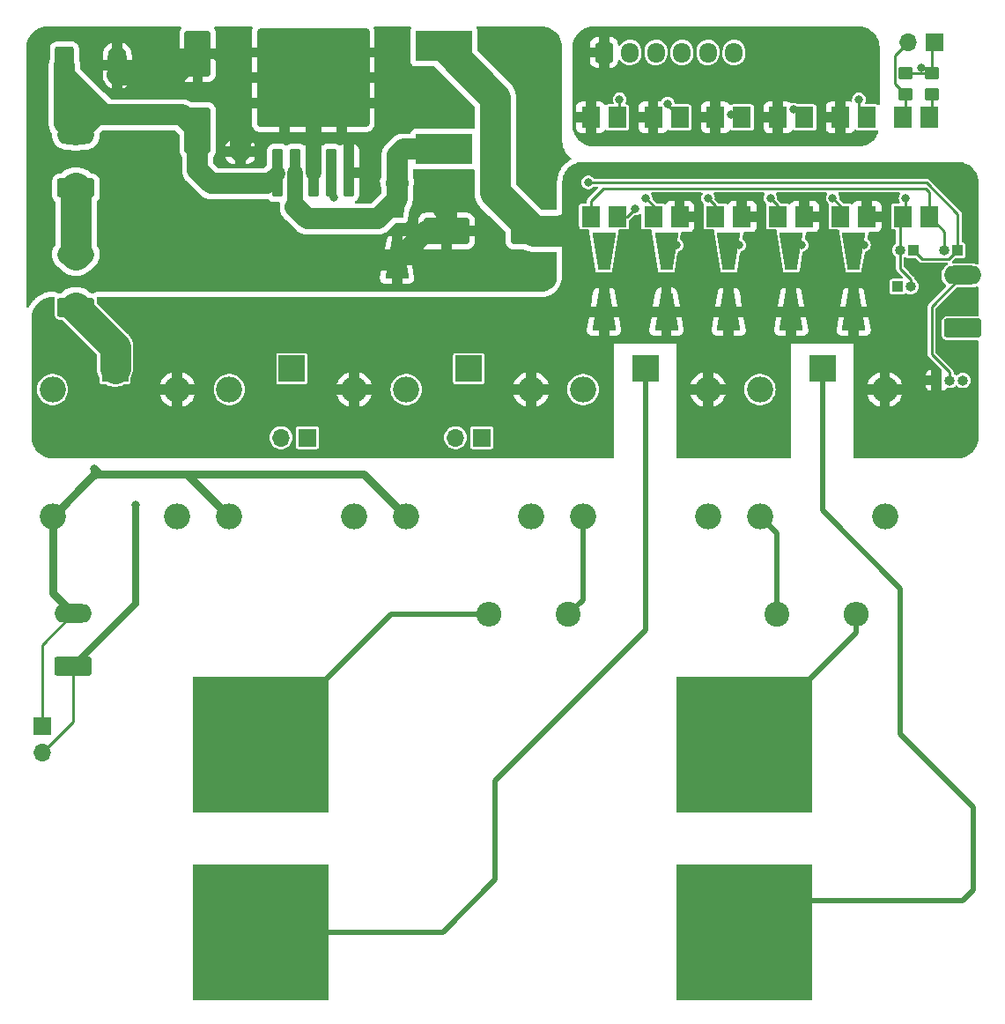
<source format=gbr>
%TF.GenerationSoftware,KiCad,Pcbnew,7.0.9*%
%TF.CreationDate,2024-06-03T12:22:40+05:30*%
%TF.ProjectId,Precharge,50726563-6861-4726-9765-2e6b69636164,rev?*%
%TF.SameCoordinates,Original*%
%TF.FileFunction,Copper,L1,Top*%
%TF.FilePolarity,Positive*%
%FSLAX46Y46*%
G04 Gerber Fmt 4.6, Leading zero omitted, Abs format (unit mm)*
G04 Created by KiCad (PCBNEW 7.0.9) date 2024-06-03 12:22:40*
%MOMM*%
%LPD*%
G01*
G04 APERTURE LIST*
G04 Aperture macros list*
%AMRoundRect*
0 Rectangle with rounded corners*
0 $1 Rounding radius*
0 $2 $3 $4 $5 $6 $7 $8 $9 X,Y pos of 4 corners*
0 Add a 4 corners polygon primitive as box body*
4,1,4,$2,$3,$4,$5,$6,$7,$8,$9,$2,$3,0*
0 Add four circle primitives for the rounded corners*
1,1,$1+$1,$2,$3*
1,1,$1+$1,$4,$5*
1,1,$1+$1,$6,$7*
1,1,$1+$1,$8,$9*
0 Add four rect primitives between the rounded corners*
20,1,$1+$1,$2,$3,$4,$5,0*
20,1,$1+$1,$4,$5,$6,$7,0*
20,1,$1+$1,$6,$7,$8,$9,0*
20,1,$1+$1,$8,$9,$2,$3,0*%
%AMOutline4P*
0 Free polygon, 4 corners , with rotation*
0 The origin of the aperture is its center*
0 number of corners: always 4*
0 $1 to $8 corner X, Y*
0 $9 Rotation angle, in degrees counterclockwise*
0 create outline with 4 corners*
4,1,4,$1,$2,$3,$4,$5,$6,$7,$8,$1,$2,$9*%
G04 Aperture macros list end*
%TA.AperFunction,ComponentPad*%
%ADD10R,1.000000X1.000000*%
%TD*%
%TA.AperFunction,ComponentPad*%
%ADD11O,1.000000X1.000000*%
%TD*%
%TA.AperFunction,ComponentPad*%
%ADD12RoundRect,0.250000X1.550000X-0.650000X1.550000X0.650000X-1.550000X0.650000X-1.550000X-0.650000X0*%
%TD*%
%TA.AperFunction,ComponentPad*%
%ADD13O,3.600000X1.800000*%
%TD*%
%TA.AperFunction,SMDPad,CuDef*%
%ADD14RoundRect,0.250000X-0.450000X0.350000X-0.450000X-0.350000X0.450000X-0.350000X0.450000X0.350000X0*%
%TD*%
%TA.AperFunction,SMDPad,CuDef*%
%ADD15R,1.780000X2.000000*%
%TD*%
%TA.AperFunction,SMDPad,CuDef*%
%ADD16RoundRect,0.250000X0.450000X-0.350000X0.450000X0.350000X-0.450000X0.350000X-0.450000X-0.350000X0*%
%TD*%
%TA.AperFunction,ComponentPad*%
%ADD17R,1.700000X1.700000*%
%TD*%
%TA.AperFunction,ComponentPad*%
%ADD18O,1.700000X1.700000*%
%TD*%
%TA.AperFunction,SMDPad,CuDef*%
%ADD19Outline4P,-1.800000X-1.150000X1.800000X-0.550000X1.800000X0.550000X-1.800000X1.150000X270.000000*%
%TD*%
%TA.AperFunction,SMDPad,CuDef*%
%ADD20Outline4P,-1.800000X-1.150000X1.800000X-0.550000X1.800000X0.550000X-1.800000X1.150000X90.000000*%
%TD*%
%TA.AperFunction,ComponentPad*%
%ADD21RoundRect,0.250000X-0.600000X-0.725000X0.600000X-0.725000X0.600000X0.725000X-0.600000X0.725000X0*%
%TD*%
%TA.AperFunction,ComponentPad*%
%ADD22O,1.700000X1.950000*%
%TD*%
%TA.AperFunction,ComponentPad*%
%ADD23R,2.500000X2.500000*%
%TD*%
%TA.AperFunction,ComponentPad*%
%ADD24O,2.500000X2.500000*%
%TD*%
%TA.AperFunction,ComponentPad*%
%ADD25C,2.400000*%
%TD*%
%TA.AperFunction,ComponentPad*%
%ADD26O,2.400000X2.400000*%
%TD*%
%TA.AperFunction,SMDPad,CuDef*%
%ADD27R,5.400000X2.900000*%
%TD*%
%TA.AperFunction,ComponentPad*%
%ADD28R,13.000000X13.000000*%
%TD*%
%TA.AperFunction,ComponentPad*%
%ADD29RoundRect,0.250000X-0.650000X-1.550000X0.650000X-1.550000X0.650000X1.550000X-0.650000X1.550000X0*%
%TD*%
%TA.AperFunction,ComponentPad*%
%ADD30O,1.800000X3.600000*%
%TD*%
%TA.AperFunction,SMDPad,CuDef*%
%ADD31RoundRect,0.250000X1.000000X-1.950000X1.000000X1.950000X-1.000000X1.950000X-1.000000X-1.950000X0*%
%TD*%
%TA.AperFunction,SMDPad,CuDef*%
%ADD32RoundRect,0.250000X0.650000X-0.412500X0.650000X0.412500X-0.650000X0.412500X-0.650000X-0.412500X0*%
%TD*%
%TA.AperFunction,SMDPad,CuDef*%
%ADD33RoundRect,0.250000X1.950000X1.000000X-1.950000X1.000000X-1.950000X-1.000000X1.950000X-1.000000X0*%
%TD*%
%TA.AperFunction,SMDPad,CuDef*%
%ADD34RoundRect,0.250000X0.300000X-2.050000X0.300000X2.050000X-0.300000X2.050000X-0.300000X-2.050000X0*%
%TD*%
%TA.AperFunction,SMDPad,CuDef*%
%ADD35RoundRect,0.250000X2.375000X-2.025000X2.375000X2.025000X-2.375000X2.025000X-2.375000X-2.025000X0*%
%TD*%
%TA.AperFunction,SMDPad,CuDef*%
%ADD36RoundRect,0.250002X5.149998X-4.449998X5.149998X4.449998X-5.149998X4.449998X-5.149998X-4.449998X0*%
%TD*%
%TA.AperFunction,ViaPad*%
%ADD37C,0.800000*%
%TD*%
%TA.AperFunction,Conductor*%
%ADD38C,0.250000*%
%TD*%
%TA.AperFunction,Conductor*%
%ADD39C,3.000000*%
%TD*%
%TA.AperFunction,Conductor*%
%ADD40C,2.000000*%
%TD*%
%TA.AperFunction,Conductor*%
%ADD41C,1.500000*%
%TD*%
%TA.AperFunction,Conductor*%
%ADD42C,0.700000*%
%TD*%
%TA.AperFunction,Conductor*%
%ADD43C,1.000000*%
%TD*%
%TA.AperFunction,Conductor*%
%ADD44C,0.750000*%
%TD*%
%TA.AperFunction,Conductor*%
%ADD45C,0.500000*%
%TD*%
G04 APERTURE END LIST*
D10*
%TO.P,J14,1,Pin_1*%
%TO.N,+12V*%
X124960000Y-47500000D03*
D11*
%TO.P,J14,2,Pin_2*%
%TO.N,Net-(J13-Pin_2)*%
X126230000Y-47500000D03*
%TO.P,J14,3,Pin_3*%
%TO.N,GND*%
X127500000Y-47500000D03*
%TD*%
D12*
%TO.P,J13,1,Pin_1*%
%TO.N,Net-(J13-Pin_1)*%
X127500000Y-42500000D03*
D13*
%TO.P,J13,2,Pin_2*%
%TO.N,Net-(J13-Pin_2)*%
X127500000Y-37420000D03*
%TD*%
D10*
%TO.P,J12,1,Pin_1*%
%TO.N,Net-(J10-Pin_1)*%
X122730000Y-35000000D03*
D11*
%TO.P,J12,2,Pin_2*%
%TO.N,Net-(J11-Pin_2)*%
X121460000Y-35000000D03*
%TD*%
D10*
%TO.P,J11,1,Pin_1*%
%TO.N,GND*%
X121230000Y-38500000D03*
D11*
%TO.P,J11,2,Pin_2*%
%TO.N,Net-(J11-Pin_2)*%
X122500000Y-38500000D03*
%TD*%
%TO.P,J10,2,Pin_2*%
%TO.N,Net-(J10-Pin_2)*%
X125730000Y-35000000D03*
D10*
%TO.P,J10,1,Pin_1*%
%TO.N,Net-(J10-Pin_1)*%
X127000000Y-35000000D03*
%TD*%
D14*
%TO.P,R15,1*%
%TO.N,Net-(J9-Pin_1)*%
X122000000Y-18000000D03*
%TO.P,R15,2*%
%TO.N,Net-(J9-Pin_2)*%
X122000000Y-20000000D03*
%TD*%
D15*
%TO.P,U7,1*%
%TO.N,Net-(R13-Pad1)*%
X124270000Y-22235000D03*
%TO.P,U7,2*%
%TO.N,Net-(J9-Pin_2)*%
X121730000Y-22235000D03*
%TO.P,U7,3*%
%TO.N,Net-(J11-Pin_2)*%
X121730000Y-31765000D03*
%TO.P,U7,4*%
%TO.N,Net-(J10-Pin_2)*%
X124270000Y-31765000D03*
%TD*%
D16*
%TO.P,R13,1*%
%TO.N,Net-(R13-Pad1)*%
X124500000Y-20000000D03*
%TO.P,R13,2*%
%TO.N,Net-(J9-Pin_1)*%
X124500000Y-18000000D03*
%TD*%
D17*
%TO.P,J9,1,Pin_1*%
%TO.N,Net-(J9-Pin_1)*%
X124775000Y-15000000D03*
D18*
%TO.P,J9,2,Pin_2*%
%TO.N,Net-(J9-Pin_2)*%
X122235000Y-15000000D03*
%TD*%
D12*
%TO.P,J4,1,Pin_1*%
%TO.N,/COM1*%
X42242500Y-40522500D03*
D13*
%TO.P,J4,2,Pin_2*%
%TO.N,Net-(J2-Pin_1)*%
X42242500Y-35442500D03*
%TD*%
D19*
%TO.P,D7,1,K*%
%TO.N,Net-(D7-K)*%
X73120000Y-30120000D03*
D20*
%TO.P,D7,2,A*%
%TO.N,GND*%
X73120000Y-35920000D03*
%TD*%
D21*
%TO.P,J1,1,Pin_1*%
%TO.N,GNDD*%
X93000000Y-16000000D03*
D22*
%TO.P,J1,2,Pin_2*%
%TO.N,Net-(J1-Pin_2)*%
X95500000Y-16000000D03*
%TO.P,J1,3,Pin_3*%
%TO.N,Net-(J1-Pin_3)*%
X98000000Y-16000000D03*
%TO.P,J1,4,Pin_4*%
%TO.N,Net-(J1-Pin_4)*%
X100500000Y-16000000D03*
%TO.P,J1,5,Pin_5*%
%TO.N,Net-(J1-Pin_5)*%
X103000000Y-16000000D03*
%TO.P,J1,6,Pin_6*%
%TO.N,Net-(J1-Pin_6)*%
X105500000Y-16000000D03*
%TD*%
D23*
%TO.P,K5,1*%
%TO.N,/COM5*%
X114000000Y-46372500D03*
D24*
%TO.P,K5,2*%
%TO.N,Net-(D9-A)*%
X108000000Y-48372500D03*
%TO.P,K5,3*%
%TO.N,/NO5*%
X108000000Y-60572500D03*
%TO.P,K5,4*%
%TO.N,/NC5*%
X120000000Y-60572500D03*
%TO.P,K5,5*%
%TO.N,+12V*%
X120000000Y-48372500D03*
%TD*%
D20*
%TO.P,D5,1,K*%
%TO.N,+12V*%
X105000000Y-40900000D03*
D19*
%TO.P,D5,2,A*%
%TO.N,Net-(D5-A)*%
X105000000Y-35100000D03*
%TD*%
D25*
%TO.P,R9,1*%
%TO.N,/NO4*%
X89590000Y-70000000D03*
D26*
%TO.P,R9,2*%
%TO.N,Net-(H1-Pad1)*%
X81970000Y-70000000D03*
%TD*%
D27*
%TO.P,L1,1,1*%
%TO.N,Net-(D7-K)*%
X77610000Y-25300000D03*
%TO.P,L1,2,2*%
%TO.N,+12V*%
X77610000Y-15400000D03*
%TD*%
D15*
%TO.P,U5,1*%
%TO.N,Net-(R7-Pad2)*%
X112270000Y-22235000D03*
%TO.P,U5,2*%
%TO.N,GNDD*%
X109730000Y-22235000D03*
%TO.P,U5,3*%
%TO.N,Net-(Q4-B)*%
X109730000Y-31765000D03*
%TO.P,U5,4*%
%TO.N,+12V*%
X112270000Y-31765000D03*
%TD*%
%TO.P,U6,1*%
%TO.N,Net-(R10-Pad2)*%
X118270000Y-22235000D03*
%TO.P,U6,2*%
%TO.N,GNDD*%
X115730000Y-22235000D03*
%TO.P,U6,3*%
%TO.N,Net-(Q5-B)*%
X115730000Y-31765000D03*
%TO.P,U6,4*%
%TO.N,+12V*%
X118270000Y-31765000D03*
%TD*%
D28*
%TO.P,H4,1,1*%
%TO.N,/COM5*%
X106500000Y-100500000D03*
%TD*%
D29*
%TO.P,J3,1,Pin_1*%
%TO.N,+24V*%
X41137500Y-17242500D03*
D30*
%TO.P,J3,2,Pin_2*%
%TO.N,GND*%
X46217500Y-17242500D03*
%TD*%
D12*
%TO.P,J6,1,Pin_1*%
%TO.N,GND*%
X42000000Y-75000000D03*
D13*
%TO.P,J6,2,Pin_2*%
%TO.N,/NO1*%
X42000000Y-69920000D03*
%TD*%
D31*
%TO.P,C2,1*%
%TO.N,+24V*%
X53950000Y-23510000D03*
%TO.P,C2,2*%
%TO.N,GND*%
X53950000Y-16110000D03*
%TD*%
D32*
%TO.P,C1,1*%
%TO.N,+24V*%
X58050000Y-28642500D03*
%TO.P,C1,2*%
%TO.N,GND*%
X58050000Y-25517500D03*
%TD*%
D25*
%TO.P,R12,1*%
%TO.N,/NO5*%
X109590000Y-70000000D03*
D26*
%TO.P,R12,2*%
%TO.N,Net-(H3-Pad1)*%
X117210000Y-70000000D03*
%TD*%
D28*
%TO.P,H3,1,1*%
%TO.N,Net-(H3-Pad1)*%
X106500000Y-82500000D03*
%TD*%
D15*
%TO.P,U3,1*%
%TO.N,Net-(R5-Pad2)*%
X106270000Y-22235000D03*
%TO.P,U3,2*%
%TO.N,GNDD*%
X103730000Y-22235000D03*
%TO.P,U3,3*%
%TO.N,Net-(Q3-B)*%
X103730000Y-31765000D03*
%TO.P,U3,4*%
%TO.N,+12V*%
X106270000Y-31765000D03*
%TD*%
D23*
%TO.P,K4,1*%
%TO.N,/COM4*%
X97000000Y-46372500D03*
D24*
%TO.P,K4,2*%
%TO.N,Net-(D8-A)*%
X91000000Y-48372500D03*
%TO.P,K4,3*%
%TO.N,/NO4*%
X91000000Y-60572500D03*
%TO.P,K4,4*%
%TO.N,/NC4*%
X103000000Y-60572500D03*
%TO.P,K4,5*%
%TO.N,+12V*%
X103000000Y-48372500D03*
%TD*%
D20*
%TO.P,D8,1,K*%
%TO.N,+12V*%
X111000000Y-40900000D03*
D19*
%TO.P,D8,2,A*%
%TO.N,Net-(D8-A)*%
X111000000Y-35100000D03*
%TD*%
D12*
%TO.P,J2,1,Pin_1*%
%TO.N,Net-(J2-Pin_1)*%
X42242500Y-29022500D03*
D13*
%TO.P,J2,2,Pin_2*%
%TO.N,+24V*%
X42242500Y-23942500D03*
%TD*%
D23*
%TO.P,K1,1*%
%TO.N,/COM1*%
X46000000Y-46372500D03*
D24*
%TO.P,K1,2*%
%TO.N,Net-(D1-A)*%
X40000000Y-48372500D03*
%TO.P,K1,3*%
%TO.N,/NO1*%
X40000000Y-60572500D03*
%TO.P,K1,4*%
%TO.N,/NC1*%
X52000000Y-60572500D03*
%TO.P,K1,5*%
%TO.N,+12V*%
X52000000Y-48372500D03*
%TD*%
D15*
%TO.P,U1,1*%
%TO.N,Net-(R1-Pad2)*%
X94270000Y-22235000D03*
%TO.P,U1,2*%
%TO.N,GNDD*%
X91730000Y-22235000D03*
%TO.P,U1,3*%
%TO.N,Net-(J10-Pin_2)*%
X91730000Y-31765000D03*
%TO.P,U1,4*%
%TO.N,Net-(R14-Pad1)*%
X94270000Y-31765000D03*
%TD*%
D20*
%TO.P,D1,1,K*%
%TO.N,+12V*%
X93000000Y-40900000D03*
D19*
%TO.P,D1,2,A*%
%TO.N,Net-(D1-A)*%
X93000000Y-35100000D03*
%TD*%
D20*
%TO.P,D2,1,K*%
%TO.N,+12V*%
X99000000Y-40900000D03*
D19*
%TO.P,D2,2,A*%
%TO.N,Net-(D2-A)*%
X99000000Y-35100000D03*
%TD*%
D33*
%TO.P,C3,1*%
%TO.N,+12V*%
X86252500Y-33150000D03*
%TO.P,C3,2*%
%TO.N,GND*%
X77852500Y-33150000D03*
%TD*%
D20*
%TO.P,D9,1,K*%
%TO.N,+12V*%
X117000000Y-40900000D03*
D19*
%TO.P,D9,2,A*%
%TO.N,Net-(D9-A)*%
X117000000Y-35100000D03*
%TD*%
D28*
%TO.P,H1,1,1*%
%TO.N,Net-(H1-Pad1)*%
X60000000Y-82500000D03*
%TD*%
D23*
%TO.P,K3,1*%
%TO.N,/COM3*%
X80000000Y-46372500D03*
D24*
%TO.P,K3,2*%
%TO.N,Net-(D5-A)*%
X74000000Y-48372500D03*
%TO.P,K3,3*%
%TO.N,/NO1*%
X74000000Y-60572500D03*
%TO.P,K3,4*%
%TO.N,/NC3*%
X86000000Y-60572500D03*
%TO.P,K3,5*%
%TO.N,+12V*%
X86000000Y-48372500D03*
%TD*%
D23*
%TO.P,K2,1*%
%TO.N,/COM2*%
X63000000Y-46372500D03*
D24*
%TO.P,K2,2*%
%TO.N,Net-(D2-A)*%
X57000000Y-48372500D03*
%TO.P,K2,3*%
%TO.N,/NO1*%
X57000000Y-60572500D03*
%TO.P,K2,4*%
%TO.N,/NC2*%
X69000000Y-60572500D03*
%TO.P,K2,5*%
%TO.N,+12V*%
X69000000Y-48372500D03*
%TD*%
D17*
%TO.P,J8,1,Pin_1*%
%TO.N,/NO1*%
X39000000Y-80725000D03*
D18*
%TO.P,J8,2,Pin_2*%
%TO.N,GND*%
X39000000Y-83265000D03*
%TD*%
D34*
%TO.P,U4,1,VIN*%
%TO.N,+24V*%
X61650000Y-27575000D03*
%TO.P,U4,2,OUT*%
%TO.N,Net-(D7-K)*%
X63350000Y-27575000D03*
%TO.P,U4,3,GND*%
%TO.N,GND*%
X65050000Y-27575000D03*
D35*
X62275000Y-20850000D03*
X67825000Y-20850000D03*
D36*
X65050000Y-18425000D03*
D35*
X62275000Y-16000000D03*
X67825000Y-16000000D03*
D34*
%TO.P,U4,4,FB*%
%TO.N,+12V*%
X66750000Y-27575000D03*
%TO.P,U4,5,~{ON}/OFF*%
%TO.N,GND*%
X68450000Y-27575000D03*
%TD*%
D28*
%TO.P,H2,1,1*%
%TO.N,/COM4*%
X60000000Y-100500000D03*
%TD*%
D15*
%TO.P,U2,1*%
%TO.N,Net-(R3-Pad2)*%
X100270000Y-22235000D03*
%TO.P,U2,2*%
%TO.N,GNDD*%
X97730000Y-22235000D03*
%TO.P,U2,3*%
%TO.N,Net-(Q2-B)*%
X97730000Y-31765000D03*
%TO.P,U2,4*%
%TO.N,+12V*%
X100270000Y-31765000D03*
%TD*%
D17*
%TO.P,J7,1,Pin_1*%
%TO.N,GND*%
X81275000Y-53000000D03*
D18*
%TO.P,J7,2,Pin_2*%
%TO.N,/COM3*%
X78735000Y-53000000D03*
%TD*%
D17*
%TO.P,J5,1,Pin_1*%
%TO.N,GND*%
X64500000Y-53000000D03*
D18*
%TO.P,J5,2,Pin_2*%
%TO.N,/COM2*%
X61960000Y-53000000D03*
%TD*%
D37*
%TO.N,+12V*%
X120000000Y-40500000D03*
%TO.N,Net-(J9-Pin_1)*%
X123500000Y-17500000D03*
%TO.N,Net-(J10-Pin_1)*%
X91487701Y-28487701D03*
%TO.N,Net-(J11-Pin_2)*%
X122000000Y-30000000D03*
%TO.N,+12V*%
X96000000Y-35000000D03*
%TO.N,Net-(R14-Pad1)*%
X96000000Y-31000000D03*
%TO.N,+12V*%
X67000000Y-29900500D03*
X83301250Y-30198750D03*
%TO.N,Net-(D1-A)*%
X93500000Y-34500000D03*
%TO.N,GND*%
X56000000Y-16500000D03*
X61500000Y-18500000D03*
X58500000Y-24000000D03*
X61500000Y-20000000D03*
X66000000Y-18500000D03*
X48000000Y-59500000D03*
X86500000Y-16000000D03*
X66000000Y-20000000D03*
X86500000Y-22000000D03*
X69000000Y-18500000D03*
X86500000Y-19000000D03*
X77500000Y-31000000D03*
X64000000Y-20000000D03*
X66000000Y-16000000D03*
X69500000Y-27500000D03*
X64000000Y-18500000D03*
X64000000Y-16000000D03*
X69000000Y-16000000D03*
X61500000Y-16000000D03*
X69000000Y-20000000D03*
X70500000Y-35500000D03*
%TO.N,Net-(R1-Pad2)*%
X94500000Y-20500000D03*
%TO.N,Net-(D2-A)*%
X100000000Y-34500000D03*
%TO.N,Net-(D5-A)*%
X106000000Y-34500000D03*
%TO.N,/NO1*%
X44000000Y-56000000D03*
%TO.N,Net-(Q2-B)*%
X97000000Y-30000000D03*
%TO.N,Net-(Q3-B)*%
X103000000Y-30000000D03*
%TO.N,Net-(R3-Pad2)*%
X99129878Y-20919681D03*
%TO.N,Net-(R5-Pad2)*%
X105219502Y-22000000D03*
%TO.N,Net-(D8-A)*%
X112000000Y-34500000D03*
%TO.N,Net-(D9-A)*%
X118000000Y-34500000D03*
%TO.N,Net-(Q4-B)*%
X109000000Y-30000000D03*
%TO.N,Net-(Q5-B)*%
X115000000Y-30000000D03*
%TO.N,Net-(R7-Pad2)*%
X111219502Y-21500000D03*
%TO.N,Net-(R10-Pad2)*%
X117500000Y-20500000D03*
%TD*%
D38*
%TO.N,Net-(J13-Pin_2)*%
X124500000Y-40420000D02*
X127500000Y-37420000D01*
X126230000Y-46730000D02*
X124500000Y-45000000D01*
X124500000Y-45000000D02*
X124500000Y-40420000D01*
X126230000Y-47500000D02*
X126230000Y-46730000D01*
%TO.N,Net-(J10-Pin_2)*%
X91730000Y-30270000D02*
X91730000Y-31765000D01*
X123931802Y-29068198D02*
X92931802Y-29068198D01*
X124270000Y-29406396D02*
X123931802Y-29068198D01*
X124270000Y-31765000D02*
X124270000Y-29406396D01*
X92931802Y-29068198D02*
X91730000Y-30270000D01*
%TO.N,Net-(J10-Pin_1)*%
X91500000Y-28500000D02*
X91487701Y-28487701D01*
X124000000Y-28500000D02*
X91500000Y-28500000D01*
X127000000Y-35000000D02*
X127000000Y-31500000D01*
X127000000Y-31500000D02*
X124000000Y-28500000D01*
%TO.N,Net-(J9-Pin_1)*%
X123500000Y-17500000D02*
X124000000Y-17500000D01*
X124000000Y-17500000D02*
X124500000Y-18000000D01*
%TO.N,Net-(J10-Pin_1)*%
X123555000Y-35825000D02*
X126175000Y-35825000D01*
X126175000Y-35825000D02*
X127000000Y-35000000D01*
X122730000Y-35000000D02*
X123555000Y-35825000D01*
%TO.N,Net-(J10-Pin_2)*%
X125730000Y-35000000D02*
X125730000Y-33225000D01*
X125730000Y-33225000D02*
X124588198Y-32083198D01*
%TO.N,Net-(J11-Pin_2)*%
X121460000Y-32035000D02*
X121730000Y-31765000D01*
X121460000Y-35000000D02*
X121460000Y-32035000D01*
X121460000Y-36752894D02*
X121460000Y-35000000D01*
X122500000Y-37792894D02*
X121460000Y-36752894D01*
X122500000Y-38500000D02*
X122500000Y-37792894D01*
X122000000Y-31495000D02*
X121730000Y-31765000D01*
X122000000Y-30000000D02*
X122000000Y-31495000D01*
%TO.N,Net-(J9-Pin_2)*%
X120975000Y-16260000D02*
X122235000Y-15000000D01*
X120975000Y-18975000D02*
X120975000Y-16260000D01*
X122000000Y-20000000D02*
X120975000Y-18975000D01*
X122000000Y-20000000D02*
X122000000Y-21965000D01*
X122000000Y-21965000D02*
X121730000Y-22235000D01*
%TO.N,Net-(R13-Pad1)*%
X124500000Y-22005000D02*
X124270000Y-22235000D01*
X124500000Y-20000000D02*
X124500000Y-22005000D01*
%TO.N,Net-(J9-Pin_1)*%
X124500000Y-15275000D02*
X124775000Y-15000000D01*
X124500000Y-18000000D02*
X124500000Y-15275000D01*
X122000000Y-18000000D02*
X124500000Y-18000000D01*
%TO.N,Net-(R14-Pad1)*%
X95235000Y-31765000D02*
X96000000Y-31000000D01*
X94270000Y-31765000D02*
X95235000Y-31765000D01*
D39*
%TO.N,+12V*%
X82560000Y-20350000D02*
X77610000Y-15400000D01*
X83301250Y-30198750D02*
X86252500Y-33150000D01*
X82560000Y-29457500D02*
X83301250Y-30198750D01*
X86252500Y-33150000D02*
X88990000Y-33150000D01*
D38*
X66750000Y-27575000D02*
X66750000Y-29650500D01*
D39*
X82560000Y-20350000D02*
X82560000Y-29457500D01*
D38*
X66750000Y-29650500D02*
X67000000Y-29900500D01*
D39*
X88990000Y-33150000D02*
X89140000Y-33000000D01*
D38*
%TO.N,Net-(D1-A)*%
X93000000Y-35000000D02*
X93500000Y-34500000D01*
X93000000Y-35100000D02*
X93000000Y-35000000D01*
D40*
%TO.N,+24V*%
X41137500Y-22837500D02*
X42242500Y-23942500D01*
D41*
X60615000Y-28610000D02*
X61600000Y-27625000D01*
D40*
X55250000Y-28610000D02*
X60615000Y-28610000D01*
X43987500Y-21012500D02*
X44975000Y-22000000D01*
X53950000Y-23510000D02*
X53950000Y-27310000D01*
X43987500Y-22197500D02*
X43987500Y-21012500D01*
X41737500Y-18762500D02*
X41137500Y-18162500D01*
X41137500Y-18162500D02*
X41137500Y-22837500D01*
X52440000Y-22000000D02*
X53950000Y-23510000D01*
X42242500Y-23942500D02*
X43987500Y-22197500D01*
X53950000Y-27310000D02*
X55250000Y-28610000D01*
X42242500Y-20757500D02*
X42987500Y-20012500D01*
X42242500Y-23942500D02*
X42242500Y-20757500D01*
X41137500Y-18162500D02*
X41137500Y-17242500D01*
X42987500Y-20012500D02*
X43987500Y-21012500D01*
X44975000Y-22000000D02*
X52440000Y-22000000D01*
X41737500Y-18762500D02*
X42987500Y-20012500D01*
D42*
%TO.N,GND*%
X48000000Y-69000000D02*
X48000000Y-59500000D01*
D40*
X77852500Y-31352500D02*
X77500000Y-31000000D01*
X58050000Y-25517500D02*
X58050000Y-24450000D01*
D38*
X68450000Y-27575000D02*
X69425000Y-27575000D01*
D43*
X53950000Y-16110000D02*
X55610000Y-16110000D01*
D40*
X47500000Y-18162500D02*
X51897500Y-18162500D01*
X75890000Y-33150000D02*
X73120000Y-35920000D01*
X77852500Y-33150000D02*
X77852500Y-31352500D01*
D38*
X69425000Y-27575000D02*
X69500000Y-27500000D01*
D40*
X58050000Y-24450000D02*
X58500000Y-24000000D01*
X46217500Y-18162500D02*
X47500000Y-18162500D01*
X47500000Y-18162500D02*
X47137500Y-18162500D01*
D42*
X42000000Y-75000000D02*
X48000000Y-69000000D01*
D40*
X77852500Y-33150000D02*
X75890000Y-33150000D01*
X73120000Y-35920000D02*
X70920000Y-35920000D01*
D43*
X55610000Y-16110000D02*
X56000000Y-16500000D01*
D38*
X42000000Y-80265000D02*
X42000000Y-75000000D01*
D40*
X70920000Y-35920000D02*
X70500000Y-35500000D01*
X51897500Y-18162500D02*
X53950000Y-16110000D01*
D41*
X65050000Y-27575000D02*
X65050000Y-18425000D01*
D40*
X47137500Y-18162500D02*
X46217500Y-17242500D01*
D38*
X39000000Y-83265000D02*
X42000000Y-80265000D01*
%TO.N,Net-(R1-Pad2)*%
X94500000Y-20500000D02*
X94500000Y-22005000D01*
X94500000Y-22005000D02*
X94270000Y-22235000D01*
%TO.N,Net-(D2-A)*%
X99600000Y-34500000D02*
X99000000Y-35100000D01*
X100000000Y-34500000D02*
X99600000Y-34500000D01*
D39*
%TO.N,/COM1*%
X46000000Y-44280000D02*
X46000000Y-46372500D01*
X42242500Y-40522500D02*
X46000000Y-44280000D01*
D38*
%TO.N,Net-(D5-A)*%
X106000000Y-34500000D02*
X105600000Y-34500000D01*
X105600000Y-34500000D02*
X105000000Y-35100000D01*
D39*
%TO.N,Net-(J2-Pin_1)*%
X42242500Y-29022500D02*
X42242500Y-35442500D01*
D44*
%TO.N,/NO1*%
X44500000Y-56500000D02*
X52927500Y-56500000D01*
X44000000Y-56572500D02*
X44000000Y-56000000D01*
X44000000Y-56000000D02*
X44500000Y-56500000D01*
X44072500Y-56500000D02*
X43786250Y-56786250D01*
X69927500Y-56500000D02*
X74000000Y-60572500D01*
X52927500Y-56500000D02*
X69927500Y-56500000D01*
D38*
X39000000Y-72920000D02*
X42000000Y-69920000D01*
D44*
X40000000Y-67920000D02*
X42000000Y-69920000D01*
X40000000Y-60572500D02*
X43786250Y-56786250D01*
X40000000Y-60572500D02*
X40000000Y-67920000D01*
X43786250Y-56786250D02*
X44000000Y-56572500D01*
X44500000Y-56500000D02*
X44072500Y-56500000D01*
D38*
X39000000Y-80725000D02*
X39000000Y-72920000D01*
D44*
X52927500Y-56500000D02*
X57000000Y-60572500D01*
D38*
%TO.N,Net-(Q2-B)*%
X97730000Y-31765000D02*
X97730000Y-30730000D01*
X97730000Y-30730000D02*
X97000000Y-30000000D01*
%TO.N,Net-(Q3-B)*%
X103730000Y-31765000D02*
X103730000Y-30730000D01*
X103730000Y-30730000D02*
X103000000Y-30000000D01*
%TO.N,Net-(R3-Pad2)*%
X99129878Y-21094878D02*
X100270000Y-22235000D01*
X99129878Y-20919681D02*
X99129878Y-21094878D01*
%TO.N,Net-(R5-Pad2)*%
X105219502Y-22000000D02*
X106035000Y-22000000D01*
X106035000Y-22000000D02*
X106270000Y-22235000D01*
D40*
%TO.N,Net-(D7-K)*%
X73120000Y-25880000D02*
X73700000Y-25300000D01*
D41*
X63350000Y-27575000D02*
X63350000Y-30850000D01*
D40*
X71240000Y-32000000D02*
X73120000Y-30120000D01*
X73700000Y-25300000D02*
X77610000Y-25300000D01*
X63350000Y-30850000D02*
X64500000Y-32000000D01*
X64500000Y-32000000D02*
X71240000Y-32000000D01*
X73120000Y-30120000D02*
X73120000Y-25880000D01*
D38*
%TO.N,Net-(D8-A)*%
X111600000Y-34500000D02*
X111000000Y-35100000D01*
X112000000Y-34500000D02*
X111600000Y-34500000D01*
%TO.N,Net-(D9-A)*%
X118000000Y-34500000D02*
X117600000Y-34500000D01*
X117600000Y-34500000D02*
X117000000Y-35100000D01*
D45*
%TO.N,/COM4*%
X82500000Y-86000000D02*
X97000000Y-71500000D01*
X60000000Y-100500000D02*
X77500000Y-100500000D01*
X97000000Y-71500000D02*
X97000000Y-46372500D01*
X82500000Y-95500000D02*
X82500000Y-86000000D01*
X77500000Y-100500000D02*
X82500000Y-95500000D01*
%TO.N,/COM5*%
X113000000Y-97500000D02*
X127500000Y-97500000D01*
X128500000Y-88500000D02*
X121500000Y-81500000D01*
X127500000Y-97500000D02*
X128500000Y-96500000D01*
X128500000Y-96500000D02*
X128500000Y-88500000D01*
D38*
X106500000Y-100500000D02*
X110000000Y-100500000D01*
D45*
X114000000Y-60000000D02*
X114000000Y-46372500D01*
X121500000Y-67500000D02*
X114000000Y-60000000D01*
X121500000Y-81500000D02*
X121500000Y-67500000D01*
D38*
X110000000Y-100500000D02*
X113000000Y-97500000D01*
D45*
%TO.N,/NO4*%
X89590000Y-70000000D02*
X91000000Y-68590000D01*
X91000000Y-68590000D02*
X91000000Y-60572500D01*
%TO.N,/NO5*%
X109590000Y-70000000D02*
X109590000Y-62162500D01*
X109590000Y-62162500D02*
X108000000Y-60572500D01*
D38*
%TO.N,Net-(Q4-B)*%
X109730000Y-31765000D02*
X109730000Y-30730000D01*
X109730000Y-30730000D02*
X109000000Y-30000000D01*
%TO.N,Net-(Q5-B)*%
X115730000Y-31765000D02*
X115730000Y-30730000D01*
X115730000Y-30730000D02*
X115000000Y-30000000D01*
%TO.N,Net-(R7-Pad2)*%
X111535000Y-21500000D02*
X112270000Y-22235000D01*
X111219502Y-21500000D02*
X111535000Y-21500000D01*
%TO.N,Net-(R10-Pad2)*%
X117500000Y-20500000D02*
X117500000Y-21465000D01*
X117500000Y-21465000D02*
X118270000Y-22235000D01*
D45*
%TO.N,Net-(H1-Pad1)*%
X81970000Y-70000000D02*
X72500000Y-70000000D01*
X72500000Y-70000000D02*
X60000000Y-82500000D01*
%TO.N,Net-(H3-Pad1)*%
X117210000Y-71790000D02*
X106500000Y-82500000D01*
X117210000Y-70000000D02*
X117210000Y-71790000D01*
%TD*%
%TA.AperFunction,Conductor*%
%TO.N,+12V*%
G36*
X127002208Y-26500157D02*
G01*
X127275790Y-26519724D01*
X127293291Y-26522241D01*
X127554803Y-26579129D01*
X127571762Y-26584108D01*
X127822524Y-26677638D01*
X127838616Y-26684987D01*
X128073501Y-26813244D01*
X128088375Y-26822802D01*
X128302624Y-26983188D01*
X128315994Y-26994774D01*
X128505225Y-27184005D01*
X128516811Y-27197375D01*
X128677193Y-27411619D01*
X128686758Y-27426503D01*
X128815011Y-27661382D01*
X128822361Y-27677475D01*
X128915888Y-27928229D01*
X128920872Y-27945205D01*
X128977757Y-28206702D01*
X128980275Y-28224214D01*
X128999842Y-28497789D01*
X129000000Y-28502213D01*
X129000000Y-36233257D01*
X128980315Y-36300296D01*
X128927511Y-36346051D01*
X128858353Y-36355995D01*
X128820734Y-36344260D01*
X128817392Y-36342596D01*
X128817389Y-36342595D01*
X128612310Y-36284244D01*
X128453194Y-36269500D01*
X126560899Y-36269500D01*
X126493860Y-36249815D01*
X126448105Y-36197011D01*
X126438161Y-36127853D01*
X126467186Y-36064297D01*
X126473218Y-36057819D01*
X126744218Y-35786819D01*
X126805541Y-35753334D01*
X126831899Y-35750500D01*
X127524676Y-35750500D01*
X127524677Y-35750499D01*
X127597740Y-35735966D01*
X127680601Y-35680601D01*
X127735966Y-35597740D01*
X127750500Y-35524674D01*
X127750500Y-34475326D01*
X127750500Y-34475323D01*
X127750499Y-34475321D01*
X127735967Y-34402264D01*
X127735966Y-34402260D01*
X127729332Y-34392331D01*
X127680601Y-34319399D01*
X127597740Y-34264034D01*
X127597739Y-34264033D01*
X127597735Y-34264032D01*
X127524677Y-34249500D01*
X127524674Y-34249500D01*
X127499500Y-34249500D01*
X127432461Y-34229815D01*
X127386706Y-34177011D01*
X127375500Y-34125500D01*
X127375500Y-31551803D01*
X127378139Y-31526358D01*
X127378177Y-31526175D01*
X127380367Y-31515732D01*
X127378325Y-31499353D01*
X127375977Y-31480507D01*
X127375500Y-31472831D01*
X127375500Y-31468889D01*
X127375498Y-31468876D01*
X127371657Y-31445859D01*
X127364866Y-31391376D01*
X127364866Y-31391374D01*
X127364864Y-31391370D01*
X127362622Y-31383840D01*
X127360065Y-31376392D01*
X127360065Y-31376390D01*
X127333944Y-31328122D01*
X127309826Y-31278789D01*
X127309824Y-31278787D01*
X127309824Y-31278786D01*
X127305267Y-31272404D01*
X127300415Y-31266169D01*
X127260029Y-31228992D01*
X124302149Y-28271111D01*
X124286022Y-28251252D01*
X124280086Y-28242167D01*
X124280083Y-28242163D01*
X124252074Y-28220363D01*
X124246310Y-28215272D01*
X124243515Y-28212477D01*
X124224505Y-28198906D01*
X124181189Y-28165190D01*
X124174274Y-28161448D01*
X124167200Y-28157990D01*
X124114596Y-28142329D01*
X124062658Y-28124499D01*
X124054923Y-28123208D01*
X124047085Y-28122231D01*
X123992244Y-28124500D01*
X92092499Y-28124500D01*
X92025460Y-28104815D01*
X91990449Y-28070940D01*
X91985002Y-28063049D01*
X91978184Y-28053171D01*
X91859941Y-27948418D01*
X91859939Y-27948417D01*
X91859938Y-27948416D01*
X91720066Y-27875004D01*
X91566687Y-27837201D01*
X91566686Y-27837201D01*
X91408716Y-27837201D01*
X91408715Y-27837201D01*
X91255335Y-27875004D01*
X91115463Y-27948416D01*
X91040357Y-28014954D01*
X91012895Y-28039283D01*
X90997217Y-28053172D01*
X90907482Y-28183176D01*
X90907481Y-28183177D01*
X90851463Y-28330882D01*
X90832423Y-28487700D01*
X90832423Y-28487701D01*
X90851463Y-28644519D01*
X90907481Y-28792224D01*
X90997218Y-28922231D01*
X91115461Y-29026984D01*
X91115463Y-29026985D01*
X91255335Y-29100397D01*
X91408715Y-29138201D01*
X91408716Y-29138201D01*
X91566686Y-29138201D01*
X91720066Y-29100397D01*
X91859941Y-29026984D01*
X91978184Y-28922231D01*
X91978187Y-28922226D01*
X91982577Y-28917272D01*
X92041767Y-28880146D01*
X92075392Y-28875500D01*
X92294101Y-28875500D01*
X92361140Y-28895185D01*
X92406895Y-28947989D01*
X92416839Y-29017147D01*
X92387814Y-29080703D01*
X92381782Y-29087181D01*
X91501108Y-29967852D01*
X91481254Y-29983976D01*
X91472165Y-29989914D01*
X91472164Y-29989915D01*
X91450363Y-30017923D01*
X91445286Y-30023674D01*
X91442484Y-30026477D01*
X91442474Y-30026488D01*
X91428905Y-30045495D01*
X91395192Y-30088808D01*
X91391447Y-30095729D01*
X91387988Y-30102804D01*
X91372329Y-30155403D01*
X91354500Y-30207338D01*
X91353206Y-30215092D01*
X91352231Y-30222911D01*
X91354500Y-30277755D01*
X91354500Y-30390500D01*
X91334815Y-30457539D01*
X91282011Y-30503294D01*
X91230500Y-30514500D01*
X90815323Y-30514500D01*
X90742264Y-30529032D01*
X90742260Y-30529033D01*
X90659399Y-30584399D01*
X90604033Y-30667260D01*
X90604032Y-30667264D01*
X90589500Y-30740321D01*
X90589500Y-32789678D01*
X90604032Y-32862735D01*
X90604033Y-32862739D01*
X90611771Y-32874320D01*
X90659399Y-32945601D01*
X90727605Y-32991174D01*
X90742260Y-33000966D01*
X90742264Y-33000967D01*
X90815321Y-33015499D01*
X90815324Y-33015500D01*
X91508175Y-33015500D01*
X91575214Y-33035185D01*
X91620969Y-33087989D01*
X91630913Y-33157147D01*
X91626260Y-33177335D01*
X91613390Y-33217498D01*
X91596243Y-33271003D01*
X91596242Y-33271004D01*
X91597159Y-33306695D01*
X92208070Y-36972155D01*
X92222899Y-37016871D01*
X92284908Y-37094878D01*
X92284909Y-37094879D01*
X92284911Y-37094881D01*
X92284913Y-37094882D01*
X92372050Y-37143222D01*
X92372053Y-37143223D01*
X92372055Y-37143224D01*
X92418602Y-37150500D01*
X92418608Y-37150500D01*
X93581391Y-37150500D01*
X93581395Y-37150500D01*
X93627945Y-37143224D01*
X93715089Y-37094882D01*
X93777101Y-37016870D01*
X93791931Y-36972150D01*
X94402840Y-33306694D01*
X94403757Y-33271004D01*
X94373740Y-33177340D01*
X94372028Y-33107493D01*
X94408349Y-33047807D01*
X94471174Y-33017232D01*
X94491826Y-33015500D01*
X95184676Y-33015500D01*
X95184677Y-33015499D01*
X95257740Y-33000966D01*
X95340601Y-32945601D01*
X95395966Y-32862740D01*
X95410500Y-32789674D01*
X95410500Y-32171291D01*
X95430185Y-32104252D01*
X95449764Y-32083689D01*
X95448552Y-32082488D01*
X95448661Y-32082378D01*
X95456762Y-32076341D01*
X95460911Y-32071983D01*
X95460715Y-32071731D01*
X95462405Y-32070415D01*
X95462444Y-32070375D01*
X95462605Y-32070259D01*
X95468819Y-32065422D01*
X95468826Y-32065419D01*
X95506008Y-32025028D01*
X95844217Y-31686819D01*
X95905540Y-31653334D01*
X95931898Y-31650500D01*
X96078985Y-31650500D01*
X96232365Y-31612696D01*
X96372238Y-31539284D01*
X96372237Y-31539284D01*
X96372240Y-31539283D01*
X96383273Y-31529509D01*
X96446506Y-31499787D01*
X96515769Y-31508971D01*
X96569073Y-31554143D01*
X96589493Y-31620962D01*
X96589500Y-31622324D01*
X96589500Y-32789678D01*
X96604032Y-32862735D01*
X96604033Y-32862739D01*
X96611771Y-32874320D01*
X96659399Y-32945601D01*
X96727605Y-32991174D01*
X96742260Y-33000966D01*
X96742264Y-33000967D01*
X96815321Y-33015499D01*
X96815324Y-33015500D01*
X97508175Y-33015500D01*
X97575214Y-33035185D01*
X97620969Y-33087989D01*
X97630913Y-33157147D01*
X97626260Y-33177335D01*
X97613390Y-33217498D01*
X97596243Y-33271003D01*
X97596242Y-33271004D01*
X97597159Y-33306695D01*
X98208070Y-36972155D01*
X98222899Y-37016871D01*
X98284908Y-37094878D01*
X98284909Y-37094879D01*
X98284911Y-37094881D01*
X98284913Y-37094882D01*
X98372050Y-37143222D01*
X98372053Y-37143223D01*
X98372055Y-37143224D01*
X98418602Y-37150500D01*
X98418608Y-37150500D01*
X99581391Y-37150500D01*
X99581395Y-37150500D01*
X99627945Y-37143224D01*
X99715089Y-37094882D01*
X99777101Y-37016870D01*
X99791931Y-36972150D01*
X100082834Y-35226727D01*
X100113271Y-35163838D01*
X100172879Y-35127387D01*
X100175449Y-35126724D01*
X100232365Y-35112696D01*
X100372240Y-35039283D01*
X100490483Y-34934530D01*
X100580220Y-34804523D01*
X100636237Y-34656818D01*
X100655278Y-34500000D01*
X100652282Y-34475321D01*
X100636237Y-34343181D01*
X100596458Y-34238294D01*
X100580220Y-34195477D01*
X100490483Y-34065470D01*
X100372240Y-33960717D01*
X100372238Y-33960716D01*
X100372237Y-33960715D01*
X100366741Y-33956921D01*
X100322753Y-33902636D01*
X100314873Y-33834490D01*
X100392520Y-33368614D01*
X100422958Y-33305723D01*
X100482566Y-33269272D01*
X100514833Y-33265000D01*
X101207828Y-33265000D01*
X101207844Y-33264999D01*
X101267372Y-33258598D01*
X101267379Y-33258596D01*
X101402086Y-33208354D01*
X101402093Y-33208350D01*
X101517187Y-33122190D01*
X101517190Y-33122187D01*
X101603350Y-33007093D01*
X101603354Y-33007086D01*
X101653596Y-32872379D01*
X101653598Y-32872372D01*
X101659999Y-32812844D01*
X101660000Y-32812827D01*
X101660000Y-32265000D01*
X99894000Y-32265000D01*
X99826961Y-32245315D01*
X99781206Y-32192511D01*
X99770000Y-32141000D01*
X99770000Y-30265000D01*
X100770000Y-30265000D01*
X100770000Y-31265000D01*
X101660000Y-31265000D01*
X101660000Y-30717172D01*
X101659999Y-30717155D01*
X101653598Y-30657627D01*
X101653596Y-30657620D01*
X101603354Y-30522913D01*
X101603350Y-30522906D01*
X101517190Y-30407812D01*
X101517187Y-30407809D01*
X101402093Y-30321649D01*
X101402086Y-30321645D01*
X101267379Y-30271403D01*
X101267372Y-30271401D01*
X101207844Y-30265000D01*
X100770000Y-30265000D01*
X99770000Y-30265000D01*
X99332155Y-30265000D01*
X99272627Y-30271401D01*
X99272620Y-30271403D01*
X99137913Y-30321645D01*
X99137906Y-30321649D01*
X99022812Y-30407809D01*
X99022809Y-30407812D01*
X98931331Y-30530011D01*
X98928404Y-30527820D01*
X98891234Y-30564976D01*
X98822959Y-30579814D01*
X98762940Y-30559235D01*
X98723025Y-30532565D01*
X98717739Y-30529033D01*
X98717735Y-30529032D01*
X98644677Y-30514500D01*
X98644674Y-30514500D01*
X98098712Y-30514500D01*
X98031673Y-30494815D01*
X98014729Y-30481729D01*
X97990029Y-30458992D01*
X97684517Y-30153480D01*
X97651032Y-30092157D01*
X97649102Y-30050857D01*
X97655278Y-30000000D01*
X97636237Y-29843182D01*
X97580220Y-29695477D01*
X97540642Y-29638138D01*
X97518759Y-29571783D01*
X97536225Y-29504132D01*
X97587492Y-29456662D01*
X97642692Y-29443698D01*
X102357308Y-29443698D01*
X102424347Y-29463383D01*
X102470102Y-29516187D01*
X102480046Y-29585345D01*
X102459358Y-29638138D01*
X102419781Y-29695475D01*
X102419780Y-29695476D01*
X102363762Y-29843181D01*
X102344722Y-29999999D01*
X102344722Y-30000000D01*
X102363762Y-30156818D01*
X102407219Y-30271403D01*
X102419780Y-30304523D01*
X102509517Y-30434530D01*
X102585586Y-30501921D01*
X102622712Y-30561109D01*
X102621945Y-30630975D01*
X102606463Y-30663624D01*
X102604034Y-30667258D01*
X102604032Y-30667264D01*
X102589500Y-30740321D01*
X102589500Y-32789678D01*
X102604032Y-32862735D01*
X102604033Y-32862739D01*
X102611771Y-32874320D01*
X102659399Y-32945601D01*
X102727605Y-32991174D01*
X102742260Y-33000966D01*
X102742264Y-33000967D01*
X102815321Y-33015499D01*
X102815324Y-33015500D01*
X103508175Y-33015500D01*
X103575214Y-33035185D01*
X103620969Y-33087989D01*
X103630913Y-33157147D01*
X103626260Y-33177335D01*
X103613390Y-33217498D01*
X103596243Y-33271003D01*
X103596242Y-33271004D01*
X103597159Y-33306695D01*
X104208070Y-36972155D01*
X104222899Y-37016871D01*
X104284908Y-37094878D01*
X104284909Y-37094879D01*
X104284911Y-37094881D01*
X104284913Y-37094882D01*
X104372050Y-37143222D01*
X104372053Y-37143223D01*
X104372055Y-37143224D01*
X104418602Y-37150500D01*
X104418608Y-37150500D01*
X105581391Y-37150500D01*
X105581395Y-37150500D01*
X105627945Y-37143224D01*
X105715089Y-37094882D01*
X105777101Y-37016870D01*
X105791931Y-36972150D01*
X106082834Y-35226727D01*
X106113271Y-35163838D01*
X106172879Y-35127387D01*
X106175449Y-35126724D01*
X106232365Y-35112696D01*
X106372240Y-35039283D01*
X106490483Y-34934530D01*
X106580220Y-34804523D01*
X106636237Y-34656818D01*
X106655278Y-34500000D01*
X106652282Y-34475321D01*
X106636237Y-34343181D01*
X106596458Y-34238294D01*
X106580220Y-34195477D01*
X106490483Y-34065470D01*
X106372240Y-33960717D01*
X106372238Y-33960716D01*
X106372237Y-33960715D01*
X106366741Y-33956921D01*
X106322753Y-33902636D01*
X106314873Y-33834490D01*
X106392520Y-33368614D01*
X106422958Y-33305723D01*
X106482566Y-33269272D01*
X106514833Y-33265000D01*
X107207828Y-33265000D01*
X107207844Y-33264999D01*
X107267372Y-33258598D01*
X107267379Y-33258596D01*
X107402086Y-33208354D01*
X107402093Y-33208350D01*
X107517187Y-33122190D01*
X107517190Y-33122187D01*
X107603350Y-33007093D01*
X107603354Y-33007086D01*
X107653596Y-32872379D01*
X107653598Y-32872372D01*
X107659999Y-32812844D01*
X107660000Y-32812827D01*
X107660000Y-32265000D01*
X105894000Y-32265000D01*
X105826961Y-32245315D01*
X105781206Y-32192511D01*
X105770000Y-32141000D01*
X105770000Y-30265000D01*
X106770000Y-30265000D01*
X106770000Y-31265000D01*
X107660000Y-31265000D01*
X107660000Y-30717172D01*
X107659999Y-30717155D01*
X107653598Y-30657627D01*
X107653596Y-30657620D01*
X107603354Y-30522913D01*
X107603350Y-30522906D01*
X107517190Y-30407812D01*
X107517187Y-30407809D01*
X107402093Y-30321649D01*
X107402086Y-30321645D01*
X107267379Y-30271403D01*
X107267372Y-30271401D01*
X107207844Y-30265000D01*
X106770000Y-30265000D01*
X105770000Y-30265000D01*
X105332155Y-30265000D01*
X105272627Y-30271401D01*
X105272620Y-30271403D01*
X105137913Y-30321645D01*
X105137906Y-30321649D01*
X105022812Y-30407809D01*
X105022809Y-30407812D01*
X104931331Y-30530011D01*
X104928404Y-30527820D01*
X104891234Y-30564976D01*
X104822959Y-30579814D01*
X104762940Y-30559235D01*
X104723025Y-30532565D01*
X104717739Y-30529033D01*
X104717735Y-30529032D01*
X104644677Y-30514500D01*
X104644674Y-30514500D01*
X104098712Y-30514500D01*
X104031673Y-30494815D01*
X104014729Y-30481729D01*
X103990029Y-30458992D01*
X103684517Y-30153480D01*
X103651032Y-30092157D01*
X103649102Y-30050857D01*
X103655278Y-30000000D01*
X103636237Y-29843182D01*
X103580220Y-29695477D01*
X103540642Y-29638138D01*
X103518759Y-29571783D01*
X103536225Y-29504132D01*
X103587492Y-29456662D01*
X103642692Y-29443698D01*
X108357308Y-29443698D01*
X108424347Y-29463383D01*
X108470102Y-29516187D01*
X108480046Y-29585345D01*
X108459358Y-29638138D01*
X108419781Y-29695475D01*
X108419780Y-29695476D01*
X108363762Y-29843181D01*
X108344722Y-29999999D01*
X108344722Y-30000000D01*
X108363762Y-30156818D01*
X108407219Y-30271403D01*
X108419780Y-30304523D01*
X108509517Y-30434530D01*
X108585586Y-30501921D01*
X108622712Y-30561109D01*
X108621945Y-30630975D01*
X108606463Y-30663624D01*
X108604034Y-30667258D01*
X108604032Y-30667264D01*
X108589500Y-30740321D01*
X108589500Y-32789678D01*
X108604032Y-32862735D01*
X108604033Y-32862739D01*
X108611771Y-32874320D01*
X108659399Y-32945601D01*
X108727605Y-32991174D01*
X108742260Y-33000966D01*
X108742264Y-33000967D01*
X108815321Y-33015499D01*
X108815324Y-33015500D01*
X109508175Y-33015500D01*
X109575214Y-33035185D01*
X109620969Y-33087989D01*
X109630913Y-33157147D01*
X109626260Y-33177335D01*
X109613390Y-33217498D01*
X109596243Y-33271003D01*
X109596242Y-33271004D01*
X109597159Y-33306695D01*
X110208070Y-36972155D01*
X110222899Y-37016871D01*
X110284908Y-37094878D01*
X110284909Y-37094879D01*
X110284911Y-37094881D01*
X110284913Y-37094882D01*
X110372050Y-37143222D01*
X110372053Y-37143223D01*
X110372055Y-37143224D01*
X110418602Y-37150500D01*
X110418608Y-37150500D01*
X111581391Y-37150500D01*
X111581395Y-37150500D01*
X111627945Y-37143224D01*
X111715089Y-37094882D01*
X111777101Y-37016870D01*
X111791931Y-36972150D01*
X112082834Y-35226727D01*
X112113271Y-35163838D01*
X112172879Y-35127387D01*
X112175449Y-35126724D01*
X112232365Y-35112696D01*
X112372240Y-35039283D01*
X112490483Y-34934530D01*
X112580220Y-34804523D01*
X112636237Y-34656818D01*
X112655278Y-34500000D01*
X112652282Y-34475321D01*
X112636237Y-34343181D01*
X112596458Y-34238294D01*
X112580220Y-34195477D01*
X112490483Y-34065470D01*
X112372240Y-33960717D01*
X112372238Y-33960716D01*
X112372237Y-33960715D01*
X112366741Y-33956921D01*
X112322753Y-33902636D01*
X112314873Y-33834490D01*
X112392520Y-33368614D01*
X112422958Y-33305723D01*
X112482566Y-33269272D01*
X112514833Y-33265000D01*
X113207828Y-33265000D01*
X113207844Y-33264999D01*
X113267372Y-33258598D01*
X113267379Y-33258596D01*
X113402086Y-33208354D01*
X113402093Y-33208350D01*
X113517187Y-33122190D01*
X113517190Y-33122187D01*
X113603350Y-33007093D01*
X113603354Y-33007086D01*
X113653596Y-32872379D01*
X113653598Y-32872372D01*
X113659999Y-32812844D01*
X113660000Y-32812827D01*
X113660000Y-32265000D01*
X111894000Y-32265000D01*
X111826961Y-32245315D01*
X111781206Y-32192511D01*
X111770000Y-32141000D01*
X111770000Y-30265000D01*
X112770000Y-30265000D01*
X112770000Y-31265000D01*
X113660000Y-31265000D01*
X113660000Y-30717172D01*
X113659999Y-30717155D01*
X113653598Y-30657627D01*
X113653596Y-30657620D01*
X113603354Y-30522913D01*
X113603350Y-30522906D01*
X113517190Y-30407812D01*
X113517187Y-30407809D01*
X113402093Y-30321649D01*
X113402086Y-30321645D01*
X113267379Y-30271403D01*
X113267372Y-30271401D01*
X113207844Y-30265000D01*
X112770000Y-30265000D01*
X111770000Y-30265000D01*
X111332155Y-30265000D01*
X111272627Y-30271401D01*
X111272620Y-30271403D01*
X111137913Y-30321645D01*
X111137906Y-30321649D01*
X111022812Y-30407809D01*
X111022809Y-30407812D01*
X110931331Y-30530011D01*
X110928404Y-30527820D01*
X110891234Y-30564976D01*
X110822959Y-30579814D01*
X110762940Y-30559235D01*
X110723025Y-30532565D01*
X110717739Y-30529033D01*
X110717735Y-30529032D01*
X110644677Y-30514500D01*
X110644674Y-30514500D01*
X110098712Y-30514500D01*
X110031673Y-30494815D01*
X110014729Y-30481729D01*
X109990029Y-30458992D01*
X109684517Y-30153480D01*
X109651032Y-30092157D01*
X109649102Y-30050857D01*
X109655278Y-30000000D01*
X109636237Y-29843182D01*
X109580220Y-29695477D01*
X109540642Y-29638138D01*
X109518759Y-29571783D01*
X109536225Y-29504132D01*
X109587492Y-29456662D01*
X109642692Y-29443698D01*
X114357308Y-29443698D01*
X114424347Y-29463383D01*
X114470102Y-29516187D01*
X114480046Y-29585345D01*
X114459358Y-29638138D01*
X114419781Y-29695475D01*
X114419780Y-29695476D01*
X114363762Y-29843181D01*
X114344722Y-29999999D01*
X114344722Y-30000000D01*
X114363762Y-30156818D01*
X114407219Y-30271403D01*
X114419780Y-30304523D01*
X114509517Y-30434530D01*
X114585586Y-30501921D01*
X114622712Y-30561109D01*
X114621945Y-30630975D01*
X114606463Y-30663624D01*
X114604034Y-30667258D01*
X114604032Y-30667264D01*
X114589500Y-30740321D01*
X114589500Y-32789678D01*
X114604032Y-32862735D01*
X114604033Y-32862739D01*
X114611771Y-32874320D01*
X114659399Y-32945601D01*
X114727605Y-32991174D01*
X114742260Y-33000966D01*
X114742264Y-33000967D01*
X114815321Y-33015499D01*
X114815324Y-33015500D01*
X115508175Y-33015500D01*
X115575214Y-33035185D01*
X115620969Y-33087989D01*
X115630913Y-33157147D01*
X115626260Y-33177335D01*
X115613390Y-33217498D01*
X115596243Y-33271003D01*
X115596242Y-33271004D01*
X115597159Y-33306695D01*
X116208070Y-36972155D01*
X116222899Y-37016871D01*
X116284908Y-37094878D01*
X116284909Y-37094879D01*
X116284911Y-37094881D01*
X116284913Y-37094882D01*
X116372050Y-37143222D01*
X116372053Y-37143223D01*
X116372055Y-37143224D01*
X116418602Y-37150500D01*
X116418608Y-37150500D01*
X117581391Y-37150500D01*
X117581395Y-37150500D01*
X117627945Y-37143224D01*
X117715089Y-37094882D01*
X117777101Y-37016870D01*
X117791931Y-36972150D01*
X118082834Y-35226727D01*
X118113271Y-35163838D01*
X118172879Y-35127387D01*
X118175449Y-35126724D01*
X118232365Y-35112696D01*
X118372240Y-35039283D01*
X118490483Y-34934530D01*
X118580220Y-34804523D01*
X118636237Y-34656818D01*
X118655278Y-34500000D01*
X118652282Y-34475321D01*
X118636237Y-34343181D01*
X118596458Y-34238294D01*
X118580220Y-34195477D01*
X118490483Y-34065470D01*
X118372240Y-33960717D01*
X118372238Y-33960716D01*
X118372237Y-33960715D01*
X118366741Y-33956921D01*
X118322753Y-33902636D01*
X118314873Y-33834490D01*
X118392520Y-33368614D01*
X118422958Y-33305723D01*
X118482566Y-33269272D01*
X118514833Y-33265000D01*
X119207828Y-33265000D01*
X119207844Y-33264999D01*
X119267372Y-33258598D01*
X119267379Y-33258596D01*
X119402086Y-33208354D01*
X119402093Y-33208350D01*
X119517187Y-33122190D01*
X119517190Y-33122187D01*
X119603350Y-33007093D01*
X119603354Y-33007086D01*
X119653596Y-32872379D01*
X119653598Y-32872372D01*
X119659999Y-32812844D01*
X119660000Y-32812827D01*
X119660000Y-32265000D01*
X117894000Y-32265000D01*
X117826961Y-32245315D01*
X117781206Y-32192511D01*
X117770000Y-32141000D01*
X117770000Y-30265000D01*
X118770000Y-30265000D01*
X118770000Y-31265000D01*
X119660000Y-31265000D01*
X119660000Y-30717172D01*
X119659999Y-30717155D01*
X119653598Y-30657627D01*
X119653596Y-30657620D01*
X119603354Y-30522913D01*
X119603350Y-30522906D01*
X119517190Y-30407812D01*
X119517187Y-30407809D01*
X119402093Y-30321649D01*
X119402086Y-30321645D01*
X119267379Y-30271403D01*
X119267372Y-30271401D01*
X119207844Y-30265000D01*
X118770000Y-30265000D01*
X117770000Y-30265000D01*
X117332155Y-30265000D01*
X117272627Y-30271401D01*
X117272620Y-30271403D01*
X117137913Y-30321645D01*
X117137906Y-30321649D01*
X117022812Y-30407809D01*
X117022809Y-30407812D01*
X116931331Y-30530011D01*
X116928404Y-30527820D01*
X116891234Y-30564976D01*
X116822959Y-30579814D01*
X116762940Y-30559235D01*
X116723025Y-30532565D01*
X116717739Y-30529033D01*
X116717735Y-30529032D01*
X116644677Y-30514500D01*
X116644674Y-30514500D01*
X116098712Y-30514500D01*
X116031673Y-30494815D01*
X116014729Y-30481729D01*
X115990029Y-30458992D01*
X115684517Y-30153480D01*
X115651032Y-30092157D01*
X115649102Y-30050857D01*
X115655278Y-30000000D01*
X115636237Y-29843182D01*
X115580220Y-29695477D01*
X115540642Y-29638138D01*
X115518759Y-29571783D01*
X115536225Y-29504132D01*
X115587492Y-29456662D01*
X115642692Y-29443698D01*
X121357308Y-29443698D01*
X121424347Y-29463383D01*
X121470102Y-29516187D01*
X121480046Y-29585345D01*
X121459358Y-29638138D01*
X121419781Y-29695475D01*
X121419780Y-29695476D01*
X121363762Y-29843181D01*
X121344722Y-29999999D01*
X121344722Y-30000000D01*
X121363762Y-30156818D01*
X121419780Y-30304523D01*
X121430505Y-30320061D01*
X121452387Y-30386416D01*
X121434921Y-30454067D01*
X121383653Y-30501537D01*
X121328454Y-30514500D01*
X120815323Y-30514500D01*
X120742264Y-30529032D01*
X120742260Y-30529033D01*
X120659399Y-30584399D01*
X120604033Y-30667260D01*
X120604032Y-30667264D01*
X120589500Y-30740321D01*
X120589500Y-32789678D01*
X120604032Y-32862735D01*
X120604033Y-32862739D01*
X120611771Y-32874320D01*
X120659399Y-32945601D01*
X120727605Y-32991174D01*
X120742260Y-33000966D01*
X120742264Y-33000967D01*
X120815321Y-33015499D01*
X120815324Y-33015500D01*
X120815326Y-33015500D01*
X120960500Y-33015500D01*
X121027539Y-33035185D01*
X121073294Y-33087989D01*
X121084500Y-33139500D01*
X121084500Y-34281052D01*
X121064815Y-34348091D01*
X121026473Y-34386045D01*
X120989113Y-34409520D01*
X120989111Y-34409521D01*
X120869523Y-34529109D01*
X120869518Y-34529115D01*
X120779547Y-34672302D01*
X120779545Y-34672305D01*
X120723685Y-34831943D01*
X120704751Y-34999997D01*
X120704751Y-35000002D01*
X120723685Y-35168056D01*
X120779545Y-35327694D01*
X120779547Y-35327697D01*
X120869518Y-35470884D01*
X120869523Y-35470890D01*
X120989110Y-35590477D01*
X121026473Y-35613953D01*
X121072762Y-35666285D01*
X121084500Y-35718946D01*
X121084500Y-36701090D01*
X121081862Y-36726528D01*
X121079633Y-36737162D01*
X121079633Y-36737163D01*
X121079633Y-36737165D01*
X121084023Y-36772385D01*
X121084500Y-36780061D01*
X121084500Y-36784010D01*
X121088342Y-36807035D01*
X121095134Y-36861521D01*
X121097373Y-36869041D01*
X121099934Y-36876502D01*
X121099935Y-36876504D01*
X121115345Y-36904980D01*
X121126055Y-36924771D01*
X121150174Y-36974105D01*
X121154742Y-36980503D01*
X121159582Y-36986721D01*
X121199971Y-37023903D01*
X121713888Y-37537819D01*
X121747373Y-37599142D01*
X121742389Y-37668833D01*
X121700518Y-37724767D01*
X121635053Y-37749184D01*
X121626207Y-37749500D01*
X120705323Y-37749500D01*
X120632264Y-37764032D01*
X120632260Y-37764033D01*
X120549399Y-37819399D01*
X120494033Y-37902260D01*
X120494032Y-37902264D01*
X120479500Y-37975321D01*
X120479500Y-39024678D01*
X120494032Y-39097735D01*
X120494033Y-39097739D01*
X120508992Y-39120127D01*
X120549399Y-39180601D01*
X120632260Y-39235966D01*
X120632264Y-39235967D01*
X120705321Y-39250499D01*
X120705324Y-39250500D01*
X120705326Y-39250500D01*
X121754676Y-39250500D01*
X121754677Y-39250499D01*
X121827740Y-39235966D01*
X121910601Y-39180601D01*
X121921070Y-39164932D01*
X121974677Y-39120127D01*
X122044001Y-39111417D01*
X122090145Y-39128828D01*
X122172307Y-39180454D01*
X122172305Y-39180454D01*
X122172309Y-39180455D01*
X122172310Y-39180456D01*
X122244913Y-39205860D01*
X122331943Y-39236314D01*
X122499997Y-39255249D01*
X122500000Y-39255249D01*
X122500003Y-39255249D01*
X122668056Y-39236314D01*
X122669051Y-39235966D01*
X122827690Y-39180456D01*
X122827692Y-39180454D01*
X122827694Y-39180454D01*
X122827697Y-39180452D01*
X122970884Y-39090481D01*
X122970885Y-39090480D01*
X122970890Y-39090477D01*
X123090477Y-38970890D01*
X123090481Y-38970884D01*
X123180452Y-38827697D01*
X123180454Y-38827694D01*
X123180454Y-38827692D01*
X123180456Y-38827690D01*
X123236313Y-38668059D01*
X123236313Y-38668058D01*
X123236314Y-38668056D01*
X123255249Y-38500002D01*
X123255249Y-38499997D01*
X123236314Y-38331943D01*
X123180454Y-38172305D01*
X123180452Y-38172302D01*
X123090481Y-38029115D01*
X123090476Y-38029109D01*
X122970889Y-37909522D01*
X122936120Y-37887675D01*
X122889829Y-37835340D01*
X122879044Y-37798013D01*
X122875976Y-37773397D01*
X122875500Y-37765723D01*
X122875500Y-37761783D01*
X122875498Y-37761770D01*
X122873450Y-37749500D01*
X122871657Y-37738753D01*
X122864866Y-37684268D01*
X122864864Y-37684264D01*
X122862622Y-37676734D01*
X122860065Y-37669286D01*
X122860065Y-37669284D01*
X122833944Y-37621016D01*
X122809826Y-37571683D01*
X122809824Y-37571681D01*
X122809824Y-37571680D01*
X122805276Y-37565310D01*
X122800420Y-37559070D01*
X122800419Y-37559068D01*
X122760029Y-37521886D01*
X122333021Y-37094878D01*
X121871819Y-36633675D01*
X121838334Y-36572352D01*
X121835500Y-36545994D01*
X121835500Y-35766064D01*
X121855185Y-35699025D01*
X121907989Y-35653270D01*
X121977147Y-35643326D01*
X122040703Y-35672351D01*
X122047181Y-35678383D01*
X122049396Y-35680598D01*
X122049397Y-35680599D01*
X122049399Y-35680601D01*
X122132260Y-35735966D01*
X122132264Y-35735967D01*
X122205321Y-35750499D01*
X122205324Y-35750500D01*
X122205326Y-35750500D01*
X122898101Y-35750500D01*
X122965140Y-35770185D01*
X122985782Y-35786819D01*
X123252849Y-36053886D01*
X123268977Y-36073745D01*
X123274916Y-36082836D01*
X123302932Y-36104641D01*
X123308693Y-36109730D01*
X123311482Y-36112519D01*
X123330483Y-36126085D01*
X123346822Y-36138802D01*
X123373811Y-36159809D01*
X123380704Y-36163539D01*
X123387796Y-36167006D01*
X123387801Y-36167010D01*
X123440403Y-36182670D01*
X123492338Y-36200500D01*
X123500072Y-36201790D01*
X123507910Y-36202767D01*
X123507912Y-36202768D01*
X123507913Y-36202767D01*
X123507914Y-36202768D01*
X123562756Y-36200500D01*
X125940759Y-36200500D01*
X126007798Y-36220185D01*
X126053553Y-36272989D01*
X126063497Y-36342147D01*
X126034472Y-36405703D01*
X125996032Y-36435499D01*
X125991745Y-36437634D01*
X125991743Y-36437635D01*
X125991742Y-36437636D01*
X125821593Y-36566127D01*
X125677947Y-36723699D01*
X125565702Y-36904980D01*
X125565701Y-36904982D01*
X125491818Y-37095698D01*
X125488679Y-37103802D01*
X125449500Y-37313390D01*
X125449500Y-37526610D01*
X125488679Y-37736198D01*
X125565702Y-37935019D01*
X125677948Y-38116302D01*
X125821593Y-38273872D01*
X125875096Y-38314276D01*
X125916732Y-38370383D01*
X125921424Y-38440095D01*
X125888050Y-38500910D01*
X124271108Y-40117852D01*
X124251254Y-40133976D01*
X124242165Y-40139914D01*
X124242164Y-40139915D01*
X124220363Y-40167923D01*
X124215286Y-40173674D01*
X124212484Y-40176477D01*
X124212474Y-40176488D01*
X124198905Y-40195495D01*
X124165192Y-40238808D01*
X124161447Y-40245729D01*
X124157988Y-40252804D01*
X124142329Y-40305403D01*
X124124500Y-40357338D01*
X124123206Y-40365092D01*
X124122231Y-40372911D01*
X124124500Y-40427755D01*
X124124500Y-44948196D01*
X124121862Y-44973634D01*
X124119633Y-44984268D01*
X124119633Y-44984269D01*
X124119633Y-44984271D01*
X124124023Y-45019491D01*
X124124500Y-45027167D01*
X124124500Y-45031116D01*
X124128342Y-45054141D01*
X124135134Y-45108627D01*
X124137373Y-45116147D01*
X124139934Y-45123608D01*
X124139935Y-45123610D01*
X124166055Y-45171877D01*
X124190174Y-45221211D01*
X124194742Y-45227609D01*
X124199582Y-45233827D01*
X124239971Y-45271009D01*
X125423681Y-46454718D01*
X125457166Y-46516041D01*
X125460000Y-46542399D01*
X125460000Y-48500000D01*
X125507828Y-48500000D01*
X125507844Y-48499999D01*
X125567372Y-48493598D01*
X125567379Y-48493596D01*
X125702086Y-48443354D01*
X125702093Y-48443350D01*
X125817186Y-48357191D01*
X125885243Y-48266279D01*
X125941177Y-48224408D01*
X126010868Y-48219424D01*
X126025452Y-48223545D01*
X126061941Y-48236313D01*
X126061942Y-48236313D01*
X126061945Y-48236314D01*
X126229997Y-48255249D01*
X126230000Y-48255249D01*
X126230003Y-48255249D01*
X126398056Y-48236314D01*
X126398059Y-48236313D01*
X126557690Y-48180456D01*
X126557692Y-48180454D01*
X126557694Y-48180454D01*
X126557697Y-48180452D01*
X126700884Y-48090481D01*
X126700885Y-48090480D01*
X126700890Y-48090477D01*
X126777319Y-48014048D01*
X126838642Y-47980563D01*
X126908334Y-47985547D01*
X126952681Y-48014048D01*
X127029109Y-48090476D01*
X127029115Y-48090481D01*
X127172302Y-48180452D01*
X127172305Y-48180454D01*
X127172309Y-48180455D01*
X127172310Y-48180456D01*
X127244913Y-48205860D01*
X127331943Y-48236314D01*
X127499997Y-48255249D01*
X127500000Y-48255249D01*
X127500003Y-48255249D01*
X127668056Y-48236314D01*
X127668059Y-48236313D01*
X127827690Y-48180456D01*
X127827692Y-48180454D01*
X127827694Y-48180454D01*
X127827697Y-48180452D01*
X127970884Y-48090481D01*
X127970885Y-48090480D01*
X127970890Y-48090477D01*
X128090477Y-47970890D01*
X128100536Y-47954881D01*
X128180452Y-47827697D01*
X128180454Y-47827694D01*
X128180454Y-47827692D01*
X128180456Y-47827690D01*
X128236313Y-47668059D01*
X128236313Y-47668058D01*
X128236314Y-47668056D01*
X128255249Y-47500002D01*
X128255249Y-47499997D01*
X128236314Y-47331943D01*
X128180454Y-47172305D01*
X128180452Y-47172302D01*
X128090481Y-47029115D01*
X128090476Y-47029109D01*
X127970890Y-46909523D01*
X127970884Y-46909518D01*
X127827697Y-46819547D01*
X127827694Y-46819545D01*
X127668056Y-46763685D01*
X127500003Y-46744751D01*
X127499997Y-46744751D01*
X127331943Y-46763685D01*
X127172305Y-46819545D01*
X127172302Y-46819547D01*
X127029115Y-46909518D01*
X127029109Y-46909523D01*
X126952681Y-46985952D01*
X126891358Y-47019437D01*
X126821666Y-47014453D01*
X126777319Y-46985952D01*
X126700889Y-46909522D01*
X126663665Y-46886132D01*
X126617375Y-46833797D01*
X126606728Y-46764743D01*
X126608278Y-46755693D01*
X126610367Y-46745731D01*
X126608287Y-46729051D01*
X126605977Y-46710508D01*
X126605500Y-46702832D01*
X126605500Y-46698889D01*
X126605499Y-46698883D01*
X126604912Y-46695367D01*
X126601655Y-46675847D01*
X126596455Y-46634125D01*
X126594865Y-46621373D01*
X126592617Y-46613827D01*
X126590065Y-46606390D01*
X126563942Y-46558119D01*
X126556257Y-46542399D01*
X126539826Y-46508788D01*
X126539823Y-46508785D01*
X126539823Y-46508784D01*
X126535267Y-46502402D01*
X126530423Y-46496178D01*
X126530419Y-46496174D01*
X126490041Y-46459003D01*
X124911819Y-44880781D01*
X124878334Y-44819458D01*
X124875500Y-44793100D01*
X124875500Y-40626899D01*
X124895185Y-40559860D01*
X124911819Y-40539218D01*
X126844218Y-38606819D01*
X126905541Y-38573334D01*
X126931899Y-38570500D01*
X128453190Y-38570500D01*
X128453194Y-38570500D01*
X128612310Y-38555756D01*
X128817389Y-38497405D01*
X128820719Y-38495747D01*
X128822482Y-38495432D01*
X128822742Y-38495332D01*
X128822761Y-38495382D01*
X128889503Y-38483479D01*
X128954000Y-38510347D01*
X128993733Y-38567820D01*
X129000000Y-38606742D01*
X129000000Y-41225500D01*
X128980315Y-41292539D01*
X128927511Y-41338294D01*
X128876000Y-41349500D01*
X125902129Y-41349500D01*
X125902123Y-41349501D01*
X125842516Y-41355908D01*
X125707671Y-41406202D01*
X125707664Y-41406206D01*
X125592455Y-41492452D01*
X125592452Y-41492455D01*
X125506206Y-41607664D01*
X125506202Y-41607671D01*
X125455908Y-41742517D01*
X125449501Y-41802116D01*
X125449500Y-41802135D01*
X125449500Y-43197870D01*
X125449501Y-43197876D01*
X125455908Y-43257483D01*
X125506202Y-43392328D01*
X125506206Y-43392335D01*
X125592452Y-43507544D01*
X125592455Y-43507547D01*
X125707664Y-43593793D01*
X125707671Y-43593797D01*
X125842517Y-43644091D01*
X125842516Y-43644091D01*
X125849444Y-43644835D01*
X125902127Y-43650500D01*
X128876000Y-43650499D01*
X128943039Y-43670184D01*
X128988794Y-43722988D01*
X129000000Y-43774499D01*
X129000000Y-52997786D01*
X128999842Y-53002210D01*
X128980275Y-53275785D01*
X128977757Y-53293297D01*
X128920872Y-53554794D01*
X128915888Y-53571770D01*
X128822361Y-53822524D01*
X128815011Y-53838617D01*
X128686758Y-54073496D01*
X128677193Y-54088380D01*
X128516811Y-54302624D01*
X128505225Y-54315994D01*
X128315994Y-54505225D01*
X128302624Y-54516811D01*
X128088380Y-54677193D01*
X128073496Y-54686758D01*
X127838617Y-54815011D01*
X127822524Y-54822361D01*
X127571770Y-54915888D01*
X127554794Y-54920872D01*
X127293297Y-54977757D01*
X127275785Y-54980275D01*
X127027448Y-54998036D01*
X127002208Y-54999842D01*
X126997786Y-55000000D01*
X117124000Y-55000000D01*
X117056961Y-54980315D01*
X117011206Y-54927511D01*
X117000000Y-54876000D01*
X117000000Y-48872500D01*
X118319119Y-48872500D01*
X118323059Y-48889767D01*
X118323063Y-48889781D01*
X118418883Y-49133926D01*
X118550028Y-49361073D01*
X118713562Y-49566139D01*
X118713570Y-49566148D01*
X118905830Y-49744540D01*
X118905832Y-49744541D01*
X119122546Y-49892293D01*
X119122550Y-49892295D01*
X119358860Y-50006096D01*
X119358873Y-50006101D01*
X119499999Y-50049632D01*
X119500000Y-50049632D01*
X119500000Y-48872500D01*
X118319119Y-48872500D01*
X117000000Y-48872500D01*
X117000000Y-48331362D01*
X119346127Y-48331362D01*
X119356439Y-48495266D01*
X119407188Y-48651456D01*
X119495186Y-48790119D01*
X119614903Y-48902540D01*
X119758817Y-48981658D01*
X119917886Y-49022500D01*
X120040894Y-49022500D01*
X120162933Y-49007083D01*
X120315629Y-48946626D01*
X120417654Y-48872500D01*
X120500000Y-48872500D01*
X120500000Y-50049632D01*
X120641126Y-50006101D01*
X120641145Y-50006094D01*
X120877445Y-49892298D01*
X120877454Y-49892293D01*
X121094167Y-49744541D01*
X121094169Y-49744540D01*
X121286429Y-49566148D01*
X121286437Y-49566139D01*
X121449971Y-49361073D01*
X121581116Y-49133926D01*
X121676936Y-48889781D01*
X121676940Y-48889767D01*
X121680881Y-48872500D01*
X120500000Y-48872500D01*
X120417654Y-48872500D01*
X120448492Y-48850095D01*
X120553175Y-48723555D01*
X120623100Y-48574957D01*
X120653873Y-48413638D01*
X120643561Y-48249734D01*
X120592812Y-48093544D01*
X120533447Y-48000000D01*
X123960000Y-48000000D01*
X123960000Y-48047844D01*
X123966401Y-48107372D01*
X123966403Y-48107379D01*
X124016645Y-48242086D01*
X124016649Y-48242093D01*
X124102809Y-48357187D01*
X124102812Y-48357190D01*
X124217906Y-48443350D01*
X124217913Y-48443354D01*
X124352620Y-48493596D01*
X124352627Y-48493598D01*
X124412155Y-48499999D01*
X124412172Y-48500000D01*
X124460000Y-48500000D01*
X124460000Y-48000000D01*
X123960000Y-48000000D01*
X120533447Y-48000000D01*
X120504814Y-47954881D01*
X120385097Y-47842460D01*
X120241183Y-47763342D01*
X120082114Y-47722500D01*
X119959106Y-47722500D01*
X119837067Y-47737917D01*
X119684371Y-47798374D01*
X119551508Y-47894905D01*
X119446825Y-48021445D01*
X119376900Y-48170043D01*
X119346127Y-48331362D01*
X117000000Y-48331362D01*
X117000000Y-47872500D01*
X118319119Y-47872500D01*
X119500000Y-47872500D01*
X119500000Y-46695367D01*
X120500000Y-46695367D01*
X120500000Y-47872500D01*
X121680881Y-47872500D01*
X121676940Y-47855232D01*
X121676936Y-47855218D01*
X121581116Y-47611073D01*
X121550073Y-47557306D01*
X124635000Y-47557306D01*
X124674199Y-47665007D01*
X124747871Y-47752805D01*
X124847129Y-47810112D01*
X124931564Y-47825000D01*
X124988436Y-47825000D01*
X125072871Y-47810112D01*
X125172129Y-47752805D01*
X125245801Y-47665007D01*
X125285000Y-47557306D01*
X125285000Y-47442694D01*
X125245801Y-47334993D01*
X125172129Y-47247195D01*
X125072871Y-47189888D01*
X124988436Y-47175000D01*
X124931564Y-47175000D01*
X124847129Y-47189888D01*
X124747871Y-47247195D01*
X124674199Y-47334993D01*
X124635000Y-47442694D01*
X124635000Y-47557306D01*
X121550073Y-47557306D01*
X121449971Y-47383926D01*
X121286437Y-47178860D01*
X121286429Y-47178851D01*
X121094169Y-47000459D01*
X121094167Y-47000458D01*
X121093495Y-47000000D01*
X123960000Y-47000000D01*
X124460000Y-47000000D01*
X124460000Y-46500000D01*
X124412155Y-46500000D01*
X124352627Y-46506401D01*
X124352620Y-46506403D01*
X124217913Y-46556645D01*
X124217906Y-46556649D01*
X124102812Y-46642809D01*
X124102809Y-46642812D01*
X124016649Y-46757906D01*
X124016645Y-46757913D01*
X123966403Y-46892620D01*
X123966401Y-46892627D01*
X123960000Y-46952155D01*
X123960000Y-47000000D01*
X121093495Y-47000000D01*
X120877454Y-46852706D01*
X120877445Y-46852701D01*
X120641142Y-46738904D01*
X120641144Y-46738904D01*
X120500000Y-46695367D01*
X119500000Y-46695367D01*
X119358858Y-46738904D01*
X119358854Y-46738905D01*
X119122550Y-46852704D01*
X119122546Y-46852706D01*
X118905832Y-47000458D01*
X118905830Y-47000459D01*
X118713570Y-47178851D01*
X118713562Y-47178860D01*
X118550028Y-47383926D01*
X118418883Y-47611073D01*
X118323063Y-47855218D01*
X118323059Y-47855232D01*
X118319119Y-47872500D01*
X117000000Y-47872500D01*
X117000000Y-44000000D01*
X111000000Y-44000000D01*
X111000000Y-54876000D01*
X110980315Y-54943039D01*
X110927511Y-54988794D01*
X110876000Y-55000000D01*
X100124000Y-55000000D01*
X100056961Y-54980315D01*
X100011206Y-54927511D01*
X100000000Y-54876000D01*
X100000000Y-48872500D01*
X101319119Y-48872500D01*
X101323059Y-48889767D01*
X101323063Y-48889781D01*
X101418883Y-49133926D01*
X101550028Y-49361073D01*
X101713562Y-49566139D01*
X101713570Y-49566148D01*
X101905830Y-49744540D01*
X101905832Y-49744541D01*
X102122546Y-49892293D01*
X102122550Y-49892295D01*
X102358860Y-50006096D01*
X102358873Y-50006101D01*
X102499999Y-50049632D01*
X102500000Y-50049632D01*
X102500000Y-48872500D01*
X101319119Y-48872500D01*
X100000000Y-48872500D01*
X100000000Y-48331362D01*
X102346127Y-48331362D01*
X102356439Y-48495266D01*
X102407188Y-48651456D01*
X102495186Y-48790119D01*
X102614903Y-48902540D01*
X102758817Y-48981658D01*
X102917886Y-49022500D01*
X103040894Y-49022500D01*
X103162933Y-49007083D01*
X103315629Y-48946626D01*
X103417654Y-48872500D01*
X103500000Y-48872500D01*
X103500000Y-50049632D01*
X103641126Y-50006101D01*
X103641145Y-50006094D01*
X103877445Y-49892298D01*
X103877454Y-49892293D01*
X104094167Y-49744541D01*
X104094169Y-49744540D01*
X104286429Y-49566148D01*
X104286437Y-49566139D01*
X104449971Y-49361073D01*
X104581116Y-49133926D01*
X104676936Y-48889781D01*
X104676940Y-48889767D01*
X104680881Y-48872500D01*
X103500000Y-48872500D01*
X103417654Y-48872500D01*
X103448492Y-48850095D01*
X103553175Y-48723555D01*
X103623100Y-48574957D01*
X103653873Y-48413638D01*
X103651285Y-48372505D01*
X106494357Y-48372505D01*
X106514890Y-48620312D01*
X106514892Y-48620324D01*
X106575936Y-48861381D01*
X106675826Y-49089106D01*
X106811833Y-49297282D01*
X106811836Y-49297285D01*
X106980256Y-49480238D01*
X107176491Y-49632974D01*
X107395190Y-49751328D01*
X107630386Y-49832071D01*
X107875665Y-49873000D01*
X108124335Y-49873000D01*
X108369614Y-49832071D01*
X108604810Y-49751328D01*
X108823509Y-49632974D01*
X109019744Y-49480238D01*
X109188164Y-49297285D01*
X109324173Y-49089107D01*
X109424063Y-48861381D01*
X109485108Y-48620321D01*
X109495078Y-48499999D01*
X109505643Y-48372505D01*
X109505643Y-48372494D01*
X109485109Y-48124687D01*
X109485107Y-48124675D01*
X109424063Y-47883618D01*
X109324173Y-47655893D01*
X109188166Y-47447717D01*
X109081588Y-47331943D01*
X109019744Y-47264762D01*
X108823509Y-47112026D01*
X108823507Y-47112025D01*
X108823506Y-47112024D01*
X108604811Y-46993672D01*
X108604802Y-46993669D01*
X108369616Y-46912929D01*
X108124335Y-46872000D01*
X107875665Y-46872000D01*
X107630383Y-46912929D01*
X107395197Y-46993669D01*
X107395188Y-46993672D01*
X107176493Y-47112024D01*
X106980257Y-47264761D01*
X106811833Y-47447717D01*
X106675826Y-47655893D01*
X106575936Y-47883618D01*
X106514892Y-48124675D01*
X106514890Y-48124687D01*
X106494357Y-48372494D01*
X106494357Y-48372505D01*
X103651285Y-48372505D01*
X103643561Y-48249734D01*
X103592812Y-48093544D01*
X103504814Y-47954881D01*
X103385097Y-47842460D01*
X103241183Y-47763342D01*
X103082114Y-47722500D01*
X102959106Y-47722500D01*
X102837067Y-47737917D01*
X102684371Y-47798374D01*
X102551508Y-47894905D01*
X102446825Y-48021445D01*
X102376900Y-48170043D01*
X102346127Y-48331362D01*
X100000000Y-48331362D01*
X100000000Y-47872500D01*
X101319119Y-47872500D01*
X102500000Y-47872500D01*
X102500000Y-46695367D01*
X103500000Y-46695367D01*
X103500000Y-47872500D01*
X104680881Y-47872500D01*
X104676940Y-47855232D01*
X104676936Y-47855218D01*
X104581116Y-47611073D01*
X104449971Y-47383926D01*
X104286437Y-47178860D01*
X104286429Y-47178851D01*
X104094169Y-47000459D01*
X104094167Y-47000458D01*
X103877454Y-46852706D01*
X103877445Y-46852701D01*
X103641142Y-46738904D01*
X103641144Y-46738904D01*
X103500000Y-46695367D01*
X102500000Y-46695367D01*
X102358858Y-46738904D01*
X102358854Y-46738905D01*
X102122550Y-46852704D01*
X102122546Y-46852706D01*
X101905832Y-47000458D01*
X101905830Y-47000459D01*
X101713570Y-47178851D01*
X101713562Y-47178860D01*
X101550028Y-47383926D01*
X101418883Y-47611073D01*
X101323063Y-47855218D01*
X101323059Y-47855232D01*
X101319119Y-47872500D01*
X100000000Y-47872500D01*
X100000000Y-44000000D01*
X94000000Y-44000000D01*
X94000000Y-54876000D01*
X93980315Y-54943039D01*
X93927511Y-54988794D01*
X93876000Y-55000000D01*
X40002214Y-55000000D01*
X39997791Y-54999842D01*
X39969503Y-54997818D01*
X39724214Y-54980275D01*
X39706702Y-54977757D01*
X39445205Y-54920872D01*
X39428229Y-54915888D01*
X39177475Y-54822361D01*
X39161382Y-54815011D01*
X38926503Y-54686758D01*
X38911619Y-54677193D01*
X38697375Y-54516811D01*
X38684005Y-54505225D01*
X38494774Y-54315994D01*
X38483188Y-54302624D01*
X38331879Y-54100500D01*
X38322802Y-54088375D01*
X38313244Y-54073501D01*
X38184987Y-53838616D01*
X38177638Y-53822524D01*
X38087860Y-53581821D01*
X38084108Y-53571762D01*
X38079129Y-53554803D01*
X38022241Y-53293291D01*
X38019724Y-53275785D01*
X38014524Y-53203082D01*
X38000157Y-53002208D01*
X38000079Y-53000000D01*
X60854785Y-53000000D01*
X60873602Y-53203082D01*
X60929417Y-53399247D01*
X60929422Y-53399260D01*
X61020327Y-53581821D01*
X61143237Y-53744581D01*
X61293958Y-53881980D01*
X61293960Y-53881982D01*
X61393141Y-53943392D01*
X61467363Y-53989348D01*
X61657544Y-54063024D01*
X61858024Y-54100500D01*
X61858026Y-54100500D01*
X62061974Y-54100500D01*
X62061976Y-54100500D01*
X62262456Y-54063024D01*
X62452637Y-53989348D01*
X62626041Y-53881981D01*
X62634052Y-53874678D01*
X63399500Y-53874678D01*
X63414032Y-53947735D01*
X63414033Y-53947739D01*
X63414034Y-53947740D01*
X63469399Y-54030601D01*
X63552260Y-54085966D01*
X63552264Y-54085967D01*
X63625321Y-54100499D01*
X63625324Y-54100500D01*
X63625326Y-54100500D01*
X65374676Y-54100500D01*
X65374677Y-54100499D01*
X65447740Y-54085966D01*
X65530601Y-54030601D01*
X65585966Y-53947740D01*
X65600500Y-53874674D01*
X65600500Y-53000000D01*
X77629785Y-53000000D01*
X77648602Y-53203082D01*
X77704417Y-53399247D01*
X77704422Y-53399260D01*
X77795327Y-53581821D01*
X77918237Y-53744581D01*
X78068958Y-53881980D01*
X78068960Y-53881982D01*
X78168141Y-53943392D01*
X78242363Y-53989348D01*
X78432544Y-54063024D01*
X78633024Y-54100500D01*
X78633026Y-54100500D01*
X78836974Y-54100500D01*
X78836976Y-54100500D01*
X79037456Y-54063024D01*
X79227637Y-53989348D01*
X79401041Y-53881981D01*
X79409052Y-53874678D01*
X80174500Y-53874678D01*
X80189032Y-53947735D01*
X80189033Y-53947739D01*
X80189034Y-53947740D01*
X80244399Y-54030601D01*
X80327260Y-54085966D01*
X80327264Y-54085967D01*
X80400321Y-54100499D01*
X80400324Y-54100500D01*
X80400326Y-54100500D01*
X82149676Y-54100500D01*
X82149677Y-54100499D01*
X82222740Y-54085966D01*
X82305601Y-54030601D01*
X82360966Y-53947740D01*
X82375500Y-53874674D01*
X82375500Y-52125326D01*
X82375500Y-52125323D01*
X82375499Y-52125321D01*
X82360967Y-52052264D01*
X82360966Y-52052260D01*
X82305601Y-51969399D01*
X82222740Y-51914034D01*
X82222739Y-51914033D01*
X82222735Y-51914032D01*
X82149677Y-51899500D01*
X82149674Y-51899500D01*
X80400326Y-51899500D01*
X80400323Y-51899500D01*
X80327264Y-51914032D01*
X80327260Y-51914033D01*
X80244399Y-51969399D01*
X80189033Y-52052260D01*
X80189032Y-52052264D01*
X80174500Y-52125321D01*
X80174500Y-53874678D01*
X79409052Y-53874678D01*
X79551764Y-53744579D01*
X79674673Y-53581821D01*
X79765582Y-53399250D01*
X79821397Y-53203083D01*
X79840215Y-53000000D01*
X79821397Y-52796917D01*
X79765582Y-52600750D01*
X79674673Y-52418179D01*
X79551764Y-52255421D01*
X79551762Y-52255418D01*
X79401041Y-52118019D01*
X79401039Y-52118017D01*
X79227642Y-52010655D01*
X79227635Y-52010651D01*
X79121150Y-51969399D01*
X79037456Y-51936976D01*
X78836976Y-51899500D01*
X78633024Y-51899500D01*
X78432544Y-51936976D01*
X78432541Y-51936976D01*
X78432541Y-51936977D01*
X78242364Y-52010651D01*
X78242357Y-52010655D01*
X78068960Y-52118017D01*
X78068958Y-52118019D01*
X77918237Y-52255418D01*
X77795327Y-52418178D01*
X77704422Y-52600739D01*
X77704417Y-52600752D01*
X77648602Y-52796917D01*
X77629785Y-52999999D01*
X77629785Y-53000000D01*
X65600500Y-53000000D01*
X65600500Y-52125326D01*
X65600500Y-52125323D01*
X65600499Y-52125321D01*
X65585967Y-52052264D01*
X65585966Y-52052260D01*
X65530601Y-51969399D01*
X65447740Y-51914034D01*
X65447739Y-51914033D01*
X65447735Y-51914032D01*
X65374677Y-51899500D01*
X65374674Y-51899500D01*
X63625326Y-51899500D01*
X63625323Y-51899500D01*
X63552264Y-51914032D01*
X63552260Y-51914033D01*
X63469399Y-51969399D01*
X63414033Y-52052260D01*
X63414032Y-52052264D01*
X63399500Y-52125321D01*
X63399500Y-53874678D01*
X62634052Y-53874678D01*
X62776764Y-53744579D01*
X62899673Y-53581821D01*
X62990582Y-53399250D01*
X63046397Y-53203083D01*
X63065215Y-53000000D01*
X63046397Y-52796917D01*
X62990582Y-52600750D01*
X62899673Y-52418179D01*
X62776764Y-52255421D01*
X62776762Y-52255418D01*
X62626041Y-52118019D01*
X62626039Y-52118017D01*
X62452642Y-52010655D01*
X62452635Y-52010651D01*
X62346150Y-51969399D01*
X62262456Y-51936976D01*
X62061976Y-51899500D01*
X61858024Y-51899500D01*
X61657544Y-51936976D01*
X61657541Y-51936976D01*
X61657541Y-51936977D01*
X61467364Y-52010651D01*
X61467357Y-52010655D01*
X61293960Y-52118017D01*
X61293958Y-52118019D01*
X61143237Y-52255418D01*
X61020327Y-52418178D01*
X60929422Y-52600739D01*
X60929417Y-52600752D01*
X60873602Y-52796917D01*
X60854785Y-52999999D01*
X60854785Y-53000000D01*
X38000079Y-53000000D01*
X38000000Y-52997786D01*
X38000000Y-48372505D01*
X38494357Y-48372505D01*
X38514890Y-48620312D01*
X38514892Y-48620324D01*
X38575936Y-48861381D01*
X38675826Y-49089106D01*
X38811833Y-49297282D01*
X38811836Y-49297285D01*
X38980256Y-49480238D01*
X39176491Y-49632974D01*
X39395190Y-49751328D01*
X39630386Y-49832071D01*
X39875665Y-49873000D01*
X40124335Y-49873000D01*
X40369614Y-49832071D01*
X40604810Y-49751328D01*
X40823509Y-49632974D01*
X41019744Y-49480238D01*
X41188164Y-49297285D01*
X41324173Y-49089107D01*
X41419186Y-48872500D01*
X50319119Y-48872500D01*
X50323059Y-48889767D01*
X50323063Y-48889781D01*
X50418883Y-49133926D01*
X50550028Y-49361073D01*
X50713562Y-49566139D01*
X50713570Y-49566148D01*
X50905830Y-49744540D01*
X50905832Y-49744541D01*
X51122546Y-49892293D01*
X51122550Y-49892295D01*
X51358860Y-50006096D01*
X51358873Y-50006101D01*
X51499999Y-50049632D01*
X51500000Y-50049632D01*
X51500000Y-48872500D01*
X50319119Y-48872500D01*
X41419186Y-48872500D01*
X41424063Y-48861381D01*
X41485108Y-48620321D01*
X41495078Y-48499999D01*
X41505643Y-48372505D01*
X41505643Y-48372494D01*
X41502235Y-48331362D01*
X51346127Y-48331362D01*
X51356439Y-48495266D01*
X51407188Y-48651456D01*
X51495186Y-48790119D01*
X51614903Y-48902540D01*
X51758817Y-48981658D01*
X51917886Y-49022500D01*
X52040894Y-49022500D01*
X52162933Y-49007083D01*
X52315629Y-48946626D01*
X52417654Y-48872500D01*
X52500000Y-48872500D01*
X52500000Y-50049632D01*
X52641126Y-50006101D01*
X52641145Y-50006094D01*
X52877445Y-49892298D01*
X52877454Y-49892293D01*
X53094167Y-49744541D01*
X53094169Y-49744540D01*
X53286429Y-49566148D01*
X53286437Y-49566139D01*
X53449971Y-49361073D01*
X53581116Y-49133926D01*
X53676936Y-48889781D01*
X53676940Y-48889767D01*
X53680881Y-48872500D01*
X52500000Y-48872500D01*
X52417654Y-48872500D01*
X52448492Y-48850095D01*
X52553175Y-48723555D01*
X52623100Y-48574957D01*
X52653873Y-48413638D01*
X52651285Y-48372505D01*
X55494357Y-48372505D01*
X55514890Y-48620312D01*
X55514892Y-48620324D01*
X55575936Y-48861381D01*
X55675826Y-49089106D01*
X55811833Y-49297282D01*
X55811836Y-49297285D01*
X55980256Y-49480238D01*
X56176491Y-49632974D01*
X56395190Y-49751328D01*
X56630386Y-49832071D01*
X56875665Y-49873000D01*
X57124335Y-49873000D01*
X57369614Y-49832071D01*
X57604810Y-49751328D01*
X57823509Y-49632974D01*
X58019744Y-49480238D01*
X58188164Y-49297285D01*
X58324173Y-49089107D01*
X58419186Y-48872500D01*
X67319119Y-48872500D01*
X67323059Y-48889767D01*
X67323063Y-48889781D01*
X67418883Y-49133926D01*
X67550028Y-49361073D01*
X67713562Y-49566139D01*
X67713570Y-49566148D01*
X67905830Y-49744540D01*
X67905832Y-49744541D01*
X68122546Y-49892293D01*
X68122550Y-49892295D01*
X68358860Y-50006096D01*
X68358873Y-50006101D01*
X68499999Y-50049632D01*
X68500000Y-50049632D01*
X68500000Y-48872500D01*
X67319119Y-48872500D01*
X58419186Y-48872500D01*
X58424063Y-48861381D01*
X58485108Y-48620321D01*
X58495078Y-48499999D01*
X58505643Y-48372505D01*
X58505643Y-48372494D01*
X58502235Y-48331362D01*
X68346127Y-48331362D01*
X68356439Y-48495266D01*
X68407188Y-48651456D01*
X68495186Y-48790119D01*
X68614903Y-48902540D01*
X68758817Y-48981658D01*
X68917886Y-49022500D01*
X69040894Y-49022500D01*
X69162933Y-49007083D01*
X69315629Y-48946626D01*
X69417654Y-48872500D01*
X69500000Y-48872500D01*
X69500000Y-50049632D01*
X69641126Y-50006101D01*
X69641145Y-50006094D01*
X69877445Y-49892298D01*
X69877454Y-49892293D01*
X70094167Y-49744541D01*
X70094169Y-49744540D01*
X70286429Y-49566148D01*
X70286437Y-49566139D01*
X70449971Y-49361073D01*
X70581116Y-49133926D01*
X70676936Y-48889781D01*
X70676940Y-48889767D01*
X70680881Y-48872500D01*
X69500000Y-48872500D01*
X69417654Y-48872500D01*
X69448492Y-48850095D01*
X69553175Y-48723555D01*
X69623100Y-48574957D01*
X69653873Y-48413638D01*
X69651285Y-48372505D01*
X72494357Y-48372505D01*
X72514890Y-48620312D01*
X72514892Y-48620324D01*
X72575936Y-48861381D01*
X72675826Y-49089106D01*
X72811833Y-49297282D01*
X72811836Y-49297285D01*
X72980256Y-49480238D01*
X73176491Y-49632974D01*
X73395190Y-49751328D01*
X73630386Y-49832071D01*
X73875665Y-49873000D01*
X74124335Y-49873000D01*
X74369614Y-49832071D01*
X74604810Y-49751328D01*
X74823509Y-49632974D01*
X75019744Y-49480238D01*
X75188164Y-49297285D01*
X75324173Y-49089107D01*
X75419186Y-48872500D01*
X84319119Y-48872500D01*
X84323059Y-48889767D01*
X84323063Y-48889781D01*
X84418883Y-49133926D01*
X84550028Y-49361073D01*
X84713562Y-49566139D01*
X84713570Y-49566148D01*
X84905830Y-49744540D01*
X84905832Y-49744541D01*
X85122546Y-49892293D01*
X85122550Y-49892295D01*
X85358860Y-50006096D01*
X85358873Y-50006101D01*
X85499999Y-50049632D01*
X85500000Y-50049632D01*
X85500000Y-48872500D01*
X84319119Y-48872500D01*
X75419186Y-48872500D01*
X75424063Y-48861381D01*
X75485108Y-48620321D01*
X75495078Y-48499999D01*
X75505643Y-48372505D01*
X75505643Y-48372494D01*
X75502235Y-48331362D01*
X85346127Y-48331362D01*
X85356439Y-48495266D01*
X85407188Y-48651456D01*
X85495186Y-48790119D01*
X85614903Y-48902540D01*
X85758817Y-48981658D01*
X85917886Y-49022500D01*
X86040894Y-49022500D01*
X86162933Y-49007083D01*
X86315629Y-48946626D01*
X86417654Y-48872500D01*
X86500000Y-48872500D01*
X86500000Y-50049632D01*
X86641126Y-50006101D01*
X86641145Y-50006094D01*
X86877445Y-49892298D01*
X86877454Y-49892293D01*
X87094167Y-49744541D01*
X87094169Y-49744540D01*
X87286429Y-49566148D01*
X87286437Y-49566139D01*
X87449971Y-49361073D01*
X87581116Y-49133926D01*
X87676936Y-48889781D01*
X87676940Y-48889767D01*
X87680881Y-48872500D01*
X86500000Y-48872500D01*
X86417654Y-48872500D01*
X86448492Y-48850095D01*
X86553175Y-48723555D01*
X86623100Y-48574957D01*
X86653873Y-48413638D01*
X86651285Y-48372505D01*
X89494357Y-48372505D01*
X89514890Y-48620312D01*
X89514892Y-48620324D01*
X89575936Y-48861381D01*
X89675826Y-49089106D01*
X89811833Y-49297282D01*
X89811836Y-49297285D01*
X89980256Y-49480238D01*
X90176491Y-49632974D01*
X90395190Y-49751328D01*
X90630386Y-49832071D01*
X90875665Y-49873000D01*
X91124335Y-49873000D01*
X91369614Y-49832071D01*
X91604810Y-49751328D01*
X91823509Y-49632974D01*
X92019744Y-49480238D01*
X92188164Y-49297285D01*
X92324173Y-49089107D01*
X92424063Y-48861381D01*
X92485108Y-48620321D01*
X92495078Y-48499999D01*
X92505643Y-48372505D01*
X92505643Y-48372494D01*
X92485109Y-48124687D01*
X92485107Y-48124675D01*
X92424063Y-47883618D01*
X92324173Y-47655893D01*
X92188166Y-47447717D01*
X92081588Y-47331943D01*
X92019744Y-47264762D01*
X91823509Y-47112026D01*
X91823507Y-47112025D01*
X91823506Y-47112024D01*
X91604811Y-46993672D01*
X91604802Y-46993669D01*
X91369616Y-46912929D01*
X91124335Y-46872000D01*
X90875665Y-46872000D01*
X90630383Y-46912929D01*
X90395197Y-46993669D01*
X90395188Y-46993672D01*
X90176493Y-47112024D01*
X89980257Y-47264761D01*
X89811833Y-47447717D01*
X89675826Y-47655893D01*
X89575936Y-47883618D01*
X89514892Y-48124675D01*
X89514890Y-48124687D01*
X89494357Y-48372494D01*
X89494357Y-48372505D01*
X86651285Y-48372505D01*
X86643561Y-48249734D01*
X86592812Y-48093544D01*
X86504814Y-47954881D01*
X86385097Y-47842460D01*
X86241183Y-47763342D01*
X86082114Y-47722500D01*
X85959106Y-47722500D01*
X85837067Y-47737917D01*
X85684371Y-47798374D01*
X85551508Y-47894905D01*
X85446825Y-48021445D01*
X85376900Y-48170043D01*
X85346127Y-48331362D01*
X75502235Y-48331362D01*
X75485109Y-48124687D01*
X75485107Y-48124675D01*
X75424063Y-47883618D01*
X75324173Y-47655893D01*
X75318479Y-47647178D01*
X78499500Y-47647178D01*
X78514032Y-47720235D01*
X78514033Y-47720239D01*
X78514034Y-47720240D01*
X78569399Y-47803101D01*
X78628305Y-47842460D01*
X78652260Y-47858466D01*
X78652264Y-47858467D01*
X78725321Y-47872999D01*
X78725324Y-47873000D01*
X78725326Y-47873000D01*
X81274676Y-47873000D01*
X81274677Y-47872999D01*
X81277186Y-47872500D01*
X84319119Y-47872500D01*
X85500000Y-47872500D01*
X85500000Y-46695367D01*
X86500000Y-46695367D01*
X86500000Y-47872500D01*
X87680881Y-47872500D01*
X87676940Y-47855232D01*
X87676936Y-47855218D01*
X87581116Y-47611073D01*
X87449971Y-47383926D01*
X87286437Y-47178860D01*
X87286429Y-47178851D01*
X87094169Y-47000459D01*
X87094167Y-47000458D01*
X86877454Y-46852706D01*
X86877445Y-46852701D01*
X86641142Y-46738904D01*
X86641144Y-46738904D01*
X86500000Y-46695367D01*
X85500000Y-46695367D01*
X85358858Y-46738904D01*
X85358854Y-46738905D01*
X85122550Y-46852704D01*
X85122546Y-46852706D01*
X84905832Y-47000458D01*
X84905830Y-47000459D01*
X84713570Y-47178851D01*
X84713562Y-47178860D01*
X84550028Y-47383926D01*
X84418883Y-47611073D01*
X84323063Y-47855218D01*
X84323059Y-47855232D01*
X84319119Y-47872500D01*
X81277186Y-47872500D01*
X81347740Y-47858466D01*
X81430601Y-47803101D01*
X81485966Y-47720240D01*
X81500500Y-47647174D01*
X81500500Y-45097826D01*
X81500500Y-45097823D01*
X81500499Y-45097821D01*
X81485967Y-45024764D01*
X81485966Y-45024760D01*
X81472816Y-45005080D01*
X81430601Y-44941899D01*
X81347740Y-44886534D01*
X81347739Y-44886533D01*
X81347735Y-44886532D01*
X81274677Y-44872000D01*
X81274674Y-44872000D01*
X78725326Y-44872000D01*
X78725323Y-44872000D01*
X78652264Y-44886532D01*
X78652260Y-44886533D01*
X78569399Y-44941899D01*
X78514033Y-45024760D01*
X78514032Y-45024764D01*
X78499500Y-45097821D01*
X78499500Y-47647178D01*
X75318479Y-47647178D01*
X75188166Y-47447717D01*
X75081588Y-47331943D01*
X75019744Y-47264762D01*
X74823509Y-47112026D01*
X74823507Y-47112025D01*
X74823506Y-47112024D01*
X74604811Y-46993672D01*
X74604802Y-46993669D01*
X74369616Y-46912929D01*
X74124335Y-46872000D01*
X73875665Y-46872000D01*
X73630383Y-46912929D01*
X73395197Y-46993669D01*
X73395188Y-46993672D01*
X73176493Y-47112024D01*
X72980257Y-47264761D01*
X72811833Y-47447717D01*
X72675826Y-47655893D01*
X72575936Y-47883618D01*
X72514892Y-48124675D01*
X72514890Y-48124687D01*
X72494357Y-48372494D01*
X72494357Y-48372505D01*
X69651285Y-48372505D01*
X69643561Y-48249734D01*
X69592812Y-48093544D01*
X69504814Y-47954881D01*
X69385097Y-47842460D01*
X69241183Y-47763342D01*
X69082114Y-47722500D01*
X68959106Y-47722500D01*
X68837067Y-47737917D01*
X68684371Y-47798374D01*
X68551508Y-47894905D01*
X68446825Y-48021445D01*
X68376900Y-48170043D01*
X68346127Y-48331362D01*
X58502235Y-48331362D01*
X58485109Y-48124687D01*
X58485107Y-48124675D01*
X58424063Y-47883618D01*
X58324173Y-47655893D01*
X58318479Y-47647178D01*
X61499500Y-47647178D01*
X61514032Y-47720235D01*
X61514033Y-47720239D01*
X61514034Y-47720240D01*
X61569399Y-47803101D01*
X61628305Y-47842460D01*
X61652260Y-47858466D01*
X61652264Y-47858467D01*
X61725321Y-47872999D01*
X61725324Y-47873000D01*
X61725326Y-47873000D01*
X64274676Y-47873000D01*
X64274677Y-47872999D01*
X64277186Y-47872500D01*
X67319119Y-47872500D01*
X68500000Y-47872500D01*
X68500000Y-46695367D01*
X69500000Y-46695367D01*
X69500000Y-47872500D01*
X70680881Y-47872500D01*
X70676940Y-47855232D01*
X70676936Y-47855218D01*
X70581116Y-47611073D01*
X70449971Y-47383926D01*
X70286437Y-47178860D01*
X70286429Y-47178851D01*
X70094169Y-47000459D01*
X70094167Y-47000458D01*
X69877454Y-46852706D01*
X69877445Y-46852701D01*
X69641142Y-46738904D01*
X69641144Y-46738904D01*
X69500000Y-46695367D01*
X68500000Y-46695367D01*
X68358858Y-46738904D01*
X68358854Y-46738905D01*
X68122550Y-46852704D01*
X68122546Y-46852706D01*
X67905832Y-47000458D01*
X67905830Y-47000459D01*
X67713570Y-47178851D01*
X67713562Y-47178860D01*
X67550028Y-47383926D01*
X67418883Y-47611073D01*
X67323063Y-47855218D01*
X67323059Y-47855232D01*
X67319119Y-47872500D01*
X64277186Y-47872500D01*
X64347740Y-47858466D01*
X64430601Y-47803101D01*
X64485966Y-47720240D01*
X64500500Y-47647174D01*
X64500500Y-45097826D01*
X64500500Y-45097823D01*
X64500499Y-45097821D01*
X64485967Y-45024764D01*
X64485966Y-45024760D01*
X64472816Y-45005080D01*
X64430601Y-44941899D01*
X64347740Y-44886534D01*
X64347739Y-44886533D01*
X64347735Y-44886532D01*
X64274677Y-44872000D01*
X64274674Y-44872000D01*
X61725326Y-44872000D01*
X61725323Y-44872000D01*
X61652264Y-44886532D01*
X61652260Y-44886533D01*
X61569399Y-44941899D01*
X61514033Y-45024760D01*
X61514032Y-45024764D01*
X61499500Y-45097821D01*
X61499500Y-47647178D01*
X58318479Y-47647178D01*
X58188166Y-47447717D01*
X58081588Y-47331943D01*
X58019744Y-47264762D01*
X57823509Y-47112026D01*
X57823507Y-47112025D01*
X57823506Y-47112024D01*
X57604811Y-46993672D01*
X57604802Y-46993669D01*
X57369616Y-46912929D01*
X57124335Y-46872000D01*
X56875665Y-46872000D01*
X56630383Y-46912929D01*
X56395197Y-46993669D01*
X56395188Y-46993672D01*
X56176493Y-47112024D01*
X55980257Y-47264761D01*
X55811833Y-47447717D01*
X55675826Y-47655893D01*
X55575936Y-47883618D01*
X55514892Y-48124675D01*
X55514890Y-48124687D01*
X55494357Y-48372494D01*
X55494357Y-48372505D01*
X52651285Y-48372505D01*
X52643561Y-48249734D01*
X52592812Y-48093544D01*
X52504814Y-47954881D01*
X52385097Y-47842460D01*
X52241183Y-47763342D01*
X52082114Y-47722500D01*
X51959106Y-47722500D01*
X51837067Y-47737917D01*
X51684371Y-47798374D01*
X51551508Y-47894905D01*
X51446825Y-48021445D01*
X51376900Y-48170043D01*
X51346127Y-48331362D01*
X41502235Y-48331362D01*
X41485109Y-48124687D01*
X41485107Y-48124675D01*
X41424063Y-47883618D01*
X41324173Y-47655893D01*
X41188166Y-47447717D01*
X41081588Y-47331943D01*
X41019744Y-47264762D01*
X40823509Y-47112026D01*
X40823507Y-47112025D01*
X40823506Y-47112024D01*
X40604811Y-46993672D01*
X40604802Y-46993669D01*
X40369616Y-46912929D01*
X40124335Y-46872000D01*
X39875665Y-46872000D01*
X39630383Y-46912929D01*
X39395197Y-46993669D01*
X39395188Y-46993672D01*
X39176493Y-47112024D01*
X38980257Y-47264761D01*
X38811833Y-47447717D01*
X38675826Y-47655893D01*
X38575936Y-47883618D01*
X38514892Y-48124675D01*
X38514890Y-48124687D01*
X38494357Y-48372494D01*
X38494357Y-48372505D01*
X38000000Y-48372505D01*
X38000000Y-41502213D01*
X38000158Y-41497789D01*
X38019724Y-41224207D01*
X38022240Y-41206710D01*
X38079130Y-40945192D01*
X38084107Y-40928241D01*
X38177640Y-40677470D01*
X38184985Y-40661388D01*
X38313248Y-40426491D01*
X38322798Y-40411630D01*
X38483195Y-40197366D01*
X38494767Y-40184012D01*
X38684012Y-39994767D01*
X38697366Y-39983195D01*
X38911630Y-39822798D01*
X38926491Y-39813248D01*
X39161388Y-39684985D01*
X39177470Y-39677640D01*
X39428241Y-39584107D01*
X39445192Y-39579130D01*
X39706710Y-39522240D01*
X39724207Y-39519724D01*
X39997791Y-39500157D01*
X40002214Y-39500000D01*
X40118660Y-39500000D01*
X40185699Y-39519685D01*
X40231454Y-39572489D01*
X40241398Y-39641647D01*
X40234842Y-39667333D01*
X40198408Y-39765016D01*
X40192001Y-39824616D01*
X40192001Y-39824623D01*
X40192000Y-39824635D01*
X40192000Y-41220370D01*
X40192001Y-41220376D01*
X40198408Y-41279983D01*
X40248702Y-41414828D01*
X40248706Y-41414835D01*
X40334952Y-41530044D01*
X40334955Y-41530047D01*
X40450164Y-41616293D01*
X40450171Y-41616297D01*
X40495118Y-41633061D01*
X40585017Y-41666591D01*
X40644627Y-41673000D01*
X40866272Y-41672999D01*
X40933312Y-41692683D01*
X40957158Y-41712643D01*
X40958391Y-41713971D01*
X40958398Y-41713979D01*
X42618776Y-43374356D01*
X44213181Y-44968761D01*
X44246666Y-45030084D01*
X44249500Y-45056442D01*
X44249500Y-46438000D01*
X44264196Y-46634120D01*
X44264197Y-46634125D01*
X44322576Y-46889902D01*
X44322582Y-46889921D01*
X44418430Y-47134140D01*
X44418432Y-47134143D01*
X44482887Y-47245783D01*
X44499500Y-47307781D01*
X44499500Y-47647178D01*
X44514032Y-47720235D01*
X44514033Y-47720239D01*
X44514034Y-47720240D01*
X44569399Y-47803101D01*
X44628305Y-47842460D01*
X44652260Y-47858466D01*
X44652264Y-47858467D01*
X44725321Y-47872999D01*
X44725324Y-47873000D01*
X44725326Y-47873000D01*
X45055111Y-47873000D01*
X45117708Y-47891380D01*
X45118272Y-47890405D01*
X45122287Y-47892722D01*
X45122296Y-47892728D01*
X45358673Y-48006561D01*
X45358674Y-48006561D01*
X45358677Y-48006563D01*
X45609385Y-48083896D01*
X45868818Y-48123000D01*
X46131182Y-48123000D01*
X46390615Y-48083896D01*
X46641323Y-48006563D01*
X46877704Y-47892728D01*
X46877717Y-47892718D01*
X46881728Y-47890405D01*
X46882692Y-47892076D01*
X46941491Y-47873047D01*
X46944889Y-47873000D01*
X47274676Y-47873000D01*
X47274677Y-47872999D01*
X47277186Y-47872500D01*
X50319119Y-47872500D01*
X51500000Y-47872500D01*
X51500000Y-46695367D01*
X52500000Y-46695367D01*
X52500000Y-47872500D01*
X53680881Y-47872500D01*
X53676940Y-47855232D01*
X53676936Y-47855218D01*
X53581116Y-47611073D01*
X53449971Y-47383926D01*
X53286437Y-47178860D01*
X53286429Y-47178851D01*
X53094169Y-47000459D01*
X53094167Y-47000458D01*
X52877454Y-46852706D01*
X52877445Y-46852701D01*
X52641142Y-46738904D01*
X52641144Y-46738904D01*
X52500000Y-46695367D01*
X51500000Y-46695367D01*
X51358858Y-46738904D01*
X51358854Y-46738905D01*
X51122550Y-46852704D01*
X51122546Y-46852706D01*
X50905832Y-47000458D01*
X50905830Y-47000459D01*
X50713570Y-47178851D01*
X50713562Y-47178860D01*
X50550028Y-47383926D01*
X50418883Y-47611073D01*
X50323063Y-47855218D01*
X50323059Y-47855232D01*
X50319119Y-47872500D01*
X47277186Y-47872500D01*
X47347740Y-47858466D01*
X47430601Y-47803101D01*
X47485966Y-47720240D01*
X47500500Y-47647174D01*
X47500500Y-47307781D01*
X47517112Y-47245783D01*
X47581568Y-47134143D01*
X47677420Y-46889916D01*
X47735802Y-46634130D01*
X47737293Y-46614232D01*
X47750500Y-46438000D01*
X47750500Y-44312713D01*
X47754180Y-44214363D01*
X47743159Y-44116553D01*
X47735803Y-44018377D01*
X47735802Y-44018373D01*
X47735802Y-44018370D01*
X47729261Y-43989713D01*
X47728095Y-43982852D01*
X47724805Y-43953651D01*
X47724805Y-43953649D01*
X47699327Y-43858565D01*
X47677420Y-43762584D01*
X47666680Y-43735219D01*
X47664508Y-43728620D01*
X47656900Y-43700225D01*
X47617535Y-43610000D01*
X47611176Y-43593797D01*
X47581571Y-43518363D01*
X47581570Y-43518361D01*
X47581568Y-43518357D01*
X47566870Y-43492900D01*
X47563737Y-43486695D01*
X47551984Y-43459756D01*
X47551983Y-43459753D01*
X47499611Y-43376404D01*
X47450386Y-43291143D01*
X47432056Y-43268158D01*
X47428029Y-43262482D01*
X47412396Y-43237602D01*
X47379318Y-43199165D01*
X47348191Y-43162994D01*
X47286805Y-43086019D01*
X47214637Y-43019057D01*
X46889941Y-42694361D01*
X91344890Y-42694361D01*
X91363759Y-42836886D01*
X91363761Y-42836894D01*
X91422022Y-42968335D01*
X91514955Y-43078039D01*
X91514957Y-43078041D01*
X91635036Y-43157120D01*
X91635036Y-43157121D01*
X91772518Y-43199163D01*
X91772529Y-43199165D01*
X91783343Y-43200000D01*
X91783344Y-43200000D01*
X92499999Y-43199999D01*
X92500000Y-43199998D01*
X92500000Y-41400000D01*
X93500000Y-41400000D01*
X93500000Y-43199999D01*
X94216657Y-43199999D01*
X94227471Y-43199166D01*
X94227472Y-43199165D01*
X94364962Y-43157121D01*
X94364962Y-43157120D01*
X94485041Y-43078041D01*
X94485044Y-43078038D01*
X94577975Y-42968337D01*
X94636238Y-42836892D01*
X94636240Y-42836887D01*
X94655109Y-42694361D01*
X97344890Y-42694361D01*
X97363759Y-42836886D01*
X97363761Y-42836894D01*
X97422022Y-42968335D01*
X97514955Y-43078039D01*
X97514957Y-43078041D01*
X97635036Y-43157120D01*
X97635036Y-43157121D01*
X97772518Y-43199163D01*
X97772529Y-43199165D01*
X97783343Y-43200000D01*
X97783344Y-43200000D01*
X98499999Y-43199999D01*
X98500000Y-43199998D01*
X98500000Y-41400000D01*
X99500000Y-41400000D01*
X99500000Y-43199999D01*
X100216657Y-43199999D01*
X100227471Y-43199166D01*
X100227472Y-43199165D01*
X100364962Y-43157121D01*
X100364962Y-43157120D01*
X100485041Y-43078041D01*
X100485044Y-43078038D01*
X100577975Y-42968337D01*
X100636238Y-42836892D01*
X100636240Y-42836887D01*
X100655109Y-42694361D01*
X103344890Y-42694361D01*
X103363759Y-42836886D01*
X103363761Y-42836894D01*
X103422022Y-42968335D01*
X103514955Y-43078039D01*
X103514957Y-43078041D01*
X103635036Y-43157120D01*
X103635036Y-43157121D01*
X103772518Y-43199163D01*
X103772529Y-43199165D01*
X103783343Y-43200000D01*
X103783344Y-43200000D01*
X104499999Y-43199999D01*
X104500000Y-43199998D01*
X104500000Y-41400000D01*
X105500000Y-41400000D01*
X105500000Y-43199999D01*
X106216657Y-43199999D01*
X106227471Y-43199166D01*
X106227472Y-43199165D01*
X106364962Y-43157121D01*
X106364962Y-43157120D01*
X106485041Y-43078041D01*
X106485044Y-43078038D01*
X106577975Y-42968337D01*
X106636238Y-42836892D01*
X106636240Y-42836887D01*
X106655109Y-42694361D01*
X109344890Y-42694361D01*
X109363759Y-42836886D01*
X109363761Y-42836894D01*
X109422022Y-42968335D01*
X109514955Y-43078039D01*
X109514957Y-43078041D01*
X109635036Y-43157120D01*
X109635036Y-43157121D01*
X109772518Y-43199163D01*
X109772529Y-43199165D01*
X109783343Y-43200000D01*
X109783344Y-43200000D01*
X110499999Y-43199999D01*
X110500000Y-43199998D01*
X110500000Y-41400000D01*
X111500000Y-41400000D01*
X111500000Y-43199999D01*
X112216657Y-43199999D01*
X112227471Y-43199166D01*
X112227472Y-43199165D01*
X112364962Y-43157121D01*
X112364962Y-43157120D01*
X112485041Y-43078041D01*
X112485044Y-43078038D01*
X112577975Y-42968337D01*
X112636238Y-42836892D01*
X112636240Y-42836887D01*
X112655109Y-42694361D01*
X115344890Y-42694361D01*
X115363759Y-42836886D01*
X115363761Y-42836894D01*
X115422022Y-42968335D01*
X115514955Y-43078039D01*
X115514957Y-43078041D01*
X115635036Y-43157120D01*
X115635036Y-43157121D01*
X115772518Y-43199163D01*
X115772529Y-43199165D01*
X115783343Y-43200000D01*
X115783344Y-43200000D01*
X116499999Y-43199999D01*
X116500000Y-43199998D01*
X116500000Y-41400000D01*
X117500000Y-41400000D01*
X117500000Y-43199999D01*
X118216657Y-43199999D01*
X118227471Y-43199166D01*
X118227472Y-43199165D01*
X118364962Y-43157121D01*
X118364962Y-43157120D01*
X118485041Y-43078041D01*
X118485044Y-43078038D01*
X118577975Y-42968337D01*
X118636238Y-42836892D01*
X118636240Y-42836887D01*
X118655109Y-42694361D01*
X118655109Y-42694348D01*
X118654155Y-42683549D01*
X118654154Y-42683548D01*
X118440230Y-41400000D01*
X117500000Y-41400000D01*
X116500000Y-41400000D01*
X115559769Y-41400000D01*
X115345844Y-42683549D01*
X115344890Y-42694347D01*
X115344890Y-42694361D01*
X112655109Y-42694361D01*
X112655109Y-42694348D01*
X112654155Y-42683549D01*
X112654154Y-42683548D01*
X112440230Y-41400000D01*
X111500000Y-41400000D01*
X110500000Y-41400000D01*
X109559769Y-41400000D01*
X109345844Y-42683549D01*
X109344890Y-42694347D01*
X109344890Y-42694361D01*
X106655109Y-42694361D01*
X106655109Y-42694348D01*
X106654155Y-42683549D01*
X106654154Y-42683548D01*
X106440230Y-41400000D01*
X105500000Y-41400000D01*
X104500000Y-41400000D01*
X103559769Y-41400000D01*
X103345844Y-42683549D01*
X103344890Y-42694347D01*
X103344890Y-42694361D01*
X100655109Y-42694361D01*
X100655109Y-42694348D01*
X100654155Y-42683549D01*
X100654154Y-42683548D01*
X100440230Y-41400000D01*
X99500000Y-41400000D01*
X98500000Y-41400000D01*
X97559769Y-41400000D01*
X97345844Y-42683549D01*
X97344890Y-42694347D01*
X97344890Y-42694361D01*
X94655109Y-42694361D01*
X94655109Y-42694348D01*
X94654155Y-42683549D01*
X94654154Y-42683548D01*
X94440230Y-41400000D01*
X93500000Y-41400000D01*
X92500000Y-41400000D01*
X91559769Y-41400000D01*
X91345844Y-42683549D01*
X91344890Y-42694347D01*
X91344890Y-42694361D01*
X46889941Y-42694361D01*
X44595580Y-40399999D01*
X91726435Y-40399999D01*
X91726436Y-40400000D01*
X92500000Y-40400000D01*
X92500000Y-38599999D01*
X92412750Y-38599999D01*
X92313111Y-38613759D01*
X92313108Y-38613760D01*
X92181663Y-38672023D01*
X92071961Y-38764955D01*
X92071958Y-38764958D01*
X91992880Y-38885034D01*
X91992879Y-38885036D01*
X91962925Y-38981065D01*
X91962924Y-38981070D01*
X91726435Y-40399999D01*
X44595580Y-40399999D01*
X44329318Y-40133737D01*
X44295833Y-40072414D01*
X44292999Y-40046056D01*
X44292999Y-39824629D01*
X44292998Y-39824623D01*
X44292997Y-39824616D01*
X44286591Y-39765017D01*
X44286591Y-39765016D01*
X44250158Y-39667333D01*
X44245174Y-39597641D01*
X44278660Y-39536318D01*
X44339983Y-39502834D01*
X44366340Y-39500000D01*
X87000000Y-39500000D01*
X87284630Y-39479643D01*
X87563465Y-39418986D01*
X87830830Y-39319264D01*
X88081282Y-39182507D01*
X88309721Y-39011499D01*
X88511499Y-38809721D01*
X88668496Y-38599998D01*
X93500000Y-38599998D01*
X93500000Y-40400000D01*
X94273564Y-40400000D01*
X94273564Y-40399999D01*
X97726435Y-40399999D01*
X97726436Y-40400000D01*
X98500000Y-40400000D01*
X98500000Y-38599999D01*
X98412750Y-38599999D01*
X98313111Y-38613759D01*
X98313108Y-38613760D01*
X98181663Y-38672023D01*
X98071961Y-38764955D01*
X98071958Y-38764958D01*
X97992880Y-38885034D01*
X97992879Y-38885036D01*
X97962925Y-38981065D01*
X97962924Y-38981070D01*
X97726435Y-40399999D01*
X94273564Y-40399999D01*
X94037074Y-38981067D01*
X94037073Y-38981062D01*
X94007120Y-38885036D01*
X93928041Y-38764957D01*
X93928039Y-38764955D01*
X93818335Y-38672022D01*
X93686890Y-38613760D01*
X93686886Y-38613759D01*
X93587252Y-38600000D01*
X93587236Y-38599999D01*
X93500000Y-38599998D01*
X99500000Y-38599998D01*
X99500000Y-40400000D01*
X100273564Y-40400000D01*
X100273564Y-40399999D01*
X103726435Y-40399999D01*
X103726436Y-40400000D01*
X104500000Y-40400000D01*
X104500000Y-38599999D01*
X104412750Y-38599999D01*
X104313111Y-38613759D01*
X104313108Y-38613760D01*
X104181663Y-38672023D01*
X104071961Y-38764955D01*
X104071958Y-38764958D01*
X103992880Y-38885034D01*
X103992879Y-38885036D01*
X103962925Y-38981065D01*
X103962924Y-38981070D01*
X103726435Y-40399999D01*
X100273564Y-40399999D01*
X100037074Y-38981067D01*
X100037073Y-38981062D01*
X100007120Y-38885036D01*
X99928041Y-38764957D01*
X99928039Y-38764955D01*
X99818335Y-38672022D01*
X99686890Y-38613760D01*
X99686886Y-38613759D01*
X99587252Y-38600000D01*
X99587236Y-38599999D01*
X99500000Y-38599998D01*
X105500000Y-38599998D01*
X105500000Y-40400000D01*
X106273564Y-40400000D01*
X106273564Y-40399999D01*
X109726435Y-40399999D01*
X109726436Y-40400000D01*
X110500000Y-40400000D01*
X110500000Y-38599999D01*
X110412750Y-38599999D01*
X110313111Y-38613759D01*
X110313108Y-38613760D01*
X110181663Y-38672023D01*
X110071961Y-38764955D01*
X110071958Y-38764958D01*
X109992880Y-38885034D01*
X109992879Y-38885036D01*
X109962925Y-38981065D01*
X109962924Y-38981070D01*
X109726435Y-40399999D01*
X106273564Y-40399999D01*
X106037074Y-38981067D01*
X106037073Y-38981062D01*
X106007120Y-38885036D01*
X105928041Y-38764957D01*
X105928039Y-38764955D01*
X105818335Y-38672022D01*
X105686890Y-38613760D01*
X105686886Y-38613759D01*
X105587252Y-38600000D01*
X105587236Y-38599999D01*
X105500000Y-38599998D01*
X111500000Y-38599998D01*
X111500000Y-40400000D01*
X112273564Y-40400000D01*
X112273564Y-40399999D01*
X115726435Y-40399999D01*
X115726436Y-40400000D01*
X116500000Y-40400000D01*
X116500000Y-38599999D01*
X116412750Y-38599999D01*
X116313111Y-38613759D01*
X116313108Y-38613760D01*
X116181663Y-38672023D01*
X116071961Y-38764955D01*
X116071958Y-38764958D01*
X115992880Y-38885034D01*
X115992879Y-38885036D01*
X115962925Y-38981065D01*
X115962924Y-38981070D01*
X115726435Y-40399999D01*
X112273564Y-40399999D01*
X112037074Y-38981067D01*
X112037073Y-38981062D01*
X112007120Y-38885036D01*
X111928041Y-38764957D01*
X111928039Y-38764955D01*
X111818335Y-38672022D01*
X111686890Y-38613760D01*
X111686886Y-38613759D01*
X111587252Y-38600000D01*
X111587236Y-38599999D01*
X111500000Y-38599998D01*
X117500000Y-38599998D01*
X117500000Y-40400000D01*
X118273564Y-40400000D01*
X118273564Y-40399999D01*
X118037074Y-38981067D01*
X118037073Y-38981062D01*
X118007120Y-38885036D01*
X117928041Y-38764957D01*
X117928039Y-38764955D01*
X117818335Y-38672022D01*
X117686890Y-38613760D01*
X117686886Y-38613759D01*
X117587252Y-38600000D01*
X117587236Y-38599999D01*
X117500000Y-38599998D01*
X111500000Y-38599998D01*
X105500000Y-38599998D01*
X99500000Y-38599998D01*
X93500000Y-38599998D01*
X88668496Y-38599998D01*
X88682507Y-38581282D01*
X88819264Y-38330830D01*
X88918986Y-38063465D01*
X88979643Y-37784630D01*
X89000000Y-37500000D01*
X89000000Y-28502213D01*
X89000158Y-28497789D01*
X89019724Y-28224207D01*
X89022240Y-28206710D01*
X89079130Y-27945192D01*
X89084107Y-27928241D01*
X89177640Y-27677470D01*
X89184985Y-27661388D01*
X89313248Y-27426491D01*
X89322798Y-27411630D01*
X89483195Y-27197366D01*
X89494767Y-27184012D01*
X89684012Y-26994767D01*
X89697366Y-26983195D01*
X89911630Y-26822798D01*
X89926491Y-26813248D01*
X90161388Y-26684985D01*
X90177470Y-26677640D01*
X90428241Y-26584107D01*
X90445192Y-26579130D01*
X90706710Y-26522240D01*
X90724207Y-26519724D01*
X90997791Y-26500157D01*
X91002214Y-26500000D01*
X126997786Y-26500000D01*
X127002208Y-26500157D01*
G37*
%TD.AperFunction*%
%TD*%
%TA.AperFunction,Conductor*%
%TO.N,GND*%
G36*
X52320762Y-13519685D02*
G01*
X52366517Y-13572489D01*
X52376461Y-13641647D01*
X52359262Y-13689097D01*
X52265643Y-13840875D01*
X52265642Y-13840879D01*
X52210494Y-14007302D01*
X52210493Y-14007309D01*
X52200000Y-14110013D01*
X52200000Y-15610000D01*
X55699999Y-15610000D01*
X55699999Y-14110028D01*
X55699998Y-14110013D01*
X55689505Y-14007302D01*
X55634358Y-13840879D01*
X55634356Y-13840875D01*
X55540738Y-13689097D01*
X55522298Y-13621705D01*
X55543220Y-13555041D01*
X55596862Y-13510271D01*
X55646277Y-13500000D01*
X59095575Y-13500000D01*
X59162614Y-13519685D01*
X59208369Y-13572489D01*
X59218313Y-13641647D01*
X59213281Y-13663004D01*
X59160494Y-13822302D01*
X59158597Y-13840879D01*
X59150000Y-13925017D01*
X59150000Y-15500000D01*
X70949999Y-15500000D01*
X70949999Y-13925028D01*
X70949998Y-13925013D01*
X70939505Y-13822302D01*
X70886719Y-13663004D01*
X70884317Y-13593176D01*
X70920049Y-13533134D01*
X70982569Y-13501941D01*
X71004425Y-13500000D01*
X74373943Y-13500000D01*
X74440982Y-13519685D01*
X74486737Y-13572489D01*
X74496681Y-13641647D01*
X74473208Y-13698313D01*
X74466204Y-13707667D01*
X74466202Y-13707671D01*
X74415908Y-13842517D01*
X74409501Y-13902116D01*
X74409501Y-13902123D01*
X74409500Y-13902135D01*
X74409500Y-16897870D01*
X74409501Y-16897876D01*
X74415908Y-16957483D01*
X74466202Y-17092328D01*
X74466206Y-17092335D01*
X74552452Y-17207544D01*
X74552455Y-17207547D01*
X74667664Y-17293793D01*
X74667671Y-17293797D01*
X74802517Y-17344091D01*
X74802516Y-17344091D01*
X74809444Y-17344835D01*
X74862127Y-17350500D01*
X76680003Y-17350499D01*
X76747042Y-17370184D01*
X76767684Y-17386818D01*
X80523181Y-21142315D01*
X80556666Y-21203638D01*
X80559500Y-21229996D01*
X80559500Y-23233131D01*
X80539815Y-23300170D01*
X80487011Y-23345925D01*
X80422246Y-23356421D01*
X80415756Y-23355723D01*
X80357873Y-23349500D01*
X80357865Y-23349500D01*
X74862129Y-23349500D01*
X74862123Y-23349501D01*
X74802516Y-23355908D01*
X74667671Y-23406202D01*
X74667664Y-23406206D01*
X74552455Y-23492452D01*
X74552452Y-23492455D01*
X74466206Y-23607664D01*
X74466202Y-23607671D01*
X74424742Y-23718833D01*
X74382871Y-23774767D01*
X74317407Y-23799184D01*
X74308560Y-23799500D01*
X73797019Y-23799500D01*
X73789347Y-23799024D01*
X73762221Y-23795643D01*
X73762219Y-23795643D01*
X73668965Y-23799500D01*
X73637933Y-23799500D01*
X73607009Y-23802062D01*
X73513763Y-23805919D01*
X73513750Y-23805920D01*
X73487016Y-23811526D01*
X73479408Y-23812635D01*
X73452185Y-23814890D01*
X73452175Y-23814892D01*
X73361711Y-23837801D01*
X73270395Y-23856948D01*
X73270379Y-23856953D01*
X73244935Y-23866881D01*
X73237616Y-23869226D01*
X73211120Y-23875936D01*
X73125659Y-23913422D01*
X73038723Y-23947345D01*
X73015247Y-23961333D01*
X73008413Y-23964851D01*
X72983388Y-23975829D01*
X72983385Y-23975830D01*
X72905275Y-24026862D01*
X72825101Y-24074637D01*
X72804250Y-24092297D01*
X72798087Y-24096892D01*
X72775216Y-24111834D01*
X72765225Y-24121032D01*
X72706564Y-24175033D01*
X72687376Y-24191284D01*
X72682869Y-24195102D01*
X72660922Y-24217049D01*
X72592262Y-24280256D01*
X72575471Y-24301827D01*
X72570382Y-24307588D01*
X72127588Y-24750382D01*
X72121827Y-24755471D01*
X72100256Y-24772262D01*
X72037049Y-24840922D01*
X72015102Y-24862869D01*
X72015098Y-24862874D01*
X71995033Y-24886564D01*
X71967868Y-24916073D01*
X71931834Y-24955216D01*
X71916892Y-24978087D01*
X71912297Y-24984250D01*
X71894635Y-25005104D01*
X71846860Y-25085278D01*
X71795828Y-25163390D01*
X71795824Y-25163397D01*
X71784853Y-25188409D01*
X71781335Y-25195244D01*
X71767348Y-25218717D01*
X71767343Y-25218726D01*
X71733420Y-25305663D01*
X71695935Y-25391123D01*
X71689226Y-25417616D01*
X71686881Y-25424935D01*
X71676953Y-25450379D01*
X71676948Y-25450395D01*
X71657801Y-25541711D01*
X71634892Y-25632175D01*
X71634890Y-25632185D01*
X71632635Y-25659408D01*
X71631526Y-25667016D01*
X71625920Y-25693750D01*
X71625919Y-25693763D01*
X71622062Y-25787009D01*
X71620181Y-25809721D01*
X71619500Y-25817936D01*
X71619500Y-25848964D01*
X71615642Y-25942219D01*
X71615642Y-25942220D01*
X71619023Y-25969342D01*
X71619500Y-25977018D01*
X71619500Y-27913970D01*
X71599815Y-27981009D01*
X71590115Y-27994120D01*
X71541594Y-28051396D01*
X71483275Y-28182968D01*
X71483273Y-28182976D01*
X71464386Y-28325639D01*
X71464385Y-28325657D01*
X71465221Y-28335115D01*
X71465341Y-28336468D01*
X71509906Y-28603861D01*
X71617813Y-29251300D01*
X71619500Y-29271685D01*
X71619500Y-29447110D01*
X71599815Y-29514149D01*
X71583181Y-29534791D01*
X70654791Y-30463181D01*
X70593468Y-30496666D01*
X70567110Y-30499500D01*
X69198091Y-30499500D01*
X69131052Y-30479815D01*
X69085297Y-30427011D01*
X69075353Y-30357853D01*
X69104378Y-30294297D01*
X69132994Y-30269961D01*
X69218345Y-30217315D01*
X69342315Y-30093345D01*
X69434356Y-29944124D01*
X69434358Y-29944119D01*
X69489505Y-29777697D01*
X69489506Y-29777690D01*
X69499999Y-29674986D01*
X69500000Y-29674973D01*
X69500000Y-28075000D01*
X68074000Y-28075000D01*
X68006961Y-28055315D01*
X67961206Y-28002511D01*
X67950000Y-27951000D01*
X67950000Y-24801168D01*
X68950000Y-24801168D01*
X68950000Y-27075000D01*
X69499999Y-27075000D01*
X69499999Y-25475028D01*
X69499998Y-25475013D01*
X69489505Y-25372302D01*
X69434358Y-25205880D01*
X69434356Y-25205875D01*
X69342315Y-25056654D01*
X69218345Y-24932684D01*
X69069120Y-24840641D01*
X68950000Y-24801168D01*
X67950000Y-24801168D01*
X67830879Y-24840641D01*
X67681649Y-24932687D01*
X67677305Y-24936122D01*
X67612507Y-24962255D01*
X67543866Y-24949207D01*
X67523497Y-24936116D01*
X67518660Y-24932292D01*
X67518656Y-24932288D01*
X67397612Y-24857628D01*
X67369336Y-24840187D01*
X67369331Y-24840185D01*
X67367862Y-24839698D01*
X67202797Y-24785001D01*
X67202795Y-24785000D01*
X67100010Y-24774500D01*
X66399998Y-24774500D01*
X66399980Y-24774501D01*
X66297203Y-24785000D01*
X66297200Y-24785001D01*
X66130668Y-24840185D01*
X66130663Y-24840187D01*
X66026157Y-24904646D01*
X65981344Y-24932288D01*
X65981343Y-24932288D01*
X65981330Y-24932297D01*
X65976487Y-24936126D01*
X65911687Y-24962256D01*
X65843047Y-24949204D01*
X65822683Y-24936114D01*
X65818346Y-24932684D01*
X65669120Y-24840641D01*
X65550000Y-24801168D01*
X65550000Y-27951000D01*
X65530315Y-28018039D01*
X65477511Y-28063794D01*
X65426000Y-28075000D01*
X64724500Y-28075000D01*
X64657461Y-28055315D01*
X64611706Y-28002511D01*
X64600500Y-27951000D01*
X64600500Y-27518852D01*
X64600500Y-27518845D01*
X64585377Y-27350812D01*
X64581088Y-27335270D01*
X64554469Y-27238819D01*
X64550000Y-27205830D01*
X64550000Y-24801168D01*
X64430879Y-24840641D01*
X64281649Y-24932687D01*
X64277305Y-24936122D01*
X64212507Y-24962255D01*
X64143866Y-24949207D01*
X64123497Y-24936116D01*
X64118660Y-24932292D01*
X64118656Y-24932288D01*
X63997612Y-24857628D01*
X63969336Y-24840187D01*
X63969331Y-24840185D01*
X63967862Y-24839698D01*
X63802797Y-24785001D01*
X63802795Y-24785000D01*
X63700010Y-24774500D01*
X62999998Y-24774500D01*
X62999980Y-24774501D01*
X62897203Y-24785000D01*
X62897200Y-24785001D01*
X62730668Y-24840185D01*
X62730663Y-24840187D01*
X62581342Y-24932289D01*
X62576909Y-24935795D01*
X62512113Y-24961934D01*
X62443471Y-24948892D01*
X62423091Y-24935795D01*
X62418657Y-24932289D01*
X62418656Y-24932288D01*
X62306109Y-24862869D01*
X62269336Y-24840187D01*
X62269331Y-24840185D01*
X62267862Y-24839698D01*
X62102797Y-24785001D01*
X62102795Y-24785000D01*
X62000010Y-24774500D01*
X61299998Y-24774500D01*
X61299980Y-24774501D01*
X61197203Y-24785000D01*
X61197200Y-24785001D01*
X61030668Y-24840185D01*
X61030663Y-24840187D01*
X60881342Y-24932289D01*
X60757289Y-25056342D01*
X60665187Y-25205663D01*
X60665185Y-25205668D01*
X60665115Y-25205880D01*
X60610001Y-25372203D01*
X60610001Y-25372204D01*
X60610000Y-25372204D01*
X60599500Y-25474983D01*
X60599500Y-26805662D01*
X60579815Y-26872701D01*
X60563181Y-26893343D01*
X60383344Y-27073181D01*
X60322021Y-27106666D01*
X60295663Y-27109500D01*
X55922889Y-27109500D01*
X55855850Y-27089815D01*
X55835208Y-27073181D01*
X55486819Y-26724791D01*
X55453334Y-26663468D01*
X55450500Y-26637110D01*
X55450500Y-26072230D01*
X55466571Y-26017500D01*
X56653834Y-26017500D01*
X56660494Y-26082697D01*
X56715641Y-26249119D01*
X56715643Y-26249124D01*
X56807684Y-26398345D01*
X56931654Y-26522315D01*
X57080875Y-26614356D01*
X57080880Y-26614358D01*
X57247302Y-26669505D01*
X57247309Y-26669506D01*
X57350019Y-26679999D01*
X57549999Y-26679999D01*
X57550000Y-26679998D01*
X57550000Y-26017500D01*
X58550000Y-26017500D01*
X58550000Y-26679999D01*
X58749972Y-26679999D01*
X58749986Y-26679998D01*
X58852697Y-26669505D01*
X59019119Y-26614358D01*
X59019124Y-26614356D01*
X59168345Y-26522315D01*
X59292315Y-26398345D01*
X59384356Y-26249124D01*
X59384358Y-26249119D01*
X59439505Y-26082697D01*
X59439506Y-26082690D01*
X59446167Y-26017500D01*
X58550000Y-26017500D01*
X57550000Y-26017500D01*
X56653834Y-26017500D01*
X55466571Y-26017500D01*
X55470185Y-26005191D01*
X55486819Y-25984549D01*
X55502026Y-25969342D01*
X55542712Y-25928656D01*
X55634814Y-25779334D01*
X55689999Y-25612797D01*
X55700500Y-25510009D01*
X55700500Y-25017499D01*
X56653833Y-25017499D01*
X56653834Y-25017500D01*
X57550000Y-25017500D01*
X57550000Y-24355000D01*
X58550000Y-24355000D01*
X58550000Y-25017500D01*
X59446166Y-25017500D01*
X59446166Y-25017499D01*
X59439505Y-24952302D01*
X59384358Y-24785880D01*
X59384356Y-24785875D01*
X59292315Y-24636654D01*
X59168345Y-24512684D01*
X59019124Y-24420643D01*
X59019119Y-24420641D01*
X58852697Y-24365494D01*
X58852690Y-24365493D01*
X58749986Y-24355000D01*
X58550000Y-24355000D01*
X57550000Y-24355000D01*
X57350029Y-24355000D01*
X57350012Y-24355001D01*
X57247302Y-24365494D01*
X57080880Y-24420641D01*
X57080875Y-24420643D01*
X56931654Y-24512684D01*
X56807684Y-24636654D01*
X56715643Y-24785875D01*
X56715641Y-24785880D01*
X56660494Y-24952302D01*
X56660493Y-24952309D01*
X56653833Y-25017499D01*
X55700500Y-25017499D01*
X55700499Y-21509992D01*
X55699892Y-21504054D01*
X55689999Y-21407203D01*
X55689998Y-21407200D01*
X55675492Y-21363425D01*
X55671043Y-21350000D01*
X59150001Y-21350000D01*
X59150001Y-22924986D01*
X59160494Y-23027697D01*
X59215641Y-23194119D01*
X59215643Y-23194124D01*
X59307684Y-23343345D01*
X59431654Y-23467315D01*
X59580875Y-23559356D01*
X59580880Y-23559358D01*
X59747302Y-23614505D01*
X59747310Y-23614506D01*
X59831954Y-23623154D01*
X59839263Y-23624999D01*
X59846855Y-23624999D01*
X59853166Y-23625320D01*
X59863464Y-23626372D01*
X59871420Y-23624999D01*
X61774999Y-23624999D01*
X61775000Y-23624998D01*
X61775000Y-21350000D01*
X62775000Y-21350000D01*
X62775000Y-23624999D01*
X64550000Y-23624999D01*
X64550000Y-21350000D01*
X65550000Y-21350000D01*
X65550000Y-23624999D01*
X67325000Y-23624999D01*
X67325000Y-21350000D01*
X68325000Y-21350000D01*
X68325000Y-23624999D01*
X70249972Y-23624999D01*
X70249986Y-23624998D01*
X70352697Y-23614505D01*
X70519119Y-23559358D01*
X70519124Y-23559356D01*
X70668345Y-23467315D01*
X70792315Y-23343345D01*
X70884356Y-23194124D01*
X70884358Y-23194119D01*
X70939505Y-23027697D01*
X70939506Y-23027690D01*
X70949999Y-22924986D01*
X70950000Y-22924973D01*
X70950000Y-21350000D01*
X68325000Y-21350000D01*
X67325000Y-21350000D01*
X65550000Y-21350000D01*
X64550000Y-21350000D01*
X62775000Y-21350000D01*
X61775000Y-21350000D01*
X59150001Y-21350000D01*
X55671043Y-21350000D01*
X55634814Y-21240666D01*
X55542712Y-21091344D01*
X55418656Y-20967288D01*
X55295670Y-20891430D01*
X55269336Y-20875187D01*
X55269331Y-20875185D01*
X55266060Y-20874101D01*
X55102797Y-20820001D01*
X55102795Y-20820000D01*
X55000016Y-20809500D01*
X55000009Y-20809500D01*
X53401515Y-20809500D01*
X53334476Y-20789815D01*
X53321371Y-20780120D01*
X53314894Y-20774634D01*
X53234720Y-20726860D01*
X53156604Y-20675825D01*
X53131588Y-20664852D01*
X53124750Y-20661332D01*
X53101275Y-20647344D01*
X53014335Y-20613420D01*
X52928881Y-20575937D01*
X52928877Y-20575936D01*
X52928875Y-20575935D01*
X52902387Y-20569227D01*
X52895067Y-20566882D01*
X52878593Y-20560454D01*
X52869614Y-20556951D01*
X52778288Y-20537801D01*
X52687819Y-20514891D01*
X52660590Y-20512635D01*
X52652983Y-20511526D01*
X52632986Y-20507334D01*
X52626237Y-20505919D01*
X52626235Y-20505918D01*
X52532990Y-20502062D01*
X52502067Y-20499500D01*
X52502064Y-20499500D01*
X52471035Y-20499500D01*
X52377780Y-20495643D01*
X52377779Y-20495643D01*
X52350652Y-20499024D01*
X52342981Y-20499500D01*
X45647890Y-20499500D01*
X45580851Y-20479815D01*
X45560209Y-20463181D01*
X45070450Y-19973421D01*
X45007247Y-19904765D01*
X45007239Y-19904758D01*
X44985677Y-19887976D01*
X44979919Y-19882892D01*
X44004626Y-18907598D01*
X43960596Y-18863568D01*
X42839528Y-17742500D01*
X44817500Y-17742500D01*
X44817500Y-18201978D01*
X44832647Y-18379950D01*
X44832648Y-18379953D01*
X44892697Y-18610578D01*
X44990860Y-18827741D01*
X44990862Y-18827744D01*
X45124312Y-19025188D01*
X45124314Y-19025190D01*
X45289206Y-19197236D01*
X45480816Y-19338950D01*
X45693611Y-19446240D01*
X45717500Y-19453555D01*
X45717500Y-17742500D01*
X44817500Y-17742500D01*
X42839528Y-17742500D01*
X42754626Y-17657598D01*
X42674319Y-17577291D01*
X42640834Y-17515968D01*
X42638000Y-17489610D01*
X42638000Y-17242500D01*
X45612323Y-17242500D01*
X45632944Y-17399131D01*
X45693401Y-17545088D01*
X45789575Y-17670425D01*
X45914912Y-17766599D01*
X46060869Y-17827056D01*
X46178177Y-17842500D01*
X46256823Y-17842500D01*
X46374131Y-17827056D01*
X46520088Y-17766599D01*
X46551495Y-17742500D01*
X46717500Y-17742500D01*
X46717500Y-19450383D01*
X46850061Y-19397116D01*
X46850063Y-19397115D01*
X47052994Y-19272166D01*
X47231889Y-19114719D01*
X47231896Y-19114713D01*
X47381602Y-18929305D01*
X47381609Y-18929295D01*
X47384008Y-18925000D01*
X59150000Y-18925000D01*
X59150000Y-20350000D01*
X61775000Y-20350000D01*
X61775000Y-18925000D01*
X62775000Y-18925000D01*
X62775000Y-20350000D01*
X64550000Y-20350000D01*
X64550000Y-18925000D01*
X65550000Y-18925000D01*
X65550000Y-20350000D01*
X67325000Y-20350000D01*
X67325000Y-18925000D01*
X68325000Y-18925000D01*
X68325000Y-20350000D01*
X70949999Y-20350000D01*
X70949999Y-18925000D01*
X68325000Y-18925000D01*
X67325000Y-18925000D01*
X65550000Y-18925000D01*
X64550000Y-18925000D01*
X62775000Y-18925000D01*
X61775000Y-18925000D01*
X59150000Y-18925000D01*
X47384008Y-18925000D01*
X47497831Y-18721251D01*
X47577222Y-18496552D01*
X47577226Y-18496538D01*
X47617499Y-18261667D01*
X47617500Y-18261656D01*
X47617500Y-17742500D01*
X46717500Y-17742500D01*
X46551495Y-17742500D01*
X46645425Y-17670425D01*
X46741599Y-17545089D01*
X46802056Y-17399131D01*
X46822677Y-17242500D01*
X46802056Y-17085869D01*
X46741599Y-16939912D01*
X46645425Y-16814575D01*
X46520088Y-16718401D01*
X46374131Y-16657944D01*
X46256823Y-16642500D01*
X46178177Y-16642500D01*
X46060869Y-16657944D01*
X45914912Y-16718401D01*
X45789575Y-16814575D01*
X45693401Y-16939911D01*
X45632944Y-17085869D01*
X45612323Y-17242500D01*
X42638000Y-17242500D01*
X42638000Y-17180435D01*
X42622609Y-16994686D01*
X42622607Y-16994675D01*
X42561562Y-16753615D01*
X42556687Y-16742500D01*
X44817500Y-16742500D01*
X45717500Y-16742500D01*
X45717500Y-15034614D01*
X45717499Y-15034614D01*
X45584937Y-15087883D01*
X45382005Y-15212833D01*
X45203110Y-15370280D01*
X45203103Y-15370286D01*
X45053397Y-15555694D01*
X45053390Y-15555704D01*
X44937168Y-15763748D01*
X44857777Y-15988447D01*
X44857773Y-15988461D01*
X44817500Y-16223332D01*
X44817500Y-16742500D01*
X42556687Y-16742500D01*
X42548443Y-16723706D01*
X42537999Y-16673897D01*
X42537999Y-15642498D01*
X42537998Y-15642481D01*
X42527499Y-15539703D01*
X42527498Y-15539700D01*
X42501025Y-15459811D01*
X42472314Y-15373166D01*
X42380212Y-15223844D01*
X42256156Y-15099788D01*
X42157208Y-15038757D01*
X42145350Y-15031443D01*
X46717500Y-15031443D01*
X46717500Y-16742500D01*
X47617500Y-16742500D01*
X47617500Y-16610000D01*
X52200001Y-16610000D01*
X52200001Y-18109986D01*
X52210494Y-18212697D01*
X52265641Y-18379119D01*
X52265643Y-18379124D01*
X52357684Y-18528345D01*
X52481654Y-18652315D01*
X52630875Y-18744356D01*
X52630880Y-18744358D01*
X52797302Y-18799505D01*
X52797309Y-18799506D01*
X52900019Y-18809999D01*
X53449999Y-18809999D01*
X53450000Y-18809998D01*
X53450000Y-16610000D01*
X54450000Y-16610000D01*
X54450000Y-18809999D01*
X54999972Y-18809999D01*
X54999986Y-18809998D01*
X55102697Y-18799505D01*
X55269119Y-18744358D01*
X55269124Y-18744356D01*
X55418345Y-18652315D01*
X55542315Y-18528345D01*
X55634356Y-18379124D01*
X55634358Y-18379119D01*
X55689505Y-18212697D01*
X55689506Y-18212690D01*
X55699999Y-18109986D01*
X55700000Y-18109973D01*
X55700000Y-16610000D01*
X54450000Y-16610000D01*
X53450000Y-16610000D01*
X52200001Y-16610000D01*
X47617500Y-16610000D01*
X47617500Y-16500000D01*
X59150000Y-16500000D01*
X59150000Y-17925000D01*
X61775000Y-17925000D01*
X61775000Y-16500000D01*
X62775000Y-16500000D01*
X62775000Y-17925000D01*
X67325000Y-17925000D01*
X67325000Y-16500000D01*
X68325000Y-16500000D01*
X68325000Y-17925000D01*
X70950000Y-17925000D01*
X70950000Y-16500000D01*
X68325000Y-16500000D01*
X67325000Y-16500000D01*
X62775000Y-16500000D01*
X61775000Y-16500000D01*
X59150000Y-16500000D01*
X47617500Y-16500000D01*
X47617500Y-16283022D01*
X47602352Y-16105049D01*
X47602351Y-16105046D01*
X47542302Y-15874421D01*
X47444139Y-15657258D01*
X47444137Y-15657255D01*
X47310687Y-15459811D01*
X47310685Y-15459809D01*
X47145793Y-15287763D01*
X46954183Y-15146049D01*
X46741384Y-15038757D01*
X46717500Y-15031443D01*
X42145350Y-15031443D01*
X42106836Y-15007687D01*
X42106831Y-15007685D01*
X42105362Y-15007198D01*
X41940297Y-14952501D01*
X41940295Y-14952500D01*
X41837510Y-14942000D01*
X40437498Y-14942000D01*
X40437481Y-14942001D01*
X40334703Y-14952500D01*
X40334700Y-14952501D01*
X40168168Y-15007685D01*
X40168163Y-15007687D01*
X40018842Y-15099789D01*
X39894789Y-15223842D01*
X39802687Y-15373163D01*
X39802685Y-15373168D01*
X39774849Y-15457170D01*
X39747501Y-15539703D01*
X39747501Y-15539704D01*
X39747500Y-15539704D01*
X39737000Y-15642483D01*
X39737000Y-16673900D01*
X39726557Y-16723709D01*
X39713435Y-16753623D01*
X39652392Y-16994675D01*
X39652390Y-16994686D01*
X39637000Y-17180435D01*
X39637000Y-18065481D01*
X39636524Y-18073156D01*
X39633143Y-18100279D01*
X39637000Y-18193535D01*
X39637000Y-22740481D01*
X39636524Y-22748156D01*
X39633143Y-22775279D01*
X39637000Y-22868535D01*
X39637000Y-22899564D01*
X39639562Y-22930490D01*
X39643418Y-23023733D01*
X39649026Y-23050483D01*
X39650135Y-23058090D01*
X39652391Y-23085318D01*
X39652391Y-23085319D01*
X39661725Y-23122177D01*
X39675301Y-23175788D01*
X39694451Y-23267114D01*
X39694452Y-23267116D01*
X39704382Y-23292567D01*
X39706727Y-23299887D01*
X39712035Y-23320848D01*
X39713437Y-23326381D01*
X39748449Y-23406202D01*
X39750920Y-23411835D01*
X39784844Y-23498775D01*
X39798832Y-23522250D01*
X39802352Y-23529088D01*
X39813325Y-23554104D01*
X39864360Y-23632220D01*
X39912135Y-23712396D01*
X39912136Y-23712397D01*
X39918426Y-23719824D01*
X39946731Y-23783703D01*
X39946798Y-23815712D01*
X39938202Y-23882846D01*
X39948319Y-24121028D01*
X39948319Y-24121032D01*
X39998545Y-24354080D01*
X40087435Y-24575288D01*
X40087436Y-24575290D01*
X40210094Y-24774500D01*
X40212432Y-24778296D01*
X40368140Y-24955215D01*
X40369936Y-24957255D01*
X40555420Y-25107023D01*
X40763546Y-25223290D01*
X40988329Y-25302711D01*
X41223290Y-25342999D01*
X41223298Y-25342999D01*
X41223300Y-25343000D01*
X41669919Y-25343000D01*
X41705299Y-25348155D01*
X41723692Y-25353630D01*
X41752443Y-25362190D01*
X41757251Y-25363840D01*
X41812886Y-25385549D01*
X41839623Y-25391155D01*
X41847030Y-25393194D01*
X41872886Y-25402071D01*
X41899828Y-25406566D01*
X41907325Y-25408300D01*
X41933519Y-25416099D01*
X41992777Y-25423485D01*
X41997830Y-25424328D01*
X42056263Y-25436581D01*
X42083570Y-25437709D01*
X42091205Y-25438500D01*
X42109054Y-25441479D01*
X42118157Y-25442999D01*
X42118160Y-25442999D01*
X42118165Y-25443000D01*
X42145481Y-25443000D01*
X42153153Y-25443475D01*
X42180279Y-25446857D01*
X42239938Y-25444389D01*
X42245062Y-25444389D01*
X42304721Y-25446857D01*
X42331846Y-25443475D01*
X42339519Y-25443000D01*
X42366832Y-25443000D01*
X42366835Y-25443000D01*
X42393794Y-25438500D01*
X42401418Y-25437710D01*
X42428737Y-25436581D01*
X42487171Y-25424328D01*
X42492221Y-25423485D01*
X42551481Y-25416099D01*
X42577676Y-25408299D01*
X42585166Y-25406567D01*
X42591011Y-25405591D01*
X42612114Y-25402071D01*
X42637978Y-25393191D01*
X42645358Y-25391158D01*
X42672114Y-25385549D01*
X42727754Y-25363838D01*
X42732555Y-25362190D01*
X42779702Y-25348153D01*
X42815081Y-25343000D01*
X43202002Y-25343000D01*
X43380036Y-25327847D01*
X43380039Y-25327846D01*
X43380041Y-25327846D01*
X43610749Y-25267775D01*
X43778516Y-25191939D01*
X43827980Y-25169580D01*
X43827981Y-25169578D01*
X43827986Y-25169577D01*
X44025503Y-25036079D01*
X44197618Y-24871121D01*
X44339379Y-24679447D01*
X44446707Y-24466574D01*
X44516516Y-24238623D01*
X44546798Y-24002154D01*
X44545147Y-23963303D01*
X44539251Y-23824512D01*
X44556072Y-23756697D01*
X44575454Y-23731571D01*
X44773526Y-23533499D01*
X44834847Y-23500016D01*
X44866327Y-23497288D01*
X44882009Y-23497937D01*
X44912933Y-23500500D01*
X44912934Y-23500500D01*
X44943965Y-23500500D01*
X45037221Y-23504357D01*
X45064347Y-23500975D01*
X45072019Y-23500500D01*
X51767110Y-23500500D01*
X51834149Y-23520185D01*
X51854791Y-23536819D01*
X52163181Y-23845209D01*
X52196666Y-23906532D01*
X52199500Y-23932890D01*
X52199500Y-25510001D01*
X52199501Y-25510018D01*
X52210000Y-25612796D01*
X52210001Y-25612799D01*
X52265185Y-25779331D01*
X52265187Y-25779336D01*
X52357289Y-25928657D01*
X52413181Y-25984549D01*
X52446666Y-26045872D01*
X52449500Y-26072230D01*
X52449500Y-27212981D01*
X52449024Y-27220656D01*
X52445643Y-27247779D01*
X52449500Y-27341035D01*
X52449500Y-27372064D01*
X52452062Y-27402990D01*
X52455918Y-27496233D01*
X52461526Y-27522983D01*
X52462635Y-27530590D01*
X52464891Y-27557818D01*
X52464891Y-27557819D01*
X52464892Y-27557821D01*
X52487801Y-27648288D01*
X52506951Y-27739614D01*
X52506952Y-27739616D01*
X52516882Y-27765067D01*
X52519227Y-27772387D01*
X52521101Y-27779788D01*
X52525937Y-27798881D01*
X52531446Y-27811440D01*
X52563420Y-27884335D01*
X52597344Y-27971275D01*
X52611332Y-27994750D01*
X52614852Y-28001588D01*
X52625825Y-28026604D01*
X52625827Y-28026607D01*
X52676860Y-28104720D01*
X52724634Y-28184894D01*
X52742296Y-28205747D01*
X52746887Y-28211904D01*
X52761836Y-28234785D01*
X52761837Y-28234786D01*
X52825033Y-28303435D01*
X52845100Y-28327129D01*
X52867049Y-28349078D01*
X52930257Y-28417739D01*
X52951822Y-28434524D01*
X52957587Y-28439615D01*
X54120392Y-29602419D01*
X54125476Y-29608177D01*
X54142258Y-29629739D01*
X54142265Y-29629747D01*
X54210933Y-29692961D01*
X54232872Y-29714900D01*
X54241867Y-29722518D01*
X54256554Y-29734957D01*
X54325215Y-29798164D01*
X54348089Y-29813108D01*
X54354252Y-29817704D01*
X54375102Y-29835363D01*
X54375106Y-29835366D01*
X54405679Y-29853583D01*
X54455275Y-29883137D01*
X54519801Y-29925293D01*
X54533393Y-29934173D01*
X54558418Y-29945150D01*
X54565248Y-29948665D01*
X54588727Y-29962656D01*
X54675667Y-29996580D01*
X54761119Y-30034063D01*
X54787623Y-30040774D01*
X54794920Y-30043112D01*
X54820386Y-30053050D01*
X54911725Y-30072202D01*
X55002179Y-30095108D01*
X55002183Y-30095108D01*
X55002187Y-30095109D01*
X55029406Y-30097364D01*
X55037016Y-30098473D01*
X55049727Y-30101138D01*
X55063763Y-30104081D01*
X55157009Y-30107937D01*
X55187933Y-30110500D01*
X55187934Y-30110500D01*
X55218965Y-30110500D01*
X55312221Y-30114357D01*
X55339347Y-30110975D01*
X55347019Y-30110500D01*
X60677064Y-30110500D01*
X60677067Y-30110500D01*
X60709423Y-30107818D01*
X60777856Y-30121897D01*
X60807345Y-30143713D01*
X60881344Y-30217712D01*
X61030666Y-30309814D01*
X61197203Y-30364999D01*
X61299991Y-30375500D01*
X61759383Y-30375499D01*
X61826422Y-30395183D01*
X61872177Y-30447987D01*
X61882121Y-30517146D01*
X61878231Y-30534872D01*
X61876401Y-30541017D01*
X61876401Y-30541018D01*
X61845643Y-30787779D01*
X61855918Y-31036234D01*
X61906951Y-31279616D01*
X61906953Y-31279623D01*
X61982497Y-31473225D01*
X61997344Y-31511274D01*
X62124634Y-31724894D01*
X62192332Y-31804825D01*
X62245100Y-31867129D01*
X62477985Y-32100013D01*
X63370392Y-32992419D01*
X63375476Y-32998177D01*
X63392258Y-33019739D01*
X63392265Y-33019747D01*
X63460933Y-33082961D01*
X63482872Y-33104900D01*
X63506554Y-33124957D01*
X63575215Y-33188164D01*
X63598089Y-33203108D01*
X63604252Y-33207704D01*
X63625101Y-33225362D01*
X63625106Y-33225366D01*
X63653552Y-33242316D01*
X63705275Y-33273137D01*
X63751963Y-33303639D01*
X63783393Y-33324173D01*
X63808402Y-33335143D01*
X63808418Y-33335150D01*
X63815248Y-33338665D01*
X63838727Y-33352656D01*
X63925667Y-33386580D01*
X64011119Y-33424063D01*
X64037623Y-33430774D01*
X64044920Y-33433112D01*
X64070386Y-33443050D01*
X64161725Y-33462202D01*
X64252179Y-33485108D01*
X64252183Y-33485108D01*
X64252187Y-33485109D01*
X64279406Y-33487364D01*
X64287016Y-33488473D01*
X64299727Y-33491138D01*
X64313763Y-33494081D01*
X64407009Y-33497937D01*
X64437933Y-33500500D01*
X64437934Y-33500500D01*
X64468965Y-33500500D01*
X64562221Y-33504357D01*
X64589347Y-33500975D01*
X64597019Y-33500500D01*
X71142981Y-33500500D01*
X71150652Y-33500975D01*
X71177779Y-33504357D01*
X71271035Y-33500500D01*
X71302067Y-33500500D01*
X71332990Y-33497937D01*
X71426237Y-33494081D01*
X71452982Y-33488472D01*
X71460582Y-33487364D01*
X71487821Y-33485108D01*
X71487824Y-33485107D01*
X71487826Y-33485107D01*
X71487829Y-33485106D01*
X71578288Y-33462198D01*
X71669614Y-33443049D01*
X71695077Y-33433112D01*
X71702374Y-33430774D01*
X71728881Y-33424063D01*
X71814335Y-33386579D01*
X71901274Y-33352656D01*
X71924761Y-33338659D01*
X71931581Y-33335149D01*
X71956607Y-33324173D01*
X72034720Y-33273139D01*
X72114894Y-33225366D01*
X72135754Y-33207697D01*
X72141894Y-33203117D01*
X72164785Y-33188164D01*
X72233435Y-33124966D01*
X72257126Y-33104902D01*
X72279078Y-33082949D01*
X72347738Y-33019744D01*
X72364530Y-32998167D01*
X72369604Y-32992422D01*
X72712026Y-32650000D01*
X75152500Y-32650000D01*
X77352500Y-32650000D01*
X77352500Y-31400000D01*
X78352500Y-31400000D01*
X78352500Y-32650000D01*
X80552499Y-32650000D01*
X80552499Y-32100028D01*
X80552498Y-32100013D01*
X80542005Y-31997302D01*
X80486858Y-31830880D01*
X80486856Y-31830875D01*
X80394815Y-31681654D01*
X80270845Y-31557684D01*
X80121624Y-31465643D01*
X80121619Y-31465641D01*
X79955197Y-31410494D01*
X79955190Y-31410493D01*
X79852486Y-31400000D01*
X78352500Y-31400000D01*
X77352500Y-31400000D01*
X75852528Y-31400000D01*
X75852512Y-31400001D01*
X75749802Y-31410494D01*
X75583380Y-31465641D01*
X75583375Y-31465643D01*
X75434154Y-31557684D01*
X75310184Y-31681654D01*
X75218143Y-31830875D01*
X75218141Y-31830880D01*
X75162994Y-31997302D01*
X75162993Y-31997309D01*
X75152500Y-32100013D01*
X75152500Y-32650000D01*
X72712026Y-32650000D01*
X72905209Y-32456817D01*
X72966530Y-32423334D01*
X72992887Y-32420500D01*
X73707276Y-32420501D01*
X73807027Y-32406726D01*
X73938603Y-32348406D01*
X74048418Y-32255378D01*
X74127577Y-32135180D01*
X74157562Y-32039051D01*
X74322674Y-31048373D01*
X74342947Y-30999423D01*
X74342740Y-30999300D01*
X74343586Y-30997878D01*
X74344075Y-30996700D01*
X74345356Y-30994903D01*
X74345365Y-30994894D01*
X74393127Y-30914737D01*
X74444173Y-30836607D01*
X74455151Y-30811579D01*
X74458672Y-30804739D01*
X74472655Y-30781274D01*
X74506573Y-30694348D01*
X74544063Y-30608881D01*
X74550774Y-30582374D01*
X74553112Y-30575077D01*
X74563049Y-30549614D01*
X74582196Y-30458297D01*
X74605108Y-30367821D01*
X74607364Y-30340583D01*
X74608471Y-30332980D01*
X74614080Y-30306237D01*
X74617936Y-30213005D01*
X74620500Y-30182067D01*
X74620500Y-30151026D01*
X74624357Y-30057779D01*
X74620975Y-30030653D01*
X74620500Y-30022981D01*
X74620500Y-29271688D01*
X74622187Y-29251302D01*
X74622188Y-29251300D01*
X74774660Y-28336466D01*
X74775615Y-28325650D01*
X74775195Y-28322481D01*
X74765515Y-28249366D01*
X74756726Y-28182973D01*
X74755028Y-28179143D01*
X74731398Y-28125831D01*
X74698406Y-28051397D01*
X74698403Y-28051393D01*
X74649885Y-27994118D01*
X74621572Y-27930242D01*
X74620500Y-27913969D01*
X74620500Y-27354796D01*
X74640185Y-27287757D01*
X74692989Y-27242002D01*
X74762147Y-27232058D01*
X74787835Y-27238615D01*
X74802517Y-27244091D01*
X74802516Y-27244091D01*
X74809444Y-27244835D01*
X74862127Y-27250500D01*
X80357872Y-27250499D01*
X80411407Y-27244744D01*
X80422247Y-27243579D01*
X80491006Y-27255986D01*
X80542143Y-27303597D01*
X80559500Y-27366869D01*
X80559500Y-29600582D01*
X80569377Y-29669284D01*
X80569850Y-29673684D01*
X80574804Y-29742930D01*
X80574804Y-29742933D01*
X80589560Y-29810759D01*
X80590346Y-29815116D01*
X80600224Y-29883818D01*
X80600227Y-29883831D01*
X80619778Y-29950415D01*
X80620873Y-29954705D01*
X80635631Y-30022548D01*
X80659891Y-30087592D01*
X80661289Y-30091792D01*
X80680845Y-30158391D01*
X80709678Y-30221529D01*
X80711372Y-30225617D01*
X80735633Y-30290661D01*
X80768910Y-30351604D01*
X80770877Y-30355534D01*
X80776489Y-30367822D01*
X80799715Y-30418682D01*
X80799720Y-30418692D01*
X80837250Y-30477089D01*
X80839509Y-30480896D01*
X80872770Y-30541809D01*
X80872771Y-30541810D01*
X80872774Y-30541815D01*
X80903153Y-30582396D01*
X80914366Y-30597375D01*
X80916883Y-30600999D01*
X80954426Y-30659417D01*
X80954427Y-30659418D01*
X80954430Y-30659423D01*
X80999884Y-30711878D01*
X81002661Y-30715325D01*
X81044259Y-30770893D01*
X81044269Y-30770904D01*
X81061145Y-30787779D01*
X81094912Y-30821546D01*
X81937204Y-31663839D01*
X81937210Y-31663844D01*
X83515681Y-33242316D01*
X83549166Y-33303639D01*
X83552000Y-33329997D01*
X83552000Y-34200001D01*
X83552001Y-34200019D01*
X83562500Y-34302796D01*
X83562501Y-34302799D01*
X83574527Y-34339090D01*
X83617686Y-34469334D01*
X83709788Y-34618656D01*
X83833844Y-34742712D01*
X83983166Y-34834814D01*
X84149703Y-34889999D01*
X84252491Y-34900500D01*
X85242916Y-34900499D01*
X85294425Y-34911704D01*
X85354459Y-34939119D01*
X85358401Y-34941092D01*
X85419339Y-34974367D01*
X85419343Y-34974368D01*
X85419344Y-34974369D01*
X85419346Y-34974370D01*
X85484381Y-34998627D01*
X85488470Y-35000321D01*
X85551612Y-35029156D01*
X85618220Y-35048713D01*
X85622387Y-35050100D01*
X85687454Y-35074369D01*
X85755305Y-35089128D01*
X85759544Y-35090209D01*
X85826178Y-35109776D01*
X85826181Y-35109776D01*
X85826183Y-35109777D01*
X85848674Y-35113010D01*
X85894899Y-35119655D01*
X85899243Y-35120440D01*
X85967072Y-35135196D01*
X86036315Y-35140147D01*
X86040693Y-35140617D01*
X86109421Y-35150500D01*
X86181052Y-35150500D01*
X88370500Y-35150500D01*
X88437539Y-35170185D01*
X88483294Y-35222989D01*
X88494500Y-35274500D01*
X88494500Y-37479732D01*
X88494342Y-37484156D01*
X88478642Y-37703658D01*
X88476124Y-37721169D01*
X88434607Y-37912020D01*
X88429623Y-37928995D01*
X88361370Y-38111990D01*
X88354020Y-38128084D01*
X88260418Y-38299502D01*
X88250853Y-38314385D01*
X88133802Y-38470747D01*
X88122216Y-38484118D01*
X87984120Y-38622214D01*
X87970750Y-38633800D01*
X87941262Y-38655875D01*
X87822207Y-38744999D01*
X87817297Y-38748673D01*
X87814378Y-38750859D01*
X87799505Y-38760416D01*
X87628084Y-38854020D01*
X87611990Y-38861370D01*
X87428995Y-38929623D01*
X87412020Y-38934607D01*
X87221169Y-38976124D01*
X87203658Y-38978642D01*
X87005106Y-38992843D01*
X86984155Y-38994342D01*
X86979733Y-38994500D01*
X44352800Y-38994500D01*
X44325760Y-38995950D01*
X44300959Y-38998616D01*
X44285939Y-39000231D01*
X44285940Y-39000231D01*
X44232539Y-39008884D01*
X44232533Y-39008885D01*
X44097737Y-39059160D01*
X44097726Y-39059165D01*
X44036412Y-39092644D01*
X44036411Y-39092645D01*
X44036407Y-39092647D01*
X44036405Y-39092649D01*
X44020814Y-39104320D01*
X44017370Y-39106898D01*
X43951904Y-39131311D01*
X43930462Y-39130985D01*
X43842518Y-39122000D01*
X43842509Y-39122000D01*
X43722496Y-39122000D01*
X43655457Y-39102315D01*
X43634815Y-39085681D01*
X43606543Y-39057409D01*
X43444416Y-38916925D01*
X43203691Y-38762220D01*
X43203686Y-38762217D01*
X42943379Y-38643340D01*
X42668824Y-38562725D01*
X42668820Y-38562724D01*
X42453279Y-38531734D01*
X42385579Y-38522000D01*
X42099421Y-38522000D01*
X42068930Y-38526384D01*
X41816179Y-38562724D01*
X41816175Y-38562725D01*
X41541620Y-38643340D01*
X41281313Y-38762217D01*
X41281308Y-38762220D01*
X41040583Y-38916925D01*
X40838869Y-39091713D01*
X40775313Y-39120738D01*
X40757667Y-39122000D01*
X40642499Y-39122000D01*
X40642477Y-39122002D01*
X40560112Y-39130415D01*
X40491419Y-39117645D01*
X40466310Y-39100770D01*
X40458999Y-39094435D01*
X40458991Y-39094430D01*
X40328125Y-39034664D01*
X40328120Y-39034662D01*
X40328119Y-39034662D01*
X40288989Y-39023172D01*
X40261085Y-39014978D01*
X40261079Y-39014976D01*
X40175626Y-39002690D01*
X40118660Y-38994500D01*
X39993245Y-38994500D01*
X39970785Y-38995297D01*
X39679141Y-39016156D01*
X39661193Y-39018086D01*
X39625831Y-39023171D01*
X39615134Y-39025100D01*
X39608071Y-39026375D01*
X39465412Y-39057409D01*
X39328924Y-39087100D01*
X39317431Y-39090033D01*
X39311439Y-39091563D01*
X39301675Y-39094430D01*
X39277172Y-39101624D01*
X39260043Y-39107325D01*
X38992357Y-39207167D01*
X38975677Y-39214076D01*
X38958021Y-39222140D01*
X38943177Y-39228920D01*
X38935111Y-39232957D01*
X38927044Y-39236995D01*
X38832880Y-39288412D01*
X38676314Y-39373904D01*
X38660798Y-39383110D01*
X38630753Y-39402417D01*
X38615920Y-39412715D01*
X38387203Y-39583932D01*
X38373145Y-39595261D01*
X38346152Y-39618653D01*
X38332948Y-39630946D01*
X38130946Y-39832948D01*
X38119500Y-39845242D01*
X38118652Y-39846153D01*
X38095261Y-39873145D01*
X38083932Y-39887203D01*
X37912715Y-40115920D01*
X37902417Y-40130753D01*
X37883110Y-40160798D01*
X37873904Y-40176314D01*
X37765000Y-40375758D01*
X37736995Y-40427045D01*
X37734884Y-40431263D01*
X37687273Y-40482400D01*
X37619574Y-40499679D01*
X37553280Y-40477614D01*
X37509439Y-40423211D01*
X37500000Y-40375758D01*
X37500000Y-37714361D01*
X71464890Y-37714361D01*
X71483759Y-37856886D01*
X71483761Y-37856894D01*
X71542022Y-37988335D01*
X71634955Y-38098039D01*
X71634957Y-38098041D01*
X71755036Y-38177120D01*
X71755036Y-38177121D01*
X71892518Y-38219163D01*
X71892529Y-38219165D01*
X71903343Y-38220000D01*
X71903344Y-38220000D01*
X72619999Y-38219999D01*
X72620000Y-38219998D01*
X72620000Y-36420000D01*
X73620000Y-36420000D01*
X73620000Y-38219999D01*
X74336657Y-38219999D01*
X74347471Y-38219166D01*
X74347472Y-38219165D01*
X74484962Y-38177121D01*
X74484962Y-38177120D01*
X74605041Y-38098041D01*
X74605044Y-38098038D01*
X74697975Y-37988337D01*
X74756238Y-37856892D01*
X74756240Y-37856887D01*
X74775109Y-37714361D01*
X74775109Y-37714348D01*
X74774155Y-37703549D01*
X74774154Y-37703548D01*
X74560230Y-36420000D01*
X73620000Y-36420000D01*
X72620000Y-36420000D01*
X71679769Y-36420000D01*
X71465844Y-37703549D01*
X71464890Y-37714347D01*
X71464890Y-37714361D01*
X37500000Y-37714361D01*
X37500000Y-35382846D01*
X39938202Y-35382846D01*
X39948319Y-35621028D01*
X39948319Y-35621032D01*
X39998545Y-35854080D01*
X40087435Y-36075288D01*
X40087436Y-36075290D01*
X40212431Y-36278295D01*
X40369936Y-36457255D01*
X40555420Y-36607023D01*
X40555424Y-36607025D01*
X40635366Y-36651684D01*
X40674159Y-36685627D01*
X40726761Y-36755895D01*
X40726765Y-36755899D01*
X40726770Y-36755905D01*
X40929094Y-36958229D01*
X40929112Y-36958245D01*
X41158182Y-37129724D01*
X41158190Y-37129729D01*
X41409333Y-37266864D01*
X41409332Y-37266864D01*
X41409336Y-37266865D01*
X41409339Y-37266867D01*
X41677454Y-37366869D01*
X41677460Y-37366870D01*
X41677462Y-37366871D01*
X41957066Y-37427695D01*
X41957068Y-37427695D01*
X41957072Y-37427696D01*
X42210720Y-37445837D01*
X42242499Y-37448110D01*
X42242500Y-37448110D01*
X42242501Y-37448110D01*
X42271095Y-37446064D01*
X42527928Y-37427696D01*
X42807546Y-37366869D01*
X43075661Y-37266867D01*
X43326815Y-37129726D01*
X43555895Y-36958239D01*
X43758239Y-36755895D01*
X43805081Y-36693319D01*
X43834905Y-36664900D01*
X44025503Y-36536079D01*
X44197618Y-36371121D01*
X44339379Y-36179447D01*
X44446707Y-35966574D01*
X44516516Y-35738623D01*
X44546798Y-35502154D01*
X44543706Y-35429377D01*
X44543308Y-35419999D01*
X71846435Y-35419999D01*
X71846436Y-35420000D01*
X72620000Y-35420000D01*
X72620000Y-33619999D01*
X72532750Y-33619999D01*
X72433111Y-33633759D01*
X72433108Y-33633760D01*
X72301663Y-33692023D01*
X72191961Y-33784955D01*
X72191958Y-33784958D01*
X72112880Y-33905034D01*
X72112879Y-33905036D01*
X72082925Y-34001065D01*
X72082924Y-34001070D01*
X71846435Y-35419999D01*
X44543308Y-35419999D01*
X44539424Y-35328560D01*
X44536680Y-35263968D01*
X44535562Y-35258782D01*
X44486454Y-35030919D01*
X44473478Y-34998627D01*
X44397564Y-34809710D01*
X44272569Y-34606705D01*
X44272562Y-34606697D01*
X44269435Y-34602468D01*
X44270766Y-34601483D01*
X44244400Y-34544895D01*
X44243000Y-34526312D01*
X44243000Y-33619998D01*
X73620000Y-33619998D01*
X73620000Y-35420000D01*
X74393564Y-35420000D01*
X74393564Y-35419999D01*
X74157074Y-34001067D01*
X74157073Y-34001062D01*
X74127120Y-33905036D01*
X74048041Y-33784957D01*
X74048039Y-33784955D01*
X73938335Y-33692022D01*
X73843529Y-33650000D01*
X75152501Y-33650000D01*
X75152501Y-34199986D01*
X75162994Y-34302697D01*
X75218141Y-34469119D01*
X75218143Y-34469124D01*
X75310184Y-34618345D01*
X75434154Y-34742315D01*
X75583375Y-34834356D01*
X75583380Y-34834358D01*
X75749802Y-34889505D01*
X75749809Y-34889506D01*
X75852519Y-34899999D01*
X77352499Y-34899999D01*
X77352500Y-34899998D01*
X77352500Y-33650000D01*
X78352500Y-33650000D01*
X78352500Y-34899999D01*
X79852472Y-34899999D01*
X79852486Y-34899998D01*
X79955197Y-34889505D01*
X80121619Y-34834358D01*
X80121624Y-34834356D01*
X80270845Y-34742315D01*
X80394815Y-34618345D01*
X80486856Y-34469124D01*
X80486858Y-34469119D01*
X80542005Y-34302697D01*
X80542006Y-34302690D01*
X80552499Y-34199986D01*
X80552500Y-34199973D01*
X80552500Y-33650000D01*
X78352500Y-33650000D01*
X77352500Y-33650000D01*
X75152501Y-33650000D01*
X73843529Y-33650000D01*
X73806890Y-33633760D01*
X73806886Y-33633759D01*
X73707252Y-33620000D01*
X73707236Y-33619999D01*
X73620000Y-33619998D01*
X44243000Y-33619998D01*
X44243000Y-30334730D01*
X44262685Y-30267691D01*
X44279319Y-30247049D01*
X44326759Y-30199609D01*
X44385212Y-30141156D01*
X44477314Y-29991834D01*
X44532499Y-29825297D01*
X44543000Y-29722509D01*
X44542999Y-28322492D01*
X44532499Y-28219703D01*
X44477314Y-28053166D01*
X44385212Y-27903844D01*
X44261156Y-27779788D01*
X44111834Y-27687686D01*
X43945297Y-27632501D01*
X43945295Y-27632500D01*
X43842516Y-27622000D01*
X43842509Y-27622000D01*
X43722496Y-27622000D01*
X43655457Y-27602315D01*
X43634819Y-27585685D01*
X43555895Y-27506761D01*
X43555893Y-27506760D01*
X43555887Y-27506754D01*
X43326817Y-27335275D01*
X43326809Y-27335270D01*
X43075666Y-27198135D01*
X43075667Y-27198135D01*
X42903258Y-27133830D01*
X42807546Y-27098131D01*
X42807543Y-27098130D01*
X42807537Y-27098128D01*
X42527933Y-27037304D01*
X42242501Y-27016890D01*
X42242499Y-27016890D01*
X41957066Y-27037304D01*
X41677462Y-27098128D01*
X41409333Y-27198135D01*
X41158190Y-27335270D01*
X41158182Y-27335275D01*
X40929116Y-27506751D01*
X40929097Y-27506768D01*
X40850182Y-27585682D01*
X40788859Y-27619167D01*
X40762503Y-27622000D01*
X40642499Y-27622000D01*
X40642480Y-27622001D01*
X40539703Y-27632500D01*
X40539700Y-27632501D01*
X40373168Y-27687685D01*
X40373163Y-27687687D01*
X40223842Y-27779789D01*
X40099789Y-27903842D01*
X40007687Y-28053163D01*
X40007685Y-28053168D01*
X39989492Y-28108071D01*
X39952501Y-28219703D01*
X39952501Y-28219704D01*
X39952500Y-28219704D01*
X39942000Y-28322483D01*
X39942000Y-29722501D01*
X39942001Y-29722518D01*
X39952500Y-29825296D01*
X39952501Y-29825299D01*
X40007685Y-29991831D01*
X40007687Y-29991836D01*
X40034282Y-30034954D01*
X40088927Y-30123548D01*
X40099789Y-30141157D01*
X40205681Y-30247049D01*
X40239166Y-30308372D01*
X40242000Y-30334730D01*
X40242000Y-34534366D01*
X40222315Y-34601405D01*
X40217696Y-34608100D01*
X40145623Y-34705550D01*
X40145620Y-34705554D01*
X40038296Y-34918420D01*
X40038293Y-34918426D01*
X39968483Y-35146378D01*
X39938202Y-35382846D01*
X37500000Y-35382846D01*
X37500000Y-15502213D01*
X37500158Y-15497789D01*
X37509277Y-15370286D01*
X37519724Y-15224207D01*
X37522240Y-15206710D01*
X37579130Y-14945192D01*
X37584107Y-14928241D01*
X37677640Y-14677470D01*
X37684985Y-14661388D01*
X37813248Y-14426491D01*
X37822798Y-14411630D01*
X37983195Y-14197366D01*
X37994767Y-14184012D01*
X38184012Y-13994767D01*
X38197366Y-13983195D01*
X38411630Y-13822798D01*
X38426491Y-13813248D01*
X38661388Y-13684985D01*
X38677470Y-13677640D01*
X38928241Y-13584107D01*
X38945192Y-13579130D01*
X39206710Y-13522240D01*
X39224207Y-13519724D01*
X39497791Y-13500157D01*
X39502214Y-13500000D01*
X52253723Y-13500000D01*
X52320762Y-13519685D01*
G37*
%TD.AperFunction*%
%TA.AperFunction,Conductor*%
G36*
X87002208Y-13500157D02*
G01*
X87275790Y-13519724D01*
X87293291Y-13522241D01*
X87554803Y-13579129D01*
X87571762Y-13584108D01*
X87783289Y-13663004D01*
X87822524Y-13677638D01*
X87838616Y-13684987D01*
X88073501Y-13813244D01*
X88088375Y-13822802D01*
X88302624Y-13983188D01*
X88315994Y-13994774D01*
X88505225Y-14184005D01*
X88516811Y-14197375D01*
X88677193Y-14411619D01*
X88686758Y-14426503D01*
X88815011Y-14661382D01*
X88822361Y-14677475D01*
X88915888Y-14928229D01*
X88920872Y-14945205D01*
X88977757Y-15206702D01*
X88980275Y-15224214D01*
X88999842Y-15497789D01*
X89000000Y-15502213D01*
X89000000Y-24500000D01*
X89020357Y-24784635D01*
X89075056Y-25036078D01*
X89081014Y-25063465D01*
X89118284Y-25163390D01*
X89180736Y-25330831D01*
X89180738Y-25330835D01*
X89317489Y-25581276D01*
X89317490Y-25581277D01*
X89317493Y-25581282D01*
X89488501Y-25809721D01*
X89488505Y-25809725D01*
X89488510Y-25809731D01*
X89690268Y-26011489D01*
X89690286Y-26011505D01*
X89809855Y-26101013D01*
X89851727Y-26156946D01*
X89856711Y-26226638D01*
X89823226Y-26287961D01*
X89794971Y-26309112D01*
X89676314Y-26373904D01*
X89660798Y-26383110D01*
X89637090Y-26398345D01*
X89630753Y-26402417D01*
X89615920Y-26412715D01*
X89469513Y-26522315D01*
X89387203Y-26583932D01*
X89373145Y-26595261D01*
X89346152Y-26618653D01*
X89332948Y-26630946D01*
X89130946Y-26832948D01*
X89119500Y-26845242D01*
X89118652Y-26846153D01*
X89095261Y-26873145D01*
X89083932Y-26887203D01*
X88912715Y-27115920D01*
X88902427Y-27130739D01*
X88902417Y-27130753D01*
X88883110Y-27160798D01*
X88873904Y-27176314D01*
X88788412Y-27332880D01*
X88736995Y-27427044D01*
X88732957Y-27435111D01*
X88728920Y-27443177D01*
X88728920Y-27443178D01*
X88714076Y-27475677D01*
X88707167Y-27492357D01*
X88607325Y-27760043D01*
X88601624Y-27777172D01*
X88591563Y-27811440D01*
X88587100Y-27828924D01*
X88565060Y-27930242D01*
X88526375Y-28108071D01*
X88525100Y-28115134D01*
X88523171Y-28125831D01*
X88518086Y-28161193D01*
X88516156Y-28179141D01*
X88495302Y-28470730D01*
X88494696Y-28487700D01*
X88494500Y-28493189D01*
X88494500Y-31015858D01*
X88474815Y-31082897D01*
X88422016Y-31128650D01*
X88400905Y-31138292D01*
X88349389Y-31149500D01*
X87132497Y-31149500D01*
X87065458Y-31129815D01*
X87044816Y-31113181D01*
X84766344Y-28834710D01*
X84766339Y-28834704D01*
X84596819Y-28665184D01*
X84563334Y-28603861D01*
X84560500Y-28577503D01*
X84560500Y-20206923D01*
X84560500Y-20206921D01*
X84550617Y-20138187D01*
X84550148Y-20133826D01*
X84545196Y-20064572D01*
X84530433Y-19996710D01*
X84529653Y-19992381D01*
X84519775Y-19923680D01*
X84519775Y-19923678D01*
X84508597Y-19885608D01*
X84500217Y-19857069D01*
X84499126Y-19852793D01*
X84484371Y-19784961D01*
X84484369Y-19784957D01*
X84484369Y-19784954D01*
X84460100Y-19719887D01*
X84458714Y-19715721D01*
X84439156Y-19649111D01*
X84410308Y-19585945D01*
X84408632Y-19581900D01*
X84384367Y-19516839D01*
X84351083Y-19455885D01*
X84349127Y-19451976D01*
X84320282Y-19388813D01*
X84282747Y-19330407D01*
X84280487Y-19326599D01*
X84247226Y-19265685D01*
X84247224Y-19265682D01*
X84205633Y-19210123D01*
X84203108Y-19206487D01*
X84197163Y-19197236D01*
X84165574Y-19148082D01*
X84120096Y-19095599D01*
X84117340Y-19092177D01*
X84075739Y-19036605D01*
X84075733Y-19036599D01*
X84075729Y-19036594D01*
X83873395Y-18834261D01*
X80846818Y-15807684D01*
X80813333Y-15746361D01*
X80810499Y-15720003D01*
X80810499Y-13902129D01*
X80810498Y-13902123D01*
X80810497Y-13902116D01*
X80804091Y-13842517D01*
X80796736Y-13822798D01*
X80753797Y-13707671D01*
X80753795Y-13707667D01*
X80746792Y-13698313D01*
X80722373Y-13632849D01*
X80737223Y-13564576D01*
X80786627Y-13515169D01*
X80846057Y-13500000D01*
X86997786Y-13500000D01*
X87002208Y-13500157D01*
G37*
%TD.AperFunction*%
%TD*%
%TA.AperFunction,Conductor*%
%TO.N,GNDD*%
G36*
X117502208Y-13500157D02*
G01*
X117775790Y-13519724D01*
X117793291Y-13522241D01*
X118054803Y-13579129D01*
X118071762Y-13584108D01*
X118322524Y-13677638D01*
X118338616Y-13684987D01*
X118573501Y-13813244D01*
X118588375Y-13822802D01*
X118802624Y-13983188D01*
X118815994Y-13994774D01*
X119005225Y-14184005D01*
X119016811Y-14197375D01*
X119177193Y-14411619D01*
X119186758Y-14426503D01*
X119315011Y-14661382D01*
X119322361Y-14677475D01*
X119415888Y-14928229D01*
X119420872Y-14945205D01*
X119477757Y-15206702D01*
X119480275Y-15224214D01*
X119499842Y-15497789D01*
X119500000Y-15502213D01*
X119500000Y-20928918D01*
X119480315Y-20995957D01*
X119427511Y-21041712D01*
X119358353Y-21051656D01*
X119307111Y-21032021D01*
X119257742Y-20999035D01*
X119257735Y-20999032D01*
X119184677Y-20984500D01*
X119184674Y-20984500D01*
X118190882Y-20984500D01*
X118123843Y-20964815D01*
X118078088Y-20912011D01*
X118068144Y-20842853D01*
X118078201Y-20811779D01*
X118077560Y-20811536D01*
X118096020Y-20762863D01*
X118136237Y-20656818D01*
X118155278Y-20500000D01*
X118136237Y-20343182D01*
X118080220Y-20195477D01*
X117990483Y-20065470D01*
X117872240Y-19960717D01*
X117872238Y-19960716D01*
X117872237Y-19960715D01*
X117732365Y-19887303D01*
X117578986Y-19849500D01*
X117578985Y-19849500D01*
X117421015Y-19849500D01*
X117421014Y-19849500D01*
X117267634Y-19887303D01*
X117127762Y-19960715D01*
X117009516Y-20065471D01*
X116919781Y-20195475D01*
X116919780Y-20195476D01*
X116863762Y-20343181D01*
X116844722Y-20499999D01*
X116844722Y-20500000D01*
X116857162Y-20602460D01*
X116845701Y-20671384D01*
X116798797Y-20723169D01*
X116731341Y-20741376D01*
X116720812Y-20740696D01*
X116667830Y-20735000D01*
X116230000Y-20735000D01*
X116230000Y-23735000D01*
X116667828Y-23735000D01*
X116667844Y-23734999D01*
X116727372Y-23728598D01*
X116727379Y-23728596D01*
X116862086Y-23678354D01*
X116862093Y-23678350D01*
X116977187Y-23592190D01*
X116977190Y-23592187D01*
X117068669Y-23469989D01*
X117071633Y-23472207D01*
X117108465Y-23435187D01*
X117176700Y-23420161D01*
X117237059Y-23440764D01*
X117282260Y-23470966D01*
X117282262Y-23470966D01*
X117282264Y-23470967D01*
X117355321Y-23485499D01*
X117355324Y-23485500D01*
X117355326Y-23485500D01*
X119184676Y-23485500D01*
X119251095Y-23472288D01*
X119320687Y-23478515D01*
X119375864Y-23521378D01*
X119399109Y-23587267D01*
X119391469Y-23637239D01*
X119322361Y-23822524D01*
X119315011Y-23838617D01*
X119186758Y-24073496D01*
X119177193Y-24088380D01*
X119016811Y-24302624D01*
X119005225Y-24315994D01*
X118815994Y-24505225D01*
X118802624Y-24516811D01*
X118588380Y-24677193D01*
X118573496Y-24686758D01*
X118338617Y-24815011D01*
X118322524Y-24822361D01*
X118071770Y-24915888D01*
X118054794Y-24920872D01*
X117793297Y-24977757D01*
X117775785Y-24980275D01*
X117527448Y-24998036D01*
X117502208Y-24999842D01*
X117497786Y-25000000D01*
X92002214Y-25000000D01*
X91997791Y-24999842D01*
X91969503Y-24997818D01*
X91724214Y-24980275D01*
X91706702Y-24977757D01*
X91445205Y-24920872D01*
X91428229Y-24915888D01*
X91177475Y-24822361D01*
X91161382Y-24815011D01*
X90926503Y-24686758D01*
X90911619Y-24677193D01*
X90697375Y-24516811D01*
X90684005Y-24505225D01*
X90494774Y-24315994D01*
X90483188Y-24302624D01*
X90322802Y-24088375D01*
X90313244Y-24073501D01*
X90184987Y-23838616D01*
X90177638Y-23822524D01*
X90142605Y-23728598D01*
X90084108Y-23571762D01*
X90079129Y-23554803D01*
X90022241Y-23293291D01*
X90019724Y-23275785D01*
X90000158Y-23002210D01*
X90000000Y-22997786D01*
X90000000Y-22735000D01*
X90340000Y-22735000D01*
X90340000Y-23282844D01*
X90346401Y-23342372D01*
X90346403Y-23342379D01*
X90396645Y-23477086D01*
X90396649Y-23477093D01*
X90482809Y-23592187D01*
X90482812Y-23592190D01*
X90597906Y-23678350D01*
X90597913Y-23678354D01*
X90732620Y-23728596D01*
X90732627Y-23728598D01*
X90792155Y-23734999D01*
X90792172Y-23735000D01*
X91230000Y-23735000D01*
X92230000Y-23735000D01*
X92667828Y-23735000D01*
X92667844Y-23734999D01*
X92727372Y-23728598D01*
X92727379Y-23728596D01*
X92862086Y-23678354D01*
X92862093Y-23678350D01*
X92977187Y-23592190D01*
X92977190Y-23592187D01*
X93068669Y-23469989D01*
X93071633Y-23472207D01*
X93108465Y-23435187D01*
X93176700Y-23420161D01*
X93237059Y-23440764D01*
X93282260Y-23470966D01*
X93282262Y-23470966D01*
X93282264Y-23470967D01*
X93355321Y-23485499D01*
X93355324Y-23485500D01*
X93355326Y-23485500D01*
X95184676Y-23485500D01*
X95184677Y-23485499D01*
X95257740Y-23470966D01*
X95340601Y-23415601D01*
X95395966Y-23332740D01*
X95410500Y-23259674D01*
X95410500Y-22735000D01*
X96340000Y-22735000D01*
X96340000Y-23282844D01*
X96346401Y-23342372D01*
X96346403Y-23342379D01*
X96396645Y-23477086D01*
X96396649Y-23477093D01*
X96482809Y-23592187D01*
X96482812Y-23592190D01*
X96597906Y-23678350D01*
X96597913Y-23678354D01*
X96732620Y-23728596D01*
X96732627Y-23728598D01*
X96792155Y-23734999D01*
X96792172Y-23735000D01*
X97230000Y-23735000D01*
X98230000Y-23735000D01*
X98667828Y-23735000D01*
X98667844Y-23734999D01*
X98727372Y-23728598D01*
X98727379Y-23728596D01*
X98862086Y-23678354D01*
X98862093Y-23678350D01*
X98977187Y-23592190D01*
X98977190Y-23592187D01*
X99068669Y-23469989D01*
X99071633Y-23472207D01*
X99108465Y-23435187D01*
X99176700Y-23420161D01*
X99237059Y-23440764D01*
X99282260Y-23470966D01*
X99282262Y-23470966D01*
X99282264Y-23470967D01*
X99355321Y-23485499D01*
X99355324Y-23485500D01*
X99355326Y-23485500D01*
X101184676Y-23485500D01*
X101184677Y-23485499D01*
X101257740Y-23470966D01*
X101340601Y-23415601D01*
X101395966Y-23332740D01*
X101410500Y-23259674D01*
X101410500Y-22735000D01*
X102340000Y-22735000D01*
X102340000Y-23282844D01*
X102346401Y-23342372D01*
X102346403Y-23342379D01*
X102396645Y-23477086D01*
X102396649Y-23477093D01*
X102482809Y-23592187D01*
X102482812Y-23592190D01*
X102597906Y-23678350D01*
X102597913Y-23678354D01*
X102732620Y-23728596D01*
X102732627Y-23728598D01*
X102792155Y-23734999D01*
X102792172Y-23735000D01*
X103230000Y-23735000D01*
X103230000Y-22735000D01*
X102340000Y-22735000D01*
X101410500Y-22735000D01*
X101410500Y-21735000D01*
X102340000Y-21735000D01*
X103230000Y-21735000D01*
X103230000Y-20735000D01*
X104230000Y-20735000D01*
X104230000Y-23735000D01*
X104667828Y-23735000D01*
X104667844Y-23734999D01*
X104727372Y-23728598D01*
X104727379Y-23728596D01*
X104862086Y-23678354D01*
X104862093Y-23678350D01*
X104977187Y-23592190D01*
X104977190Y-23592187D01*
X105068669Y-23469989D01*
X105071633Y-23472207D01*
X105108465Y-23435187D01*
X105176700Y-23420161D01*
X105237059Y-23440764D01*
X105282260Y-23470966D01*
X105282262Y-23470966D01*
X105282264Y-23470967D01*
X105355321Y-23485499D01*
X105355324Y-23485500D01*
X105355326Y-23485500D01*
X107184676Y-23485500D01*
X107184677Y-23485499D01*
X107257740Y-23470966D01*
X107340601Y-23415601D01*
X107395966Y-23332740D01*
X107410500Y-23259674D01*
X107410500Y-22735000D01*
X108340000Y-22735000D01*
X108340000Y-23282844D01*
X108346401Y-23342372D01*
X108346403Y-23342379D01*
X108396645Y-23477086D01*
X108396649Y-23477093D01*
X108482809Y-23592187D01*
X108482812Y-23592190D01*
X108597906Y-23678350D01*
X108597913Y-23678354D01*
X108732620Y-23728596D01*
X108732627Y-23728598D01*
X108792155Y-23734999D01*
X108792172Y-23735000D01*
X109230000Y-23735000D01*
X109230000Y-22735000D01*
X108340000Y-22735000D01*
X107410500Y-22735000D01*
X107410500Y-21735000D01*
X108340000Y-21735000D01*
X109230000Y-21735000D01*
X109230000Y-20735000D01*
X110230000Y-20735000D01*
X110230000Y-23735000D01*
X110667828Y-23735000D01*
X110667844Y-23734999D01*
X110727372Y-23728598D01*
X110727379Y-23728596D01*
X110862086Y-23678354D01*
X110862093Y-23678350D01*
X110977187Y-23592190D01*
X110977190Y-23592187D01*
X111068669Y-23469989D01*
X111071633Y-23472207D01*
X111108465Y-23435187D01*
X111176700Y-23420161D01*
X111237059Y-23440764D01*
X111282260Y-23470966D01*
X111282262Y-23470966D01*
X111282264Y-23470967D01*
X111355321Y-23485499D01*
X111355324Y-23485500D01*
X111355326Y-23485500D01*
X113184676Y-23485500D01*
X113184677Y-23485499D01*
X113257740Y-23470966D01*
X113340601Y-23415601D01*
X113395966Y-23332740D01*
X113410500Y-23259674D01*
X113410500Y-22735000D01*
X114340000Y-22735000D01*
X114340000Y-23282844D01*
X114346401Y-23342372D01*
X114346403Y-23342379D01*
X114396645Y-23477086D01*
X114396649Y-23477093D01*
X114482809Y-23592187D01*
X114482812Y-23592190D01*
X114597906Y-23678350D01*
X114597913Y-23678354D01*
X114732620Y-23728596D01*
X114732627Y-23728598D01*
X114792155Y-23734999D01*
X114792172Y-23735000D01*
X115230000Y-23735000D01*
X115230000Y-22735000D01*
X114340000Y-22735000D01*
X113410500Y-22735000D01*
X113410500Y-21735000D01*
X114340000Y-21735000D01*
X115230000Y-21735000D01*
X115230000Y-20735000D01*
X114792155Y-20735000D01*
X114732627Y-20741401D01*
X114732620Y-20741403D01*
X114597913Y-20791645D01*
X114597906Y-20791649D01*
X114482812Y-20877809D01*
X114482809Y-20877812D01*
X114396649Y-20992906D01*
X114396645Y-20992913D01*
X114346403Y-21127620D01*
X114346401Y-21127627D01*
X114340000Y-21187155D01*
X114340000Y-21735000D01*
X113410500Y-21735000D01*
X113410500Y-21210326D01*
X113410500Y-21210323D01*
X113410499Y-21210321D01*
X113395967Y-21137264D01*
X113395966Y-21137260D01*
X113340601Y-21054399D01*
X113285235Y-21017405D01*
X113257739Y-20999033D01*
X113257735Y-20999032D01*
X113184677Y-20984500D01*
X113184674Y-20984500D01*
X111664838Y-20984500D01*
X111597799Y-20964815D01*
X111594400Y-20962551D01*
X111591742Y-20960716D01*
X111451867Y-20887303D01*
X111298488Y-20849500D01*
X111298487Y-20849500D01*
X111140517Y-20849500D01*
X111046186Y-20872749D01*
X110976385Y-20869681D01*
X110942200Y-20851619D01*
X110862089Y-20791647D01*
X110862086Y-20791645D01*
X110727379Y-20741403D01*
X110727372Y-20741401D01*
X110667844Y-20735000D01*
X110230000Y-20735000D01*
X109230000Y-20735000D01*
X108792155Y-20735000D01*
X108732627Y-20741401D01*
X108732620Y-20741403D01*
X108597913Y-20791645D01*
X108597906Y-20791649D01*
X108482812Y-20877809D01*
X108482809Y-20877812D01*
X108396649Y-20992906D01*
X108396645Y-20992913D01*
X108346403Y-21127620D01*
X108346401Y-21127627D01*
X108340000Y-21187155D01*
X108340000Y-21735000D01*
X107410500Y-21735000D01*
X107410500Y-21210326D01*
X107410500Y-21210323D01*
X107410499Y-21210321D01*
X107395967Y-21137264D01*
X107395966Y-21137260D01*
X107340601Y-21054399D01*
X107285235Y-21017405D01*
X107257739Y-20999033D01*
X107257735Y-20999032D01*
X107184677Y-20984500D01*
X107184674Y-20984500D01*
X105355326Y-20984500D01*
X105355323Y-20984500D01*
X105282264Y-20999032D01*
X105282257Y-20999035D01*
X105237059Y-21029235D01*
X105170382Y-21050112D01*
X105103002Y-21031627D01*
X105071253Y-20998076D01*
X105068669Y-21000011D01*
X104977190Y-20877812D01*
X104977187Y-20877809D01*
X104862093Y-20791649D01*
X104862086Y-20791645D01*
X104727379Y-20741403D01*
X104727372Y-20741401D01*
X104667844Y-20735000D01*
X104230000Y-20735000D01*
X103230000Y-20735000D01*
X102792155Y-20735000D01*
X102732627Y-20741401D01*
X102732620Y-20741403D01*
X102597913Y-20791645D01*
X102597906Y-20791649D01*
X102482812Y-20877809D01*
X102482809Y-20877812D01*
X102396649Y-20992906D01*
X102396645Y-20992913D01*
X102346403Y-21127620D01*
X102346401Y-21127627D01*
X102340000Y-21187155D01*
X102340000Y-21735000D01*
X101410500Y-21735000D01*
X101410500Y-21210326D01*
X101410500Y-21210323D01*
X101410499Y-21210321D01*
X101395967Y-21137264D01*
X101395966Y-21137260D01*
X101340601Y-21054399D01*
X101285235Y-21017405D01*
X101257739Y-20999033D01*
X101257735Y-20999032D01*
X101184677Y-20984500D01*
X101184674Y-20984500D01*
X99902881Y-20984500D01*
X99835842Y-20964815D01*
X99790087Y-20912011D01*
X99779785Y-20875446D01*
X99766115Y-20762862D01*
X99744870Y-20706845D01*
X99710098Y-20615158D01*
X99620361Y-20485151D01*
X99502118Y-20380398D01*
X99502116Y-20380397D01*
X99502115Y-20380396D01*
X99362243Y-20306984D01*
X99208864Y-20269181D01*
X99208863Y-20269181D01*
X99050893Y-20269181D01*
X99050892Y-20269181D01*
X98897512Y-20306984D01*
X98757640Y-20380396D01*
X98639394Y-20485152D01*
X98549659Y-20615155D01*
X98534559Y-20654972D01*
X98492381Y-20710674D01*
X98426783Y-20734731D01*
X98418617Y-20735000D01*
X98230000Y-20735000D01*
X98230000Y-23735000D01*
X97230000Y-23735000D01*
X97230000Y-22735000D01*
X96340000Y-22735000D01*
X95410500Y-22735000D01*
X95410500Y-21735000D01*
X96340000Y-21735000D01*
X97230000Y-21735000D01*
X97230000Y-20735000D01*
X96792155Y-20735000D01*
X96732627Y-20741401D01*
X96732620Y-20741403D01*
X96597913Y-20791645D01*
X96597906Y-20791649D01*
X96482812Y-20877809D01*
X96482809Y-20877812D01*
X96396649Y-20992906D01*
X96396645Y-20992913D01*
X96346403Y-21127620D01*
X96346401Y-21127627D01*
X96340000Y-21187155D01*
X96340000Y-21735000D01*
X95410500Y-21735000D01*
X95410500Y-21210326D01*
X95410500Y-21210323D01*
X95410499Y-21210321D01*
X95395967Y-21137264D01*
X95395966Y-21137260D01*
X95340601Y-21054399D01*
X95285235Y-21017405D01*
X95257739Y-20999033D01*
X95257735Y-20999032D01*
X95184671Y-20984498D01*
X95178716Y-20983912D01*
X95113929Y-20957749D01*
X95073573Y-20900713D01*
X95070459Y-20830912D01*
X95077771Y-20811616D01*
X95077560Y-20811536D01*
X95096020Y-20762863D01*
X95136237Y-20656818D01*
X95155278Y-20500000D01*
X95136237Y-20343182D01*
X95080220Y-20195477D01*
X94990483Y-20065470D01*
X94872240Y-19960717D01*
X94872238Y-19960716D01*
X94872237Y-19960715D01*
X94732365Y-19887303D01*
X94578986Y-19849500D01*
X94578985Y-19849500D01*
X94421015Y-19849500D01*
X94421014Y-19849500D01*
X94267634Y-19887303D01*
X94127762Y-19960715D01*
X94009516Y-20065471D01*
X93919781Y-20195475D01*
X93919780Y-20195476D01*
X93863762Y-20343181D01*
X93844722Y-20499999D01*
X93844722Y-20500000D01*
X93863762Y-20656818D01*
X93922440Y-20811536D01*
X93920778Y-20812166D01*
X93932639Y-20871393D01*
X93907141Y-20936444D01*
X93850522Y-20977383D01*
X93809118Y-20984500D01*
X93355323Y-20984500D01*
X93282264Y-20999032D01*
X93282257Y-20999035D01*
X93237059Y-21029235D01*
X93170382Y-21050112D01*
X93103002Y-21031627D01*
X93071253Y-20998076D01*
X93068669Y-21000011D01*
X92977190Y-20877812D01*
X92977187Y-20877809D01*
X92862093Y-20791649D01*
X92862086Y-20791645D01*
X92727379Y-20741403D01*
X92727372Y-20741401D01*
X92667844Y-20735000D01*
X92230000Y-20735000D01*
X92230000Y-23735000D01*
X91230000Y-23735000D01*
X91230000Y-22735000D01*
X90340000Y-22735000D01*
X90000000Y-22735000D01*
X90000000Y-21735000D01*
X90340000Y-21735000D01*
X91230000Y-21735000D01*
X91230000Y-20735000D01*
X90792155Y-20735000D01*
X90732627Y-20741401D01*
X90732620Y-20741403D01*
X90597913Y-20791645D01*
X90597906Y-20791649D01*
X90482812Y-20877809D01*
X90482809Y-20877812D01*
X90396649Y-20992906D01*
X90396645Y-20992913D01*
X90346403Y-21127620D01*
X90346401Y-21127627D01*
X90340000Y-21187155D01*
X90340000Y-21735000D01*
X90000000Y-21735000D01*
X90000000Y-16500000D01*
X91650001Y-16500000D01*
X91650001Y-16774986D01*
X91660494Y-16877697D01*
X91715641Y-17044119D01*
X91715643Y-17044124D01*
X91807684Y-17193345D01*
X91931654Y-17317315D01*
X92080875Y-17409356D01*
X92080880Y-17409358D01*
X92247302Y-17464505D01*
X92247309Y-17464506D01*
X92350019Y-17474999D01*
X92499999Y-17474999D01*
X92500000Y-17474998D01*
X92500000Y-16500000D01*
X91650001Y-16500000D01*
X90000000Y-16500000D01*
X90000000Y-16068295D01*
X92525000Y-16068295D01*
X92563481Y-16199351D01*
X92637327Y-16314258D01*
X92740555Y-16403705D01*
X92864801Y-16460446D01*
X92966025Y-16475000D01*
X93033975Y-16475000D01*
X93135199Y-16460446D01*
X93259445Y-16403705D01*
X93362673Y-16314258D01*
X93436519Y-16199351D01*
X93475000Y-16068295D01*
X93475000Y-15931705D01*
X93436519Y-15800649D01*
X93362673Y-15685742D01*
X93259445Y-15596295D01*
X93135199Y-15539554D01*
X93033975Y-15525000D01*
X92966025Y-15525000D01*
X92864801Y-15539554D01*
X92740555Y-15596295D01*
X92637327Y-15685742D01*
X92563481Y-15800649D01*
X92525000Y-15931705D01*
X92525000Y-16068295D01*
X90000000Y-16068295D01*
X90000000Y-15502213D01*
X90000079Y-15500000D01*
X91650000Y-15500000D01*
X92500000Y-15500000D01*
X92500000Y-14525000D01*
X93500000Y-14525000D01*
X93500000Y-17474999D01*
X93649972Y-17474999D01*
X93649986Y-17474998D01*
X93752697Y-17464505D01*
X93919119Y-17409358D01*
X93919124Y-17409356D01*
X94068345Y-17317315D01*
X94192315Y-17193345D01*
X94284356Y-17044124D01*
X94284358Y-17044119D01*
X94339505Y-16877697D01*
X94339506Y-16877689D01*
X94348840Y-16786326D01*
X94375236Y-16721634D01*
X94432416Y-16681482D01*
X94502227Y-16678618D01*
X94562504Y-16713951D01*
X94569668Y-16722275D01*
X94699905Y-16887883D01*
X94699909Y-16887887D01*
X94858746Y-17025521D01*
X95040750Y-17130601D01*
X95040752Y-17130601D01*
X95040756Y-17130604D01*
X95239367Y-17199344D01*
X95447398Y-17229254D01*
X95657330Y-17219254D01*
X95861576Y-17169704D01*
X95947199Y-17130601D01*
X96052743Y-17082401D01*
X96052746Y-17082399D01*
X96052753Y-17082396D01*
X96223952Y-16960486D01*
X96293179Y-16887883D01*
X96368985Y-16808379D01*
X96383158Y-16786326D01*
X96482613Y-16631572D01*
X96560725Y-16436457D01*
X96600500Y-16230085D01*
X96600500Y-16177425D01*
X96899500Y-16177425D01*
X96914472Y-16334218D01*
X96973684Y-16535875D01*
X97023019Y-16631572D01*
X97069991Y-16722686D01*
X97199905Y-16887883D01*
X97199909Y-16887887D01*
X97358746Y-17025521D01*
X97540750Y-17130601D01*
X97540752Y-17130601D01*
X97540756Y-17130604D01*
X97739367Y-17199344D01*
X97947398Y-17229254D01*
X98157330Y-17219254D01*
X98361576Y-17169704D01*
X98447199Y-17130601D01*
X98552743Y-17082401D01*
X98552746Y-17082399D01*
X98552753Y-17082396D01*
X98723952Y-16960486D01*
X98793179Y-16887883D01*
X98868985Y-16808379D01*
X98883158Y-16786326D01*
X98982613Y-16631572D01*
X99060725Y-16436457D01*
X99100500Y-16230085D01*
X99100500Y-16177425D01*
X99399500Y-16177425D01*
X99414472Y-16334218D01*
X99473684Y-16535875D01*
X99523019Y-16631572D01*
X99569991Y-16722686D01*
X99699905Y-16887883D01*
X99699909Y-16887887D01*
X99858746Y-17025521D01*
X100040750Y-17130601D01*
X100040752Y-17130601D01*
X100040756Y-17130604D01*
X100239367Y-17199344D01*
X100447398Y-17229254D01*
X100657330Y-17219254D01*
X100861576Y-17169704D01*
X100947199Y-17130601D01*
X101052743Y-17082401D01*
X101052746Y-17082399D01*
X101052753Y-17082396D01*
X101223952Y-16960486D01*
X101293179Y-16887883D01*
X101368985Y-16808379D01*
X101383158Y-16786326D01*
X101482613Y-16631572D01*
X101560725Y-16436457D01*
X101600500Y-16230085D01*
X101600500Y-16177425D01*
X101899500Y-16177425D01*
X101914472Y-16334218D01*
X101973684Y-16535875D01*
X102023019Y-16631572D01*
X102069991Y-16722686D01*
X102199905Y-16887883D01*
X102199909Y-16887887D01*
X102358746Y-17025521D01*
X102540750Y-17130601D01*
X102540752Y-17130601D01*
X102540756Y-17130604D01*
X102739367Y-17199344D01*
X102947398Y-17229254D01*
X103157330Y-17219254D01*
X103361576Y-17169704D01*
X103447199Y-17130601D01*
X103552743Y-17082401D01*
X103552746Y-17082399D01*
X103552753Y-17082396D01*
X103723952Y-16960486D01*
X103793179Y-16887883D01*
X103868985Y-16808379D01*
X103883158Y-16786326D01*
X103982613Y-16631572D01*
X104060725Y-16436457D01*
X104100500Y-16230085D01*
X104100500Y-16177425D01*
X104399500Y-16177425D01*
X104414472Y-16334218D01*
X104473684Y-16535875D01*
X104523019Y-16631572D01*
X104569991Y-16722686D01*
X104699905Y-16887883D01*
X104699909Y-16887887D01*
X104858746Y-17025521D01*
X105040750Y-17130601D01*
X105040752Y-17130601D01*
X105040756Y-17130604D01*
X105239367Y-17199344D01*
X105447398Y-17229254D01*
X105657330Y-17219254D01*
X105861576Y-17169704D01*
X105947199Y-17130601D01*
X106052743Y-17082401D01*
X106052746Y-17082399D01*
X106052753Y-17082396D01*
X106223952Y-16960486D01*
X106293179Y-16887883D01*
X106368985Y-16808379D01*
X106383158Y-16786326D01*
X106482613Y-16631572D01*
X106560725Y-16436457D01*
X106600500Y-16230085D01*
X106600500Y-15822575D01*
X106585528Y-15665782D01*
X106526316Y-15464125D01*
X106430011Y-15277318D01*
X106430009Y-15277316D01*
X106430008Y-15277313D01*
X106300094Y-15112116D01*
X106300090Y-15112112D01*
X106141253Y-14974478D01*
X105959249Y-14869398D01*
X105959245Y-14869396D01*
X105959244Y-14869396D01*
X105760633Y-14800656D01*
X105552602Y-14770746D01*
X105552598Y-14770746D01*
X105342672Y-14780745D01*
X105138421Y-14830296D01*
X105138417Y-14830298D01*
X104947256Y-14917598D01*
X104947251Y-14917601D01*
X104776046Y-15039515D01*
X104776040Y-15039520D01*
X104631014Y-15191620D01*
X104517388Y-15368425D01*
X104439274Y-15563544D01*
X104419570Y-15665782D01*
X104399500Y-15769915D01*
X104399500Y-16177425D01*
X104100500Y-16177425D01*
X104100500Y-15822575D01*
X104085528Y-15665782D01*
X104026316Y-15464125D01*
X103930011Y-15277318D01*
X103930009Y-15277316D01*
X103930008Y-15277313D01*
X103800094Y-15112116D01*
X103800090Y-15112112D01*
X103641253Y-14974478D01*
X103459249Y-14869398D01*
X103459245Y-14869396D01*
X103459244Y-14869396D01*
X103260633Y-14800656D01*
X103052602Y-14770746D01*
X103052598Y-14770746D01*
X102842672Y-14780745D01*
X102638421Y-14830296D01*
X102638417Y-14830298D01*
X102447256Y-14917598D01*
X102447251Y-14917601D01*
X102276046Y-15039515D01*
X102276040Y-15039520D01*
X102131014Y-15191620D01*
X102017388Y-15368425D01*
X101939274Y-15563544D01*
X101919570Y-15665782D01*
X101899500Y-15769915D01*
X101899500Y-16177425D01*
X101600500Y-16177425D01*
X101600500Y-15822575D01*
X101585528Y-15665782D01*
X101526316Y-15464125D01*
X101430011Y-15277318D01*
X101430009Y-15277316D01*
X101430008Y-15277313D01*
X101300094Y-15112116D01*
X101300090Y-15112112D01*
X101141253Y-14974478D01*
X100959249Y-14869398D01*
X100959245Y-14869396D01*
X100959244Y-14869396D01*
X100760633Y-14800656D01*
X100552602Y-14770746D01*
X100552598Y-14770746D01*
X100342672Y-14780745D01*
X100138421Y-14830296D01*
X100138417Y-14830298D01*
X99947256Y-14917598D01*
X99947251Y-14917601D01*
X99776046Y-15039515D01*
X99776040Y-15039520D01*
X99631014Y-15191620D01*
X99517388Y-15368425D01*
X99439274Y-15563544D01*
X99419570Y-15665782D01*
X99399500Y-15769915D01*
X99399500Y-16177425D01*
X99100500Y-16177425D01*
X99100500Y-15822575D01*
X99085528Y-15665782D01*
X99026316Y-15464125D01*
X98930011Y-15277318D01*
X98930009Y-15277316D01*
X98930008Y-15277313D01*
X98800094Y-15112116D01*
X98800090Y-15112112D01*
X98641253Y-14974478D01*
X98459249Y-14869398D01*
X98459245Y-14869396D01*
X98459244Y-14869396D01*
X98260633Y-14800656D01*
X98052602Y-14770746D01*
X98052598Y-14770746D01*
X97842672Y-14780745D01*
X97638421Y-14830296D01*
X97638417Y-14830298D01*
X97447256Y-14917598D01*
X97447251Y-14917601D01*
X97276046Y-15039515D01*
X97276040Y-15039520D01*
X97131014Y-15191620D01*
X97017388Y-15368425D01*
X96939274Y-15563544D01*
X96919570Y-15665782D01*
X96899500Y-15769915D01*
X96899500Y-16177425D01*
X96600500Y-16177425D01*
X96600500Y-15822575D01*
X96585528Y-15665782D01*
X96526316Y-15464125D01*
X96430011Y-15277318D01*
X96430009Y-15277316D01*
X96430008Y-15277313D01*
X96300094Y-15112116D01*
X96300090Y-15112112D01*
X96141253Y-14974478D01*
X95959249Y-14869398D01*
X95959245Y-14869396D01*
X95959244Y-14869396D01*
X95760633Y-14800656D01*
X95552602Y-14770746D01*
X95552598Y-14770746D01*
X95342672Y-14780745D01*
X95138421Y-14830296D01*
X95138417Y-14830298D01*
X94947256Y-14917598D01*
X94947251Y-14917601D01*
X94776046Y-15039515D01*
X94776040Y-15039520D01*
X94631014Y-15191620D01*
X94577245Y-15275286D01*
X94524441Y-15321041D01*
X94455282Y-15330984D01*
X94391726Y-15301958D01*
X94353953Y-15243180D01*
X94349572Y-15220847D01*
X94339505Y-15122303D01*
X94284358Y-14955880D01*
X94284356Y-14955875D01*
X94192315Y-14806654D01*
X94068345Y-14682684D01*
X93919124Y-14590643D01*
X93919119Y-14590641D01*
X93752697Y-14535494D01*
X93752690Y-14535493D01*
X93649986Y-14525000D01*
X93500000Y-14525000D01*
X92500000Y-14525000D01*
X92350027Y-14525000D01*
X92350012Y-14525001D01*
X92247302Y-14535494D01*
X92080880Y-14590641D01*
X92080875Y-14590643D01*
X91931654Y-14682684D01*
X91807684Y-14806654D01*
X91715643Y-14955875D01*
X91715641Y-14955880D01*
X91660494Y-15122302D01*
X91660493Y-15122309D01*
X91650000Y-15225013D01*
X91650000Y-15500000D01*
X90000079Y-15500000D01*
X90000158Y-15497789D01*
X90019724Y-15224207D01*
X90022240Y-15206710D01*
X90079130Y-14945192D01*
X90084107Y-14928241D01*
X90177640Y-14677470D01*
X90184985Y-14661388D01*
X90313248Y-14426491D01*
X90322798Y-14411630D01*
X90483195Y-14197366D01*
X90494767Y-14184012D01*
X90684012Y-13994767D01*
X90697366Y-13983195D01*
X90911630Y-13822798D01*
X90926491Y-13813248D01*
X91161388Y-13684985D01*
X91177470Y-13677640D01*
X91428241Y-13584107D01*
X91445192Y-13579130D01*
X91706710Y-13522240D01*
X91724207Y-13519724D01*
X91997791Y-13500157D01*
X92002214Y-13500000D01*
X117497786Y-13500000D01*
X117502208Y-13500157D01*
G37*
%TD.AperFunction*%
%TD*%
M02*

</source>
